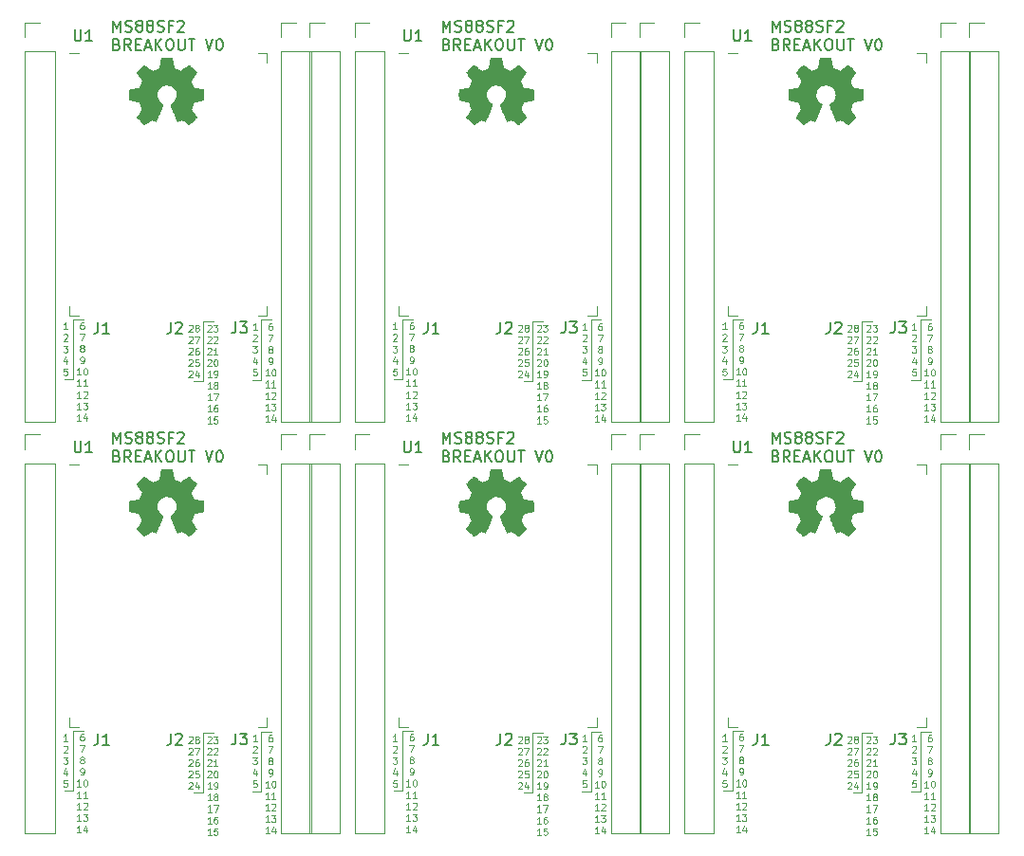
<source format=gbr>
G04 #@! TF.GenerationSoftware,KiCad,Pcbnew,5.1.5+dfsg1-2build2*
G04 #@! TF.CreationDate,2022-08-21T19:05:58-05:00*
G04 #@! TF.ProjectId,,58585858-5858-4585-9858-585858585858,rev?*
G04 #@! TF.SameCoordinates,Original*
G04 #@! TF.FileFunction,Legend,Top*
G04 #@! TF.FilePolarity,Positive*
%FSLAX46Y46*%
G04 Gerber Fmt 4.6, Leading zero omitted, Abs format (unit mm)*
G04 Created by KiCad (PCBNEW 5.1.5+dfsg1-2build2) date 2022-08-21 19:05:58*
%MOMM*%
%LPD*%
G04 APERTURE LIST*
%ADD10C,0.125000*%
%ADD11C,0.120000*%
%ADD12C,0.150000*%
%ADD13C,0.010000*%
G04 APERTURE END LIST*
D10*
X172050965Y-110400868D02*
X171936680Y-110400868D01*
X171879537Y-110429440D01*
X171850965Y-110458011D01*
X171793822Y-110543725D01*
X171765251Y-110658011D01*
X171765251Y-110886582D01*
X171793822Y-110943725D01*
X171822394Y-110972297D01*
X171879537Y-111000868D01*
X171993822Y-111000868D01*
X172050965Y-110972297D01*
X172079537Y-110943725D01*
X172108108Y-110886582D01*
X172108108Y-110743725D01*
X172079537Y-110686582D01*
X172050965Y-110658011D01*
X171993822Y-110629440D01*
X171879537Y-110629440D01*
X171822394Y-110658011D01*
X171793822Y-110686582D01*
X171765251Y-110743725D01*
X171736680Y-111425868D02*
X172136680Y-111425868D01*
X171879537Y-112025868D01*
X171879537Y-112708011D02*
X171822394Y-112679440D01*
X171793822Y-112650868D01*
X171765251Y-112593725D01*
X171765251Y-112565154D01*
X171793822Y-112508011D01*
X171822394Y-112479440D01*
X171879537Y-112450868D01*
X171993822Y-112450868D01*
X172050965Y-112479440D01*
X172079537Y-112508011D01*
X172108108Y-112565154D01*
X172108108Y-112593725D01*
X172079537Y-112650868D01*
X172050965Y-112679440D01*
X171993822Y-112708011D01*
X171879537Y-112708011D01*
X171822394Y-112736582D01*
X171793822Y-112765154D01*
X171765251Y-112822297D01*
X171765251Y-112936582D01*
X171793822Y-112993725D01*
X171822394Y-113022297D01*
X171879537Y-113050868D01*
X171993822Y-113050868D01*
X172050965Y-113022297D01*
X172079537Y-112993725D01*
X172108108Y-112936582D01*
X172108108Y-112822297D01*
X172079537Y-112765154D01*
X172050965Y-112736582D01*
X171993822Y-112708011D01*
X171822394Y-114075868D02*
X171936680Y-114075868D01*
X171993822Y-114047297D01*
X172022394Y-114018725D01*
X172079537Y-113933011D01*
X172108108Y-113818725D01*
X172108108Y-113590154D01*
X172079537Y-113533011D01*
X172050965Y-113504440D01*
X171993822Y-113475868D01*
X171879537Y-113475868D01*
X171822394Y-113504440D01*
X171793822Y-113533011D01*
X171765251Y-113590154D01*
X171765251Y-113733011D01*
X171793822Y-113790154D01*
X171822394Y-113818725D01*
X171879537Y-113847297D01*
X171993822Y-113847297D01*
X172050965Y-113818725D01*
X172079537Y-113790154D01*
X172108108Y-113733011D01*
X171822394Y-115100868D02*
X171479537Y-115100868D01*
X171650965Y-115100868D02*
X171650965Y-114500868D01*
X171593822Y-114586582D01*
X171536680Y-114643725D01*
X171479537Y-114672297D01*
X172193822Y-114500868D02*
X172250965Y-114500868D01*
X172308108Y-114529440D01*
X172336680Y-114558011D01*
X172365251Y-114615154D01*
X172393822Y-114729440D01*
X172393822Y-114872297D01*
X172365251Y-114986582D01*
X172336680Y-115043725D01*
X172308108Y-115072297D01*
X172250965Y-115100868D01*
X172193822Y-115100868D01*
X172136680Y-115072297D01*
X172108108Y-115043725D01*
X172079537Y-114986582D01*
X172050965Y-114872297D01*
X172050965Y-114729440D01*
X172079537Y-114615154D01*
X172108108Y-114558011D01*
X172136680Y-114529440D01*
X172193822Y-114500868D01*
X171822394Y-116125868D02*
X171479537Y-116125868D01*
X171650965Y-116125868D02*
X171650965Y-115525868D01*
X171593822Y-115611582D01*
X171536680Y-115668725D01*
X171479537Y-115697297D01*
X172393822Y-116125868D02*
X172050965Y-116125868D01*
X172222394Y-116125868D02*
X172222394Y-115525868D01*
X172165251Y-115611582D01*
X172108108Y-115668725D01*
X172050965Y-115697297D01*
X171822394Y-117150868D02*
X171479537Y-117150868D01*
X171650965Y-117150868D02*
X171650965Y-116550868D01*
X171593822Y-116636582D01*
X171536680Y-116693725D01*
X171479537Y-116722297D01*
X172050965Y-116608011D02*
X172079537Y-116579440D01*
X172136680Y-116550868D01*
X172279537Y-116550868D01*
X172336680Y-116579440D01*
X172365251Y-116608011D01*
X172393822Y-116665154D01*
X172393822Y-116722297D01*
X172365251Y-116808011D01*
X172022394Y-117150868D01*
X172393822Y-117150868D01*
X171822394Y-118175868D02*
X171479537Y-118175868D01*
X171650965Y-118175868D02*
X171650965Y-117575868D01*
X171593822Y-117661582D01*
X171536680Y-117718725D01*
X171479537Y-117747297D01*
X172022394Y-117575868D02*
X172393822Y-117575868D01*
X172193822Y-117804440D01*
X172279537Y-117804440D01*
X172336680Y-117833011D01*
X172365251Y-117861582D01*
X172393822Y-117918725D01*
X172393822Y-118061582D01*
X172365251Y-118118725D01*
X172336680Y-118147297D01*
X172279537Y-118175868D01*
X172108108Y-118175868D01*
X172050965Y-118147297D01*
X172022394Y-118118725D01*
X171822394Y-119200868D02*
X171479537Y-119200868D01*
X171650965Y-119200868D02*
X171650965Y-118600868D01*
X171593822Y-118686582D01*
X171536680Y-118743725D01*
X171479537Y-118772297D01*
X172336680Y-118800868D02*
X172336680Y-119200868D01*
X172193822Y-118572297D02*
X172050965Y-119000868D01*
X172422394Y-119000868D01*
X142650965Y-110400868D02*
X142536680Y-110400868D01*
X142479537Y-110429440D01*
X142450965Y-110458011D01*
X142393822Y-110543725D01*
X142365251Y-110658011D01*
X142365251Y-110886582D01*
X142393822Y-110943725D01*
X142422394Y-110972297D01*
X142479537Y-111000868D01*
X142593822Y-111000868D01*
X142650965Y-110972297D01*
X142679537Y-110943725D01*
X142708108Y-110886582D01*
X142708108Y-110743725D01*
X142679537Y-110686582D01*
X142650965Y-110658011D01*
X142593822Y-110629440D01*
X142479537Y-110629440D01*
X142422394Y-110658011D01*
X142393822Y-110686582D01*
X142365251Y-110743725D01*
X142336680Y-111425868D02*
X142736680Y-111425868D01*
X142479537Y-112025868D01*
X142479537Y-112708011D02*
X142422394Y-112679440D01*
X142393822Y-112650868D01*
X142365251Y-112593725D01*
X142365251Y-112565154D01*
X142393822Y-112508011D01*
X142422394Y-112479440D01*
X142479537Y-112450868D01*
X142593822Y-112450868D01*
X142650965Y-112479440D01*
X142679537Y-112508011D01*
X142708108Y-112565154D01*
X142708108Y-112593725D01*
X142679537Y-112650868D01*
X142650965Y-112679440D01*
X142593822Y-112708011D01*
X142479537Y-112708011D01*
X142422394Y-112736582D01*
X142393822Y-112765154D01*
X142365251Y-112822297D01*
X142365251Y-112936582D01*
X142393822Y-112993725D01*
X142422394Y-113022297D01*
X142479537Y-113050868D01*
X142593822Y-113050868D01*
X142650965Y-113022297D01*
X142679537Y-112993725D01*
X142708108Y-112936582D01*
X142708108Y-112822297D01*
X142679537Y-112765154D01*
X142650965Y-112736582D01*
X142593822Y-112708011D01*
X142422394Y-114075868D02*
X142536680Y-114075868D01*
X142593822Y-114047297D01*
X142622394Y-114018725D01*
X142679537Y-113933011D01*
X142708108Y-113818725D01*
X142708108Y-113590154D01*
X142679537Y-113533011D01*
X142650965Y-113504440D01*
X142593822Y-113475868D01*
X142479537Y-113475868D01*
X142422394Y-113504440D01*
X142393822Y-113533011D01*
X142365251Y-113590154D01*
X142365251Y-113733011D01*
X142393822Y-113790154D01*
X142422394Y-113818725D01*
X142479537Y-113847297D01*
X142593822Y-113847297D01*
X142650965Y-113818725D01*
X142679537Y-113790154D01*
X142708108Y-113733011D01*
X142422394Y-115100868D02*
X142079537Y-115100868D01*
X142250965Y-115100868D02*
X142250965Y-114500868D01*
X142193822Y-114586582D01*
X142136680Y-114643725D01*
X142079537Y-114672297D01*
X142793822Y-114500868D02*
X142850965Y-114500868D01*
X142908108Y-114529440D01*
X142936680Y-114558011D01*
X142965251Y-114615154D01*
X142993822Y-114729440D01*
X142993822Y-114872297D01*
X142965251Y-114986582D01*
X142936680Y-115043725D01*
X142908108Y-115072297D01*
X142850965Y-115100868D01*
X142793822Y-115100868D01*
X142736680Y-115072297D01*
X142708108Y-115043725D01*
X142679537Y-114986582D01*
X142650965Y-114872297D01*
X142650965Y-114729440D01*
X142679537Y-114615154D01*
X142708108Y-114558011D01*
X142736680Y-114529440D01*
X142793822Y-114500868D01*
X142422394Y-116125868D02*
X142079537Y-116125868D01*
X142250965Y-116125868D02*
X142250965Y-115525868D01*
X142193822Y-115611582D01*
X142136680Y-115668725D01*
X142079537Y-115697297D01*
X142993822Y-116125868D02*
X142650965Y-116125868D01*
X142822394Y-116125868D02*
X142822394Y-115525868D01*
X142765251Y-115611582D01*
X142708108Y-115668725D01*
X142650965Y-115697297D01*
X142422394Y-117150868D02*
X142079537Y-117150868D01*
X142250965Y-117150868D02*
X142250965Y-116550868D01*
X142193822Y-116636582D01*
X142136680Y-116693725D01*
X142079537Y-116722297D01*
X142650965Y-116608011D02*
X142679537Y-116579440D01*
X142736680Y-116550868D01*
X142879537Y-116550868D01*
X142936680Y-116579440D01*
X142965251Y-116608011D01*
X142993822Y-116665154D01*
X142993822Y-116722297D01*
X142965251Y-116808011D01*
X142622394Y-117150868D01*
X142993822Y-117150868D01*
X142422394Y-118175868D02*
X142079537Y-118175868D01*
X142250965Y-118175868D02*
X142250965Y-117575868D01*
X142193822Y-117661582D01*
X142136680Y-117718725D01*
X142079537Y-117747297D01*
X142622394Y-117575868D02*
X142993822Y-117575868D01*
X142793822Y-117804440D01*
X142879537Y-117804440D01*
X142936680Y-117833011D01*
X142965251Y-117861582D01*
X142993822Y-117918725D01*
X142993822Y-118061582D01*
X142965251Y-118118725D01*
X142936680Y-118147297D01*
X142879537Y-118175868D01*
X142708108Y-118175868D01*
X142650965Y-118147297D01*
X142622394Y-118118725D01*
X142422394Y-119200868D02*
X142079537Y-119200868D01*
X142250965Y-119200868D02*
X142250965Y-118600868D01*
X142193822Y-118686582D01*
X142136680Y-118743725D01*
X142079537Y-118772297D01*
X142936680Y-118800868D02*
X142936680Y-119200868D01*
X142793822Y-118572297D02*
X142650965Y-119000868D01*
X143022394Y-119000868D01*
X113250965Y-110400868D02*
X113136680Y-110400868D01*
X113079537Y-110429440D01*
X113050965Y-110458011D01*
X112993822Y-110543725D01*
X112965251Y-110658011D01*
X112965251Y-110886582D01*
X112993822Y-110943725D01*
X113022394Y-110972297D01*
X113079537Y-111000868D01*
X113193822Y-111000868D01*
X113250965Y-110972297D01*
X113279537Y-110943725D01*
X113308108Y-110886582D01*
X113308108Y-110743725D01*
X113279537Y-110686582D01*
X113250965Y-110658011D01*
X113193822Y-110629440D01*
X113079537Y-110629440D01*
X113022394Y-110658011D01*
X112993822Y-110686582D01*
X112965251Y-110743725D01*
X112936680Y-111425868D02*
X113336680Y-111425868D01*
X113079537Y-112025868D01*
X113079537Y-112708011D02*
X113022394Y-112679440D01*
X112993822Y-112650868D01*
X112965251Y-112593725D01*
X112965251Y-112565154D01*
X112993822Y-112508011D01*
X113022394Y-112479440D01*
X113079537Y-112450868D01*
X113193822Y-112450868D01*
X113250965Y-112479440D01*
X113279537Y-112508011D01*
X113308108Y-112565154D01*
X113308108Y-112593725D01*
X113279537Y-112650868D01*
X113250965Y-112679440D01*
X113193822Y-112708011D01*
X113079537Y-112708011D01*
X113022394Y-112736582D01*
X112993822Y-112765154D01*
X112965251Y-112822297D01*
X112965251Y-112936582D01*
X112993822Y-112993725D01*
X113022394Y-113022297D01*
X113079537Y-113050868D01*
X113193822Y-113050868D01*
X113250965Y-113022297D01*
X113279537Y-112993725D01*
X113308108Y-112936582D01*
X113308108Y-112822297D01*
X113279537Y-112765154D01*
X113250965Y-112736582D01*
X113193822Y-112708011D01*
X113022394Y-114075868D02*
X113136680Y-114075868D01*
X113193822Y-114047297D01*
X113222394Y-114018725D01*
X113279537Y-113933011D01*
X113308108Y-113818725D01*
X113308108Y-113590154D01*
X113279537Y-113533011D01*
X113250965Y-113504440D01*
X113193822Y-113475868D01*
X113079537Y-113475868D01*
X113022394Y-113504440D01*
X112993822Y-113533011D01*
X112965251Y-113590154D01*
X112965251Y-113733011D01*
X112993822Y-113790154D01*
X113022394Y-113818725D01*
X113079537Y-113847297D01*
X113193822Y-113847297D01*
X113250965Y-113818725D01*
X113279537Y-113790154D01*
X113308108Y-113733011D01*
X113022394Y-115100868D02*
X112679537Y-115100868D01*
X112850965Y-115100868D02*
X112850965Y-114500868D01*
X112793822Y-114586582D01*
X112736680Y-114643725D01*
X112679537Y-114672297D01*
X113393822Y-114500868D02*
X113450965Y-114500868D01*
X113508108Y-114529440D01*
X113536680Y-114558011D01*
X113565251Y-114615154D01*
X113593822Y-114729440D01*
X113593822Y-114872297D01*
X113565251Y-114986582D01*
X113536680Y-115043725D01*
X113508108Y-115072297D01*
X113450965Y-115100868D01*
X113393822Y-115100868D01*
X113336680Y-115072297D01*
X113308108Y-115043725D01*
X113279537Y-114986582D01*
X113250965Y-114872297D01*
X113250965Y-114729440D01*
X113279537Y-114615154D01*
X113308108Y-114558011D01*
X113336680Y-114529440D01*
X113393822Y-114500868D01*
X113022394Y-116125868D02*
X112679537Y-116125868D01*
X112850965Y-116125868D02*
X112850965Y-115525868D01*
X112793822Y-115611582D01*
X112736680Y-115668725D01*
X112679537Y-115697297D01*
X113593822Y-116125868D02*
X113250965Y-116125868D01*
X113422394Y-116125868D02*
X113422394Y-115525868D01*
X113365251Y-115611582D01*
X113308108Y-115668725D01*
X113250965Y-115697297D01*
X113022394Y-117150868D02*
X112679537Y-117150868D01*
X112850965Y-117150868D02*
X112850965Y-116550868D01*
X112793822Y-116636582D01*
X112736680Y-116693725D01*
X112679537Y-116722297D01*
X113250965Y-116608011D02*
X113279537Y-116579440D01*
X113336680Y-116550868D01*
X113479537Y-116550868D01*
X113536680Y-116579440D01*
X113565251Y-116608011D01*
X113593822Y-116665154D01*
X113593822Y-116722297D01*
X113565251Y-116808011D01*
X113222394Y-117150868D01*
X113593822Y-117150868D01*
X113022394Y-118175868D02*
X112679537Y-118175868D01*
X112850965Y-118175868D02*
X112850965Y-117575868D01*
X112793822Y-117661582D01*
X112736680Y-117718725D01*
X112679537Y-117747297D01*
X113222394Y-117575868D02*
X113593822Y-117575868D01*
X113393822Y-117804440D01*
X113479537Y-117804440D01*
X113536680Y-117833011D01*
X113565251Y-117861582D01*
X113593822Y-117918725D01*
X113593822Y-118061582D01*
X113565251Y-118118725D01*
X113536680Y-118147297D01*
X113479537Y-118175868D01*
X113308108Y-118175868D01*
X113250965Y-118147297D01*
X113222394Y-118118725D01*
X113022394Y-119200868D02*
X112679537Y-119200868D01*
X112850965Y-119200868D02*
X112850965Y-118600868D01*
X112793822Y-118686582D01*
X112736680Y-118743725D01*
X112679537Y-118772297D01*
X113536680Y-118800868D02*
X113536680Y-119200868D01*
X113393822Y-118572297D02*
X113250965Y-119000868D01*
X113622394Y-119000868D01*
X172050965Y-73640868D02*
X171936680Y-73640868D01*
X171879537Y-73669440D01*
X171850965Y-73698011D01*
X171793822Y-73783725D01*
X171765251Y-73898011D01*
X171765251Y-74126582D01*
X171793822Y-74183725D01*
X171822394Y-74212297D01*
X171879537Y-74240868D01*
X171993822Y-74240868D01*
X172050965Y-74212297D01*
X172079537Y-74183725D01*
X172108108Y-74126582D01*
X172108108Y-73983725D01*
X172079537Y-73926582D01*
X172050965Y-73898011D01*
X171993822Y-73869440D01*
X171879537Y-73869440D01*
X171822394Y-73898011D01*
X171793822Y-73926582D01*
X171765251Y-73983725D01*
X171736680Y-74665868D02*
X172136680Y-74665868D01*
X171879537Y-75265868D01*
X171879537Y-75948011D02*
X171822394Y-75919440D01*
X171793822Y-75890868D01*
X171765251Y-75833725D01*
X171765251Y-75805154D01*
X171793822Y-75748011D01*
X171822394Y-75719440D01*
X171879537Y-75690868D01*
X171993822Y-75690868D01*
X172050965Y-75719440D01*
X172079537Y-75748011D01*
X172108108Y-75805154D01*
X172108108Y-75833725D01*
X172079537Y-75890868D01*
X172050965Y-75919440D01*
X171993822Y-75948011D01*
X171879537Y-75948011D01*
X171822394Y-75976582D01*
X171793822Y-76005154D01*
X171765251Y-76062297D01*
X171765251Y-76176582D01*
X171793822Y-76233725D01*
X171822394Y-76262297D01*
X171879537Y-76290868D01*
X171993822Y-76290868D01*
X172050965Y-76262297D01*
X172079537Y-76233725D01*
X172108108Y-76176582D01*
X172108108Y-76062297D01*
X172079537Y-76005154D01*
X172050965Y-75976582D01*
X171993822Y-75948011D01*
X171822394Y-77315868D02*
X171936680Y-77315868D01*
X171993822Y-77287297D01*
X172022394Y-77258725D01*
X172079537Y-77173011D01*
X172108108Y-77058725D01*
X172108108Y-76830154D01*
X172079537Y-76773011D01*
X172050965Y-76744440D01*
X171993822Y-76715868D01*
X171879537Y-76715868D01*
X171822394Y-76744440D01*
X171793822Y-76773011D01*
X171765251Y-76830154D01*
X171765251Y-76973011D01*
X171793822Y-77030154D01*
X171822394Y-77058725D01*
X171879537Y-77087297D01*
X171993822Y-77087297D01*
X172050965Y-77058725D01*
X172079537Y-77030154D01*
X172108108Y-76973011D01*
X171822394Y-78340868D02*
X171479537Y-78340868D01*
X171650965Y-78340868D02*
X171650965Y-77740868D01*
X171593822Y-77826582D01*
X171536680Y-77883725D01*
X171479537Y-77912297D01*
X172193822Y-77740868D02*
X172250965Y-77740868D01*
X172308108Y-77769440D01*
X172336680Y-77798011D01*
X172365251Y-77855154D01*
X172393822Y-77969440D01*
X172393822Y-78112297D01*
X172365251Y-78226582D01*
X172336680Y-78283725D01*
X172308108Y-78312297D01*
X172250965Y-78340868D01*
X172193822Y-78340868D01*
X172136680Y-78312297D01*
X172108108Y-78283725D01*
X172079537Y-78226582D01*
X172050965Y-78112297D01*
X172050965Y-77969440D01*
X172079537Y-77855154D01*
X172108108Y-77798011D01*
X172136680Y-77769440D01*
X172193822Y-77740868D01*
X171822394Y-79365868D02*
X171479537Y-79365868D01*
X171650965Y-79365868D02*
X171650965Y-78765868D01*
X171593822Y-78851582D01*
X171536680Y-78908725D01*
X171479537Y-78937297D01*
X172393822Y-79365868D02*
X172050965Y-79365868D01*
X172222394Y-79365868D02*
X172222394Y-78765868D01*
X172165251Y-78851582D01*
X172108108Y-78908725D01*
X172050965Y-78937297D01*
X171822394Y-80390868D02*
X171479537Y-80390868D01*
X171650965Y-80390868D02*
X171650965Y-79790868D01*
X171593822Y-79876582D01*
X171536680Y-79933725D01*
X171479537Y-79962297D01*
X172050965Y-79848011D02*
X172079537Y-79819440D01*
X172136680Y-79790868D01*
X172279537Y-79790868D01*
X172336680Y-79819440D01*
X172365251Y-79848011D01*
X172393822Y-79905154D01*
X172393822Y-79962297D01*
X172365251Y-80048011D01*
X172022394Y-80390868D01*
X172393822Y-80390868D01*
X171822394Y-81415868D02*
X171479537Y-81415868D01*
X171650965Y-81415868D02*
X171650965Y-80815868D01*
X171593822Y-80901582D01*
X171536680Y-80958725D01*
X171479537Y-80987297D01*
X172022394Y-80815868D02*
X172393822Y-80815868D01*
X172193822Y-81044440D01*
X172279537Y-81044440D01*
X172336680Y-81073011D01*
X172365251Y-81101582D01*
X172393822Y-81158725D01*
X172393822Y-81301582D01*
X172365251Y-81358725D01*
X172336680Y-81387297D01*
X172279537Y-81415868D01*
X172108108Y-81415868D01*
X172050965Y-81387297D01*
X172022394Y-81358725D01*
X171822394Y-82440868D02*
X171479537Y-82440868D01*
X171650965Y-82440868D02*
X171650965Y-81840868D01*
X171593822Y-81926582D01*
X171536680Y-81983725D01*
X171479537Y-82012297D01*
X172336680Y-82040868D02*
X172336680Y-82440868D01*
X172193822Y-81812297D02*
X172050965Y-82240868D01*
X172422394Y-82240868D01*
X142650965Y-73640868D02*
X142536680Y-73640868D01*
X142479537Y-73669440D01*
X142450965Y-73698011D01*
X142393822Y-73783725D01*
X142365251Y-73898011D01*
X142365251Y-74126582D01*
X142393822Y-74183725D01*
X142422394Y-74212297D01*
X142479537Y-74240868D01*
X142593822Y-74240868D01*
X142650965Y-74212297D01*
X142679537Y-74183725D01*
X142708108Y-74126582D01*
X142708108Y-73983725D01*
X142679537Y-73926582D01*
X142650965Y-73898011D01*
X142593822Y-73869440D01*
X142479537Y-73869440D01*
X142422394Y-73898011D01*
X142393822Y-73926582D01*
X142365251Y-73983725D01*
X142336680Y-74665868D02*
X142736680Y-74665868D01*
X142479537Y-75265868D01*
X142479537Y-75948011D02*
X142422394Y-75919440D01*
X142393822Y-75890868D01*
X142365251Y-75833725D01*
X142365251Y-75805154D01*
X142393822Y-75748011D01*
X142422394Y-75719440D01*
X142479537Y-75690868D01*
X142593822Y-75690868D01*
X142650965Y-75719440D01*
X142679537Y-75748011D01*
X142708108Y-75805154D01*
X142708108Y-75833725D01*
X142679537Y-75890868D01*
X142650965Y-75919440D01*
X142593822Y-75948011D01*
X142479537Y-75948011D01*
X142422394Y-75976582D01*
X142393822Y-76005154D01*
X142365251Y-76062297D01*
X142365251Y-76176582D01*
X142393822Y-76233725D01*
X142422394Y-76262297D01*
X142479537Y-76290868D01*
X142593822Y-76290868D01*
X142650965Y-76262297D01*
X142679537Y-76233725D01*
X142708108Y-76176582D01*
X142708108Y-76062297D01*
X142679537Y-76005154D01*
X142650965Y-75976582D01*
X142593822Y-75948011D01*
X142422394Y-77315868D02*
X142536680Y-77315868D01*
X142593822Y-77287297D01*
X142622394Y-77258725D01*
X142679537Y-77173011D01*
X142708108Y-77058725D01*
X142708108Y-76830154D01*
X142679537Y-76773011D01*
X142650965Y-76744440D01*
X142593822Y-76715868D01*
X142479537Y-76715868D01*
X142422394Y-76744440D01*
X142393822Y-76773011D01*
X142365251Y-76830154D01*
X142365251Y-76973011D01*
X142393822Y-77030154D01*
X142422394Y-77058725D01*
X142479537Y-77087297D01*
X142593822Y-77087297D01*
X142650965Y-77058725D01*
X142679537Y-77030154D01*
X142708108Y-76973011D01*
X142422394Y-78340868D02*
X142079537Y-78340868D01*
X142250965Y-78340868D02*
X142250965Y-77740868D01*
X142193822Y-77826582D01*
X142136680Y-77883725D01*
X142079537Y-77912297D01*
X142793822Y-77740868D02*
X142850965Y-77740868D01*
X142908108Y-77769440D01*
X142936680Y-77798011D01*
X142965251Y-77855154D01*
X142993822Y-77969440D01*
X142993822Y-78112297D01*
X142965251Y-78226582D01*
X142936680Y-78283725D01*
X142908108Y-78312297D01*
X142850965Y-78340868D01*
X142793822Y-78340868D01*
X142736680Y-78312297D01*
X142708108Y-78283725D01*
X142679537Y-78226582D01*
X142650965Y-78112297D01*
X142650965Y-77969440D01*
X142679537Y-77855154D01*
X142708108Y-77798011D01*
X142736680Y-77769440D01*
X142793822Y-77740868D01*
X142422394Y-79365868D02*
X142079537Y-79365868D01*
X142250965Y-79365868D02*
X142250965Y-78765868D01*
X142193822Y-78851582D01*
X142136680Y-78908725D01*
X142079537Y-78937297D01*
X142993822Y-79365868D02*
X142650965Y-79365868D01*
X142822394Y-79365868D02*
X142822394Y-78765868D01*
X142765251Y-78851582D01*
X142708108Y-78908725D01*
X142650965Y-78937297D01*
X142422394Y-80390868D02*
X142079537Y-80390868D01*
X142250965Y-80390868D02*
X142250965Y-79790868D01*
X142193822Y-79876582D01*
X142136680Y-79933725D01*
X142079537Y-79962297D01*
X142650965Y-79848011D02*
X142679537Y-79819440D01*
X142736680Y-79790868D01*
X142879537Y-79790868D01*
X142936680Y-79819440D01*
X142965251Y-79848011D01*
X142993822Y-79905154D01*
X142993822Y-79962297D01*
X142965251Y-80048011D01*
X142622394Y-80390868D01*
X142993822Y-80390868D01*
X142422394Y-81415868D02*
X142079537Y-81415868D01*
X142250965Y-81415868D02*
X142250965Y-80815868D01*
X142193822Y-80901582D01*
X142136680Y-80958725D01*
X142079537Y-80987297D01*
X142622394Y-80815868D02*
X142993822Y-80815868D01*
X142793822Y-81044440D01*
X142879537Y-81044440D01*
X142936680Y-81073011D01*
X142965251Y-81101582D01*
X142993822Y-81158725D01*
X142993822Y-81301582D01*
X142965251Y-81358725D01*
X142936680Y-81387297D01*
X142879537Y-81415868D01*
X142708108Y-81415868D01*
X142650965Y-81387297D01*
X142622394Y-81358725D01*
X142422394Y-82440868D02*
X142079537Y-82440868D01*
X142250965Y-82440868D02*
X142250965Y-81840868D01*
X142193822Y-81926582D01*
X142136680Y-81983725D01*
X142079537Y-82012297D01*
X142936680Y-82040868D02*
X142936680Y-82440868D01*
X142793822Y-81812297D02*
X142650965Y-82240868D01*
X143022394Y-82240868D01*
D11*
X165916880Y-110216800D02*
X166836360Y-110216800D01*
X136516880Y-110216800D02*
X137436360Y-110216800D01*
X107116880Y-110216800D02*
X108036360Y-110216800D01*
X165916880Y-73456800D02*
X166836360Y-73456800D01*
X136516880Y-73456800D02*
X137436360Y-73456800D01*
X165916880Y-115591440D02*
X165916880Y-110216800D01*
X136516880Y-115591440D02*
X136516880Y-110216800D01*
X107116880Y-115591440D02*
X107116880Y-110216800D01*
X165916880Y-78831440D02*
X165916880Y-73456800D01*
X136516880Y-78831440D02*
X136516880Y-73456800D01*
D10*
X166313177Y-110600251D02*
X166341748Y-110571680D01*
X166398891Y-110543108D01*
X166541748Y-110543108D01*
X166598891Y-110571680D01*
X166627462Y-110600251D01*
X166656034Y-110657394D01*
X166656034Y-110714537D01*
X166627462Y-110800251D01*
X166284605Y-111143108D01*
X166656034Y-111143108D01*
X166856034Y-110543108D02*
X167227462Y-110543108D01*
X167027462Y-110771680D01*
X167113177Y-110771680D01*
X167170320Y-110800251D01*
X167198891Y-110828822D01*
X167227462Y-110885965D01*
X167227462Y-111028822D01*
X167198891Y-111085965D01*
X167170320Y-111114537D01*
X167113177Y-111143108D01*
X166941748Y-111143108D01*
X166884605Y-111114537D01*
X166856034Y-111085965D01*
X166313177Y-111625251D02*
X166341748Y-111596680D01*
X166398891Y-111568108D01*
X166541748Y-111568108D01*
X166598891Y-111596680D01*
X166627462Y-111625251D01*
X166656034Y-111682394D01*
X166656034Y-111739537D01*
X166627462Y-111825251D01*
X166284605Y-112168108D01*
X166656034Y-112168108D01*
X166884605Y-111625251D02*
X166913177Y-111596680D01*
X166970320Y-111568108D01*
X167113177Y-111568108D01*
X167170320Y-111596680D01*
X167198891Y-111625251D01*
X167227462Y-111682394D01*
X167227462Y-111739537D01*
X167198891Y-111825251D01*
X166856034Y-112168108D01*
X167227462Y-112168108D01*
X166313177Y-112650251D02*
X166341748Y-112621680D01*
X166398891Y-112593108D01*
X166541748Y-112593108D01*
X166598891Y-112621680D01*
X166627462Y-112650251D01*
X166656034Y-112707394D01*
X166656034Y-112764537D01*
X166627462Y-112850251D01*
X166284605Y-113193108D01*
X166656034Y-113193108D01*
X167227462Y-113193108D02*
X166884605Y-113193108D01*
X167056034Y-113193108D02*
X167056034Y-112593108D01*
X166998891Y-112678822D01*
X166941748Y-112735965D01*
X166884605Y-112764537D01*
X166313177Y-113675251D02*
X166341748Y-113646680D01*
X166398891Y-113618108D01*
X166541748Y-113618108D01*
X166598891Y-113646680D01*
X166627462Y-113675251D01*
X166656034Y-113732394D01*
X166656034Y-113789537D01*
X166627462Y-113875251D01*
X166284605Y-114218108D01*
X166656034Y-114218108D01*
X167027462Y-113618108D02*
X167084605Y-113618108D01*
X167141748Y-113646680D01*
X167170320Y-113675251D01*
X167198891Y-113732394D01*
X167227462Y-113846680D01*
X167227462Y-113989537D01*
X167198891Y-114103822D01*
X167170320Y-114160965D01*
X167141748Y-114189537D01*
X167084605Y-114218108D01*
X167027462Y-114218108D01*
X166970320Y-114189537D01*
X166941748Y-114160965D01*
X166913177Y-114103822D01*
X166884605Y-113989537D01*
X166884605Y-113846680D01*
X166913177Y-113732394D01*
X166941748Y-113675251D01*
X166970320Y-113646680D01*
X167027462Y-113618108D01*
X166656034Y-115243108D02*
X166313177Y-115243108D01*
X166484605Y-115243108D02*
X166484605Y-114643108D01*
X166427462Y-114728822D01*
X166370320Y-114785965D01*
X166313177Y-114814537D01*
X166941748Y-115243108D02*
X167056034Y-115243108D01*
X167113177Y-115214537D01*
X167141748Y-115185965D01*
X167198891Y-115100251D01*
X167227462Y-114985965D01*
X167227462Y-114757394D01*
X167198891Y-114700251D01*
X167170320Y-114671680D01*
X167113177Y-114643108D01*
X166998891Y-114643108D01*
X166941748Y-114671680D01*
X166913177Y-114700251D01*
X166884605Y-114757394D01*
X166884605Y-114900251D01*
X166913177Y-114957394D01*
X166941748Y-114985965D01*
X166998891Y-115014537D01*
X167113177Y-115014537D01*
X167170320Y-114985965D01*
X167198891Y-114957394D01*
X167227462Y-114900251D01*
X166656034Y-116268108D02*
X166313177Y-116268108D01*
X166484605Y-116268108D02*
X166484605Y-115668108D01*
X166427462Y-115753822D01*
X166370320Y-115810965D01*
X166313177Y-115839537D01*
X166998891Y-115925251D02*
X166941748Y-115896680D01*
X166913177Y-115868108D01*
X166884605Y-115810965D01*
X166884605Y-115782394D01*
X166913177Y-115725251D01*
X166941748Y-115696680D01*
X166998891Y-115668108D01*
X167113177Y-115668108D01*
X167170320Y-115696680D01*
X167198891Y-115725251D01*
X167227462Y-115782394D01*
X167227462Y-115810965D01*
X167198891Y-115868108D01*
X167170320Y-115896680D01*
X167113177Y-115925251D01*
X166998891Y-115925251D01*
X166941748Y-115953822D01*
X166913177Y-115982394D01*
X166884605Y-116039537D01*
X166884605Y-116153822D01*
X166913177Y-116210965D01*
X166941748Y-116239537D01*
X166998891Y-116268108D01*
X167113177Y-116268108D01*
X167170320Y-116239537D01*
X167198891Y-116210965D01*
X167227462Y-116153822D01*
X167227462Y-116039537D01*
X167198891Y-115982394D01*
X167170320Y-115953822D01*
X167113177Y-115925251D01*
X166656034Y-117293108D02*
X166313177Y-117293108D01*
X166484605Y-117293108D02*
X166484605Y-116693108D01*
X166427462Y-116778822D01*
X166370320Y-116835965D01*
X166313177Y-116864537D01*
X166856034Y-116693108D02*
X167256034Y-116693108D01*
X166998891Y-117293108D01*
X166656034Y-118318108D02*
X166313177Y-118318108D01*
X166484605Y-118318108D02*
X166484605Y-117718108D01*
X166427462Y-117803822D01*
X166370320Y-117860965D01*
X166313177Y-117889537D01*
X167170320Y-117718108D02*
X167056034Y-117718108D01*
X166998891Y-117746680D01*
X166970320Y-117775251D01*
X166913177Y-117860965D01*
X166884605Y-117975251D01*
X166884605Y-118203822D01*
X166913177Y-118260965D01*
X166941748Y-118289537D01*
X166998891Y-118318108D01*
X167113177Y-118318108D01*
X167170320Y-118289537D01*
X167198891Y-118260965D01*
X167227462Y-118203822D01*
X167227462Y-118060965D01*
X167198891Y-118003822D01*
X167170320Y-117975251D01*
X167113177Y-117946680D01*
X166998891Y-117946680D01*
X166941748Y-117975251D01*
X166913177Y-118003822D01*
X166884605Y-118060965D01*
X166656034Y-119343108D02*
X166313177Y-119343108D01*
X166484605Y-119343108D02*
X166484605Y-118743108D01*
X166427462Y-118828822D01*
X166370320Y-118885965D01*
X166313177Y-118914537D01*
X167198891Y-118743108D02*
X166913177Y-118743108D01*
X166884605Y-119028822D01*
X166913177Y-119000251D01*
X166970320Y-118971680D01*
X167113177Y-118971680D01*
X167170320Y-119000251D01*
X167198891Y-119028822D01*
X167227462Y-119085965D01*
X167227462Y-119228822D01*
X167198891Y-119285965D01*
X167170320Y-119314537D01*
X167113177Y-119343108D01*
X166970320Y-119343108D01*
X166913177Y-119314537D01*
X166884605Y-119285965D01*
X136913177Y-110600251D02*
X136941748Y-110571680D01*
X136998891Y-110543108D01*
X137141748Y-110543108D01*
X137198891Y-110571680D01*
X137227462Y-110600251D01*
X137256034Y-110657394D01*
X137256034Y-110714537D01*
X137227462Y-110800251D01*
X136884605Y-111143108D01*
X137256034Y-111143108D01*
X137456034Y-110543108D02*
X137827462Y-110543108D01*
X137627462Y-110771680D01*
X137713177Y-110771680D01*
X137770320Y-110800251D01*
X137798891Y-110828822D01*
X137827462Y-110885965D01*
X137827462Y-111028822D01*
X137798891Y-111085965D01*
X137770320Y-111114537D01*
X137713177Y-111143108D01*
X137541748Y-111143108D01*
X137484605Y-111114537D01*
X137456034Y-111085965D01*
X136913177Y-111625251D02*
X136941748Y-111596680D01*
X136998891Y-111568108D01*
X137141748Y-111568108D01*
X137198891Y-111596680D01*
X137227462Y-111625251D01*
X137256034Y-111682394D01*
X137256034Y-111739537D01*
X137227462Y-111825251D01*
X136884605Y-112168108D01*
X137256034Y-112168108D01*
X137484605Y-111625251D02*
X137513177Y-111596680D01*
X137570320Y-111568108D01*
X137713177Y-111568108D01*
X137770320Y-111596680D01*
X137798891Y-111625251D01*
X137827462Y-111682394D01*
X137827462Y-111739537D01*
X137798891Y-111825251D01*
X137456034Y-112168108D01*
X137827462Y-112168108D01*
X136913177Y-112650251D02*
X136941748Y-112621680D01*
X136998891Y-112593108D01*
X137141748Y-112593108D01*
X137198891Y-112621680D01*
X137227462Y-112650251D01*
X137256034Y-112707394D01*
X137256034Y-112764537D01*
X137227462Y-112850251D01*
X136884605Y-113193108D01*
X137256034Y-113193108D01*
X137827462Y-113193108D02*
X137484605Y-113193108D01*
X137656034Y-113193108D02*
X137656034Y-112593108D01*
X137598891Y-112678822D01*
X137541748Y-112735965D01*
X137484605Y-112764537D01*
X136913177Y-113675251D02*
X136941748Y-113646680D01*
X136998891Y-113618108D01*
X137141748Y-113618108D01*
X137198891Y-113646680D01*
X137227462Y-113675251D01*
X137256034Y-113732394D01*
X137256034Y-113789537D01*
X137227462Y-113875251D01*
X136884605Y-114218108D01*
X137256034Y-114218108D01*
X137627462Y-113618108D02*
X137684605Y-113618108D01*
X137741748Y-113646680D01*
X137770320Y-113675251D01*
X137798891Y-113732394D01*
X137827462Y-113846680D01*
X137827462Y-113989537D01*
X137798891Y-114103822D01*
X137770320Y-114160965D01*
X137741748Y-114189537D01*
X137684605Y-114218108D01*
X137627462Y-114218108D01*
X137570320Y-114189537D01*
X137541748Y-114160965D01*
X137513177Y-114103822D01*
X137484605Y-113989537D01*
X137484605Y-113846680D01*
X137513177Y-113732394D01*
X137541748Y-113675251D01*
X137570320Y-113646680D01*
X137627462Y-113618108D01*
X137256034Y-115243108D02*
X136913177Y-115243108D01*
X137084605Y-115243108D02*
X137084605Y-114643108D01*
X137027462Y-114728822D01*
X136970320Y-114785965D01*
X136913177Y-114814537D01*
X137541748Y-115243108D02*
X137656034Y-115243108D01*
X137713177Y-115214537D01*
X137741748Y-115185965D01*
X137798891Y-115100251D01*
X137827462Y-114985965D01*
X137827462Y-114757394D01*
X137798891Y-114700251D01*
X137770320Y-114671680D01*
X137713177Y-114643108D01*
X137598891Y-114643108D01*
X137541748Y-114671680D01*
X137513177Y-114700251D01*
X137484605Y-114757394D01*
X137484605Y-114900251D01*
X137513177Y-114957394D01*
X137541748Y-114985965D01*
X137598891Y-115014537D01*
X137713177Y-115014537D01*
X137770320Y-114985965D01*
X137798891Y-114957394D01*
X137827462Y-114900251D01*
X137256034Y-116268108D02*
X136913177Y-116268108D01*
X137084605Y-116268108D02*
X137084605Y-115668108D01*
X137027462Y-115753822D01*
X136970320Y-115810965D01*
X136913177Y-115839537D01*
X137598891Y-115925251D02*
X137541748Y-115896680D01*
X137513177Y-115868108D01*
X137484605Y-115810965D01*
X137484605Y-115782394D01*
X137513177Y-115725251D01*
X137541748Y-115696680D01*
X137598891Y-115668108D01*
X137713177Y-115668108D01*
X137770320Y-115696680D01*
X137798891Y-115725251D01*
X137827462Y-115782394D01*
X137827462Y-115810965D01*
X137798891Y-115868108D01*
X137770320Y-115896680D01*
X137713177Y-115925251D01*
X137598891Y-115925251D01*
X137541748Y-115953822D01*
X137513177Y-115982394D01*
X137484605Y-116039537D01*
X137484605Y-116153822D01*
X137513177Y-116210965D01*
X137541748Y-116239537D01*
X137598891Y-116268108D01*
X137713177Y-116268108D01*
X137770320Y-116239537D01*
X137798891Y-116210965D01*
X137827462Y-116153822D01*
X137827462Y-116039537D01*
X137798891Y-115982394D01*
X137770320Y-115953822D01*
X137713177Y-115925251D01*
X137256034Y-117293108D02*
X136913177Y-117293108D01*
X137084605Y-117293108D02*
X137084605Y-116693108D01*
X137027462Y-116778822D01*
X136970320Y-116835965D01*
X136913177Y-116864537D01*
X137456034Y-116693108D02*
X137856034Y-116693108D01*
X137598891Y-117293108D01*
X137256034Y-118318108D02*
X136913177Y-118318108D01*
X137084605Y-118318108D02*
X137084605Y-117718108D01*
X137027462Y-117803822D01*
X136970320Y-117860965D01*
X136913177Y-117889537D01*
X137770320Y-117718108D02*
X137656034Y-117718108D01*
X137598891Y-117746680D01*
X137570320Y-117775251D01*
X137513177Y-117860965D01*
X137484605Y-117975251D01*
X137484605Y-118203822D01*
X137513177Y-118260965D01*
X137541748Y-118289537D01*
X137598891Y-118318108D01*
X137713177Y-118318108D01*
X137770320Y-118289537D01*
X137798891Y-118260965D01*
X137827462Y-118203822D01*
X137827462Y-118060965D01*
X137798891Y-118003822D01*
X137770320Y-117975251D01*
X137713177Y-117946680D01*
X137598891Y-117946680D01*
X137541748Y-117975251D01*
X137513177Y-118003822D01*
X137484605Y-118060965D01*
X137256034Y-119343108D02*
X136913177Y-119343108D01*
X137084605Y-119343108D02*
X137084605Y-118743108D01*
X137027462Y-118828822D01*
X136970320Y-118885965D01*
X136913177Y-118914537D01*
X137798891Y-118743108D02*
X137513177Y-118743108D01*
X137484605Y-119028822D01*
X137513177Y-119000251D01*
X137570320Y-118971680D01*
X137713177Y-118971680D01*
X137770320Y-119000251D01*
X137798891Y-119028822D01*
X137827462Y-119085965D01*
X137827462Y-119228822D01*
X137798891Y-119285965D01*
X137770320Y-119314537D01*
X137713177Y-119343108D01*
X137570320Y-119343108D01*
X137513177Y-119314537D01*
X137484605Y-119285965D01*
X107513177Y-110600251D02*
X107541748Y-110571680D01*
X107598891Y-110543108D01*
X107741748Y-110543108D01*
X107798891Y-110571680D01*
X107827462Y-110600251D01*
X107856034Y-110657394D01*
X107856034Y-110714537D01*
X107827462Y-110800251D01*
X107484605Y-111143108D01*
X107856034Y-111143108D01*
X108056034Y-110543108D02*
X108427462Y-110543108D01*
X108227462Y-110771680D01*
X108313177Y-110771680D01*
X108370320Y-110800251D01*
X108398891Y-110828822D01*
X108427462Y-110885965D01*
X108427462Y-111028822D01*
X108398891Y-111085965D01*
X108370320Y-111114537D01*
X108313177Y-111143108D01*
X108141748Y-111143108D01*
X108084605Y-111114537D01*
X108056034Y-111085965D01*
X107513177Y-111625251D02*
X107541748Y-111596680D01*
X107598891Y-111568108D01*
X107741748Y-111568108D01*
X107798891Y-111596680D01*
X107827462Y-111625251D01*
X107856034Y-111682394D01*
X107856034Y-111739537D01*
X107827462Y-111825251D01*
X107484605Y-112168108D01*
X107856034Y-112168108D01*
X108084605Y-111625251D02*
X108113177Y-111596680D01*
X108170320Y-111568108D01*
X108313177Y-111568108D01*
X108370320Y-111596680D01*
X108398891Y-111625251D01*
X108427462Y-111682394D01*
X108427462Y-111739537D01*
X108398891Y-111825251D01*
X108056034Y-112168108D01*
X108427462Y-112168108D01*
X107513177Y-112650251D02*
X107541748Y-112621680D01*
X107598891Y-112593108D01*
X107741748Y-112593108D01*
X107798891Y-112621680D01*
X107827462Y-112650251D01*
X107856034Y-112707394D01*
X107856034Y-112764537D01*
X107827462Y-112850251D01*
X107484605Y-113193108D01*
X107856034Y-113193108D01*
X108427462Y-113193108D02*
X108084605Y-113193108D01*
X108256034Y-113193108D02*
X108256034Y-112593108D01*
X108198891Y-112678822D01*
X108141748Y-112735965D01*
X108084605Y-112764537D01*
X107513177Y-113675251D02*
X107541748Y-113646680D01*
X107598891Y-113618108D01*
X107741748Y-113618108D01*
X107798891Y-113646680D01*
X107827462Y-113675251D01*
X107856034Y-113732394D01*
X107856034Y-113789537D01*
X107827462Y-113875251D01*
X107484605Y-114218108D01*
X107856034Y-114218108D01*
X108227462Y-113618108D02*
X108284605Y-113618108D01*
X108341748Y-113646680D01*
X108370320Y-113675251D01*
X108398891Y-113732394D01*
X108427462Y-113846680D01*
X108427462Y-113989537D01*
X108398891Y-114103822D01*
X108370320Y-114160965D01*
X108341748Y-114189537D01*
X108284605Y-114218108D01*
X108227462Y-114218108D01*
X108170320Y-114189537D01*
X108141748Y-114160965D01*
X108113177Y-114103822D01*
X108084605Y-113989537D01*
X108084605Y-113846680D01*
X108113177Y-113732394D01*
X108141748Y-113675251D01*
X108170320Y-113646680D01*
X108227462Y-113618108D01*
X107856034Y-115243108D02*
X107513177Y-115243108D01*
X107684605Y-115243108D02*
X107684605Y-114643108D01*
X107627462Y-114728822D01*
X107570320Y-114785965D01*
X107513177Y-114814537D01*
X108141748Y-115243108D02*
X108256034Y-115243108D01*
X108313177Y-115214537D01*
X108341748Y-115185965D01*
X108398891Y-115100251D01*
X108427462Y-114985965D01*
X108427462Y-114757394D01*
X108398891Y-114700251D01*
X108370320Y-114671680D01*
X108313177Y-114643108D01*
X108198891Y-114643108D01*
X108141748Y-114671680D01*
X108113177Y-114700251D01*
X108084605Y-114757394D01*
X108084605Y-114900251D01*
X108113177Y-114957394D01*
X108141748Y-114985965D01*
X108198891Y-115014537D01*
X108313177Y-115014537D01*
X108370320Y-114985965D01*
X108398891Y-114957394D01*
X108427462Y-114900251D01*
X107856034Y-116268108D02*
X107513177Y-116268108D01*
X107684605Y-116268108D02*
X107684605Y-115668108D01*
X107627462Y-115753822D01*
X107570320Y-115810965D01*
X107513177Y-115839537D01*
X108198891Y-115925251D02*
X108141748Y-115896680D01*
X108113177Y-115868108D01*
X108084605Y-115810965D01*
X108084605Y-115782394D01*
X108113177Y-115725251D01*
X108141748Y-115696680D01*
X108198891Y-115668108D01*
X108313177Y-115668108D01*
X108370320Y-115696680D01*
X108398891Y-115725251D01*
X108427462Y-115782394D01*
X108427462Y-115810965D01*
X108398891Y-115868108D01*
X108370320Y-115896680D01*
X108313177Y-115925251D01*
X108198891Y-115925251D01*
X108141748Y-115953822D01*
X108113177Y-115982394D01*
X108084605Y-116039537D01*
X108084605Y-116153822D01*
X108113177Y-116210965D01*
X108141748Y-116239537D01*
X108198891Y-116268108D01*
X108313177Y-116268108D01*
X108370320Y-116239537D01*
X108398891Y-116210965D01*
X108427462Y-116153822D01*
X108427462Y-116039537D01*
X108398891Y-115982394D01*
X108370320Y-115953822D01*
X108313177Y-115925251D01*
X107856034Y-117293108D02*
X107513177Y-117293108D01*
X107684605Y-117293108D02*
X107684605Y-116693108D01*
X107627462Y-116778822D01*
X107570320Y-116835965D01*
X107513177Y-116864537D01*
X108056034Y-116693108D02*
X108456034Y-116693108D01*
X108198891Y-117293108D01*
X107856034Y-118318108D02*
X107513177Y-118318108D01*
X107684605Y-118318108D02*
X107684605Y-117718108D01*
X107627462Y-117803822D01*
X107570320Y-117860965D01*
X107513177Y-117889537D01*
X108370320Y-117718108D02*
X108256034Y-117718108D01*
X108198891Y-117746680D01*
X108170320Y-117775251D01*
X108113177Y-117860965D01*
X108084605Y-117975251D01*
X108084605Y-118203822D01*
X108113177Y-118260965D01*
X108141748Y-118289537D01*
X108198891Y-118318108D01*
X108313177Y-118318108D01*
X108370320Y-118289537D01*
X108398891Y-118260965D01*
X108427462Y-118203822D01*
X108427462Y-118060965D01*
X108398891Y-118003822D01*
X108370320Y-117975251D01*
X108313177Y-117946680D01*
X108198891Y-117946680D01*
X108141748Y-117975251D01*
X108113177Y-118003822D01*
X108084605Y-118060965D01*
X107856034Y-119343108D02*
X107513177Y-119343108D01*
X107684605Y-119343108D02*
X107684605Y-118743108D01*
X107627462Y-118828822D01*
X107570320Y-118885965D01*
X107513177Y-118914537D01*
X108398891Y-118743108D02*
X108113177Y-118743108D01*
X108084605Y-119028822D01*
X108113177Y-119000251D01*
X108170320Y-118971680D01*
X108313177Y-118971680D01*
X108370320Y-119000251D01*
X108398891Y-119028822D01*
X108427462Y-119085965D01*
X108427462Y-119228822D01*
X108398891Y-119285965D01*
X108370320Y-119314537D01*
X108313177Y-119343108D01*
X108170320Y-119343108D01*
X108113177Y-119314537D01*
X108084605Y-119285965D01*
X166313177Y-73840251D02*
X166341748Y-73811680D01*
X166398891Y-73783108D01*
X166541748Y-73783108D01*
X166598891Y-73811680D01*
X166627462Y-73840251D01*
X166656034Y-73897394D01*
X166656034Y-73954537D01*
X166627462Y-74040251D01*
X166284605Y-74383108D01*
X166656034Y-74383108D01*
X166856034Y-73783108D02*
X167227462Y-73783108D01*
X167027462Y-74011680D01*
X167113177Y-74011680D01*
X167170320Y-74040251D01*
X167198891Y-74068822D01*
X167227462Y-74125965D01*
X167227462Y-74268822D01*
X167198891Y-74325965D01*
X167170320Y-74354537D01*
X167113177Y-74383108D01*
X166941748Y-74383108D01*
X166884605Y-74354537D01*
X166856034Y-74325965D01*
X166313177Y-74865251D02*
X166341748Y-74836680D01*
X166398891Y-74808108D01*
X166541748Y-74808108D01*
X166598891Y-74836680D01*
X166627462Y-74865251D01*
X166656034Y-74922394D01*
X166656034Y-74979537D01*
X166627462Y-75065251D01*
X166284605Y-75408108D01*
X166656034Y-75408108D01*
X166884605Y-74865251D02*
X166913177Y-74836680D01*
X166970320Y-74808108D01*
X167113177Y-74808108D01*
X167170320Y-74836680D01*
X167198891Y-74865251D01*
X167227462Y-74922394D01*
X167227462Y-74979537D01*
X167198891Y-75065251D01*
X166856034Y-75408108D01*
X167227462Y-75408108D01*
X166313177Y-75890251D02*
X166341748Y-75861680D01*
X166398891Y-75833108D01*
X166541748Y-75833108D01*
X166598891Y-75861680D01*
X166627462Y-75890251D01*
X166656034Y-75947394D01*
X166656034Y-76004537D01*
X166627462Y-76090251D01*
X166284605Y-76433108D01*
X166656034Y-76433108D01*
X167227462Y-76433108D02*
X166884605Y-76433108D01*
X167056034Y-76433108D02*
X167056034Y-75833108D01*
X166998891Y-75918822D01*
X166941748Y-75975965D01*
X166884605Y-76004537D01*
X166313177Y-76915251D02*
X166341748Y-76886680D01*
X166398891Y-76858108D01*
X166541748Y-76858108D01*
X166598891Y-76886680D01*
X166627462Y-76915251D01*
X166656034Y-76972394D01*
X166656034Y-77029537D01*
X166627462Y-77115251D01*
X166284605Y-77458108D01*
X166656034Y-77458108D01*
X167027462Y-76858108D02*
X167084605Y-76858108D01*
X167141748Y-76886680D01*
X167170320Y-76915251D01*
X167198891Y-76972394D01*
X167227462Y-77086680D01*
X167227462Y-77229537D01*
X167198891Y-77343822D01*
X167170320Y-77400965D01*
X167141748Y-77429537D01*
X167084605Y-77458108D01*
X167027462Y-77458108D01*
X166970320Y-77429537D01*
X166941748Y-77400965D01*
X166913177Y-77343822D01*
X166884605Y-77229537D01*
X166884605Y-77086680D01*
X166913177Y-76972394D01*
X166941748Y-76915251D01*
X166970320Y-76886680D01*
X167027462Y-76858108D01*
X166656034Y-78483108D02*
X166313177Y-78483108D01*
X166484605Y-78483108D02*
X166484605Y-77883108D01*
X166427462Y-77968822D01*
X166370320Y-78025965D01*
X166313177Y-78054537D01*
X166941748Y-78483108D02*
X167056034Y-78483108D01*
X167113177Y-78454537D01*
X167141748Y-78425965D01*
X167198891Y-78340251D01*
X167227462Y-78225965D01*
X167227462Y-77997394D01*
X167198891Y-77940251D01*
X167170320Y-77911680D01*
X167113177Y-77883108D01*
X166998891Y-77883108D01*
X166941748Y-77911680D01*
X166913177Y-77940251D01*
X166884605Y-77997394D01*
X166884605Y-78140251D01*
X166913177Y-78197394D01*
X166941748Y-78225965D01*
X166998891Y-78254537D01*
X167113177Y-78254537D01*
X167170320Y-78225965D01*
X167198891Y-78197394D01*
X167227462Y-78140251D01*
X166656034Y-79508108D02*
X166313177Y-79508108D01*
X166484605Y-79508108D02*
X166484605Y-78908108D01*
X166427462Y-78993822D01*
X166370320Y-79050965D01*
X166313177Y-79079537D01*
X166998891Y-79165251D02*
X166941748Y-79136680D01*
X166913177Y-79108108D01*
X166884605Y-79050965D01*
X166884605Y-79022394D01*
X166913177Y-78965251D01*
X166941748Y-78936680D01*
X166998891Y-78908108D01*
X167113177Y-78908108D01*
X167170320Y-78936680D01*
X167198891Y-78965251D01*
X167227462Y-79022394D01*
X167227462Y-79050965D01*
X167198891Y-79108108D01*
X167170320Y-79136680D01*
X167113177Y-79165251D01*
X166998891Y-79165251D01*
X166941748Y-79193822D01*
X166913177Y-79222394D01*
X166884605Y-79279537D01*
X166884605Y-79393822D01*
X166913177Y-79450965D01*
X166941748Y-79479537D01*
X166998891Y-79508108D01*
X167113177Y-79508108D01*
X167170320Y-79479537D01*
X167198891Y-79450965D01*
X167227462Y-79393822D01*
X167227462Y-79279537D01*
X167198891Y-79222394D01*
X167170320Y-79193822D01*
X167113177Y-79165251D01*
X166656034Y-80533108D02*
X166313177Y-80533108D01*
X166484605Y-80533108D02*
X166484605Y-79933108D01*
X166427462Y-80018822D01*
X166370320Y-80075965D01*
X166313177Y-80104537D01*
X166856034Y-79933108D02*
X167256034Y-79933108D01*
X166998891Y-80533108D01*
X166656034Y-81558108D02*
X166313177Y-81558108D01*
X166484605Y-81558108D02*
X166484605Y-80958108D01*
X166427462Y-81043822D01*
X166370320Y-81100965D01*
X166313177Y-81129537D01*
X167170320Y-80958108D02*
X167056034Y-80958108D01*
X166998891Y-80986680D01*
X166970320Y-81015251D01*
X166913177Y-81100965D01*
X166884605Y-81215251D01*
X166884605Y-81443822D01*
X166913177Y-81500965D01*
X166941748Y-81529537D01*
X166998891Y-81558108D01*
X167113177Y-81558108D01*
X167170320Y-81529537D01*
X167198891Y-81500965D01*
X167227462Y-81443822D01*
X167227462Y-81300965D01*
X167198891Y-81243822D01*
X167170320Y-81215251D01*
X167113177Y-81186680D01*
X166998891Y-81186680D01*
X166941748Y-81215251D01*
X166913177Y-81243822D01*
X166884605Y-81300965D01*
X166656034Y-82583108D02*
X166313177Y-82583108D01*
X166484605Y-82583108D02*
X166484605Y-81983108D01*
X166427462Y-82068822D01*
X166370320Y-82125965D01*
X166313177Y-82154537D01*
X167198891Y-81983108D02*
X166913177Y-81983108D01*
X166884605Y-82268822D01*
X166913177Y-82240251D01*
X166970320Y-82211680D01*
X167113177Y-82211680D01*
X167170320Y-82240251D01*
X167198891Y-82268822D01*
X167227462Y-82325965D01*
X167227462Y-82468822D01*
X167198891Y-82525965D01*
X167170320Y-82554537D01*
X167113177Y-82583108D01*
X166970320Y-82583108D01*
X166913177Y-82554537D01*
X166884605Y-82525965D01*
X136913177Y-73840251D02*
X136941748Y-73811680D01*
X136998891Y-73783108D01*
X137141748Y-73783108D01*
X137198891Y-73811680D01*
X137227462Y-73840251D01*
X137256034Y-73897394D01*
X137256034Y-73954537D01*
X137227462Y-74040251D01*
X136884605Y-74383108D01*
X137256034Y-74383108D01*
X137456034Y-73783108D02*
X137827462Y-73783108D01*
X137627462Y-74011680D01*
X137713177Y-74011680D01*
X137770320Y-74040251D01*
X137798891Y-74068822D01*
X137827462Y-74125965D01*
X137827462Y-74268822D01*
X137798891Y-74325965D01*
X137770320Y-74354537D01*
X137713177Y-74383108D01*
X137541748Y-74383108D01*
X137484605Y-74354537D01*
X137456034Y-74325965D01*
X136913177Y-74865251D02*
X136941748Y-74836680D01*
X136998891Y-74808108D01*
X137141748Y-74808108D01*
X137198891Y-74836680D01*
X137227462Y-74865251D01*
X137256034Y-74922394D01*
X137256034Y-74979537D01*
X137227462Y-75065251D01*
X136884605Y-75408108D01*
X137256034Y-75408108D01*
X137484605Y-74865251D02*
X137513177Y-74836680D01*
X137570320Y-74808108D01*
X137713177Y-74808108D01*
X137770320Y-74836680D01*
X137798891Y-74865251D01*
X137827462Y-74922394D01*
X137827462Y-74979537D01*
X137798891Y-75065251D01*
X137456034Y-75408108D01*
X137827462Y-75408108D01*
X136913177Y-75890251D02*
X136941748Y-75861680D01*
X136998891Y-75833108D01*
X137141748Y-75833108D01*
X137198891Y-75861680D01*
X137227462Y-75890251D01*
X137256034Y-75947394D01*
X137256034Y-76004537D01*
X137227462Y-76090251D01*
X136884605Y-76433108D01*
X137256034Y-76433108D01*
X137827462Y-76433108D02*
X137484605Y-76433108D01*
X137656034Y-76433108D02*
X137656034Y-75833108D01*
X137598891Y-75918822D01*
X137541748Y-75975965D01*
X137484605Y-76004537D01*
X136913177Y-76915251D02*
X136941748Y-76886680D01*
X136998891Y-76858108D01*
X137141748Y-76858108D01*
X137198891Y-76886680D01*
X137227462Y-76915251D01*
X137256034Y-76972394D01*
X137256034Y-77029537D01*
X137227462Y-77115251D01*
X136884605Y-77458108D01*
X137256034Y-77458108D01*
X137627462Y-76858108D02*
X137684605Y-76858108D01*
X137741748Y-76886680D01*
X137770320Y-76915251D01*
X137798891Y-76972394D01*
X137827462Y-77086680D01*
X137827462Y-77229537D01*
X137798891Y-77343822D01*
X137770320Y-77400965D01*
X137741748Y-77429537D01*
X137684605Y-77458108D01*
X137627462Y-77458108D01*
X137570320Y-77429537D01*
X137541748Y-77400965D01*
X137513177Y-77343822D01*
X137484605Y-77229537D01*
X137484605Y-77086680D01*
X137513177Y-76972394D01*
X137541748Y-76915251D01*
X137570320Y-76886680D01*
X137627462Y-76858108D01*
X137256034Y-78483108D02*
X136913177Y-78483108D01*
X137084605Y-78483108D02*
X137084605Y-77883108D01*
X137027462Y-77968822D01*
X136970320Y-78025965D01*
X136913177Y-78054537D01*
X137541748Y-78483108D02*
X137656034Y-78483108D01*
X137713177Y-78454537D01*
X137741748Y-78425965D01*
X137798891Y-78340251D01*
X137827462Y-78225965D01*
X137827462Y-77997394D01*
X137798891Y-77940251D01*
X137770320Y-77911680D01*
X137713177Y-77883108D01*
X137598891Y-77883108D01*
X137541748Y-77911680D01*
X137513177Y-77940251D01*
X137484605Y-77997394D01*
X137484605Y-78140251D01*
X137513177Y-78197394D01*
X137541748Y-78225965D01*
X137598891Y-78254537D01*
X137713177Y-78254537D01*
X137770320Y-78225965D01*
X137798891Y-78197394D01*
X137827462Y-78140251D01*
X137256034Y-79508108D02*
X136913177Y-79508108D01*
X137084605Y-79508108D02*
X137084605Y-78908108D01*
X137027462Y-78993822D01*
X136970320Y-79050965D01*
X136913177Y-79079537D01*
X137598891Y-79165251D02*
X137541748Y-79136680D01*
X137513177Y-79108108D01*
X137484605Y-79050965D01*
X137484605Y-79022394D01*
X137513177Y-78965251D01*
X137541748Y-78936680D01*
X137598891Y-78908108D01*
X137713177Y-78908108D01*
X137770320Y-78936680D01*
X137798891Y-78965251D01*
X137827462Y-79022394D01*
X137827462Y-79050965D01*
X137798891Y-79108108D01*
X137770320Y-79136680D01*
X137713177Y-79165251D01*
X137598891Y-79165251D01*
X137541748Y-79193822D01*
X137513177Y-79222394D01*
X137484605Y-79279537D01*
X137484605Y-79393822D01*
X137513177Y-79450965D01*
X137541748Y-79479537D01*
X137598891Y-79508108D01*
X137713177Y-79508108D01*
X137770320Y-79479537D01*
X137798891Y-79450965D01*
X137827462Y-79393822D01*
X137827462Y-79279537D01*
X137798891Y-79222394D01*
X137770320Y-79193822D01*
X137713177Y-79165251D01*
X137256034Y-80533108D02*
X136913177Y-80533108D01*
X137084605Y-80533108D02*
X137084605Y-79933108D01*
X137027462Y-80018822D01*
X136970320Y-80075965D01*
X136913177Y-80104537D01*
X137456034Y-79933108D02*
X137856034Y-79933108D01*
X137598891Y-80533108D01*
X137256034Y-81558108D02*
X136913177Y-81558108D01*
X137084605Y-81558108D02*
X137084605Y-80958108D01*
X137027462Y-81043822D01*
X136970320Y-81100965D01*
X136913177Y-81129537D01*
X137770320Y-80958108D02*
X137656034Y-80958108D01*
X137598891Y-80986680D01*
X137570320Y-81015251D01*
X137513177Y-81100965D01*
X137484605Y-81215251D01*
X137484605Y-81443822D01*
X137513177Y-81500965D01*
X137541748Y-81529537D01*
X137598891Y-81558108D01*
X137713177Y-81558108D01*
X137770320Y-81529537D01*
X137798891Y-81500965D01*
X137827462Y-81443822D01*
X137827462Y-81300965D01*
X137798891Y-81243822D01*
X137770320Y-81215251D01*
X137713177Y-81186680D01*
X137598891Y-81186680D01*
X137541748Y-81215251D01*
X137513177Y-81243822D01*
X137484605Y-81300965D01*
X137256034Y-82583108D02*
X136913177Y-82583108D01*
X137084605Y-82583108D02*
X137084605Y-81983108D01*
X137027462Y-82068822D01*
X136970320Y-82125965D01*
X136913177Y-82154537D01*
X137798891Y-81983108D02*
X137513177Y-81983108D01*
X137484605Y-82268822D01*
X137513177Y-82240251D01*
X137570320Y-82211680D01*
X137713177Y-82211680D01*
X137770320Y-82240251D01*
X137798891Y-82268822D01*
X137827462Y-82325965D01*
X137827462Y-82468822D01*
X137798891Y-82525965D01*
X137770320Y-82554537D01*
X137713177Y-82583108D01*
X137570320Y-82583108D01*
X137513177Y-82554537D01*
X137484605Y-82525965D01*
D11*
X153516600Y-115423800D02*
X154329400Y-115423800D01*
X124116600Y-115423800D02*
X124929400Y-115423800D01*
X94716600Y-115423800D02*
X95529400Y-115423800D01*
X153516600Y-78663800D02*
X154329400Y-78663800D01*
X124116600Y-78663800D02*
X124929400Y-78663800D01*
D10*
X153815028Y-110947748D02*
X153472171Y-110947748D01*
X153643600Y-110947748D02*
X153643600Y-110347748D01*
X153586457Y-110433462D01*
X153529314Y-110490605D01*
X153472171Y-110519177D01*
X153472171Y-111429891D02*
X153500742Y-111401320D01*
X153557885Y-111372748D01*
X153700742Y-111372748D01*
X153757885Y-111401320D01*
X153786457Y-111429891D01*
X153815028Y-111487034D01*
X153815028Y-111544177D01*
X153786457Y-111629891D01*
X153443600Y-111972748D01*
X153815028Y-111972748D01*
X153443600Y-112397748D02*
X153815028Y-112397748D01*
X153615028Y-112626320D01*
X153700742Y-112626320D01*
X153757885Y-112654891D01*
X153786457Y-112683462D01*
X153815028Y-112740605D01*
X153815028Y-112883462D01*
X153786457Y-112940605D01*
X153757885Y-112969177D01*
X153700742Y-112997748D01*
X153529314Y-112997748D01*
X153472171Y-112969177D01*
X153443600Y-112940605D01*
X153757885Y-113622748D02*
X153757885Y-114022748D01*
X153615028Y-113394177D02*
X153472171Y-113822748D01*
X153843600Y-113822748D01*
X153786457Y-114447748D02*
X153500742Y-114447748D01*
X153472171Y-114733462D01*
X153500742Y-114704891D01*
X153557885Y-114676320D01*
X153700742Y-114676320D01*
X153757885Y-114704891D01*
X153786457Y-114733462D01*
X153815028Y-114790605D01*
X153815028Y-114933462D01*
X153786457Y-114990605D01*
X153757885Y-115019177D01*
X153700742Y-115047748D01*
X153557885Y-115047748D01*
X153500742Y-115019177D01*
X153472171Y-114990605D01*
X124415028Y-110947748D02*
X124072171Y-110947748D01*
X124243600Y-110947748D02*
X124243600Y-110347748D01*
X124186457Y-110433462D01*
X124129314Y-110490605D01*
X124072171Y-110519177D01*
X124072171Y-111429891D02*
X124100742Y-111401320D01*
X124157885Y-111372748D01*
X124300742Y-111372748D01*
X124357885Y-111401320D01*
X124386457Y-111429891D01*
X124415028Y-111487034D01*
X124415028Y-111544177D01*
X124386457Y-111629891D01*
X124043600Y-111972748D01*
X124415028Y-111972748D01*
X124043600Y-112397748D02*
X124415028Y-112397748D01*
X124215028Y-112626320D01*
X124300742Y-112626320D01*
X124357885Y-112654891D01*
X124386457Y-112683462D01*
X124415028Y-112740605D01*
X124415028Y-112883462D01*
X124386457Y-112940605D01*
X124357885Y-112969177D01*
X124300742Y-112997748D01*
X124129314Y-112997748D01*
X124072171Y-112969177D01*
X124043600Y-112940605D01*
X124357885Y-113622748D02*
X124357885Y-114022748D01*
X124215028Y-113394177D02*
X124072171Y-113822748D01*
X124443600Y-113822748D01*
X124386457Y-114447748D02*
X124100742Y-114447748D01*
X124072171Y-114733462D01*
X124100742Y-114704891D01*
X124157885Y-114676320D01*
X124300742Y-114676320D01*
X124357885Y-114704891D01*
X124386457Y-114733462D01*
X124415028Y-114790605D01*
X124415028Y-114933462D01*
X124386457Y-114990605D01*
X124357885Y-115019177D01*
X124300742Y-115047748D01*
X124157885Y-115047748D01*
X124100742Y-115019177D01*
X124072171Y-114990605D01*
X95015028Y-110947748D02*
X94672171Y-110947748D01*
X94843600Y-110947748D02*
X94843600Y-110347748D01*
X94786457Y-110433462D01*
X94729314Y-110490605D01*
X94672171Y-110519177D01*
X94672171Y-111429891D02*
X94700742Y-111401320D01*
X94757885Y-111372748D01*
X94900742Y-111372748D01*
X94957885Y-111401320D01*
X94986457Y-111429891D01*
X95015028Y-111487034D01*
X95015028Y-111544177D01*
X94986457Y-111629891D01*
X94643600Y-111972748D01*
X95015028Y-111972748D01*
X94643600Y-112397748D02*
X95015028Y-112397748D01*
X94815028Y-112626320D01*
X94900742Y-112626320D01*
X94957885Y-112654891D01*
X94986457Y-112683462D01*
X95015028Y-112740605D01*
X95015028Y-112883462D01*
X94986457Y-112940605D01*
X94957885Y-112969177D01*
X94900742Y-112997748D01*
X94729314Y-112997748D01*
X94672171Y-112969177D01*
X94643600Y-112940605D01*
X94957885Y-113622748D02*
X94957885Y-114022748D01*
X94815028Y-113394177D02*
X94672171Y-113822748D01*
X95043600Y-113822748D01*
X94986457Y-114447748D02*
X94700742Y-114447748D01*
X94672171Y-114733462D01*
X94700742Y-114704891D01*
X94757885Y-114676320D01*
X94900742Y-114676320D01*
X94957885Y-114704891D01*
X94986457Y-114733462D01*
X95015028Y-114790605D01*
X95015028Y-114933462D01*
X94986457Y-114990605D01*
X94957885Y-115019177D01*
X94900742Y-115047748D01*
X94757885Y-115047748D01*
X94700742Y-115019177D01*
X94672171Y-114990605D01*
X153815028Y-74187748D02*
X153472171Y-74187748D01*
X153643600Y-74187748D02*
X153643600Y-73587748D01*
X153586457Y-73673462D01*
X153529314Y-73730605D01*
X153472171Y-73759177D01*
X153472171Y-74669891D02*
X153500742Y-74641320D01*
X153557885Y-74612748D01*
X153700742Y-74612748D01*
X153757885Y-74641320D01*
X153786457Y-74669891D01*
X153815028Y-74727034D01*
X153815028Y-74784177D01*
X153786457Y-74869891D01*
X153443600Y-75212748D01*
X153815028Y-75212748D01*
X153443600Y-75637748D02*
X153815028Y-75637748D01*
X153615028Y-75866320D01*
X153700742Y-75866320D01*
X153757885Y-75894891D01*
X153786457Y-75923462D01*
X153815028Y-75980605D01*
X153815028Y-76123462D01*
X153786457Y-76180605D01*
X153757885Y-76209177D01*
X153700742Y-76237748D01*
X153529314Y-76237748D01*
X153472171Y-76209177D01*
X153443600Y-76180605D01*
X153757885Y-76862748D02*
X153757885Y-77262748D01*
X153615028Y-76634177D02*
X153472171Y-77062748D01*
X153843600Y-77062748D01*
X153786457Y-77687748D02*
X153500742Y-77687748D01*
X153472171Y-77973462D01*
X153500742Y-77944891D01*
X153557885Y-77916320D01*
X153700742Y-77916320D01*
X153757885Y-77944891D01*
X153786457Y-77973462D01*
X153815028Y-78030605D01*
X153815028Y-78173462D01*
X153786457Y-78230605D01*
X153757885Y-78259177D01*
X153700742Y-78287748D01*
X153557885Y-78287748D01*
X153500742Y-78259177D01*
X153472171Y-78230605D01*
X124415028Y-74187748D02*
X124072171Y-74187748D01*
X124243600Y-74187748D02*
X124243600Y-73587748D01*
X124186457Y-73673462D01*
X124129314Y-73730605D01*
X124072171Y-73759177D01*
X124072171Y-74669891D02*
X124100742Y-74641320D01*
X124157885Y-74612748D01*
X124300742Y-74612748D01*
X124357885Y-74641320D01*
X124386457Y-74669891D01*
X124415028Y-74727034D01*
X124415028Y-74784177D01*
X124386457Y-74869891D01*
X124043600Y-75212748D01*
X124415028Y-75212748D01*
X124043600Y-75637748D02*
X124415028Y-75637748D01*
X124215028Y-75866320D01*
X124300742Y-75866320D01*
X124357885Y-75894891D01*
X124386457Y-75923462D01*
X124415028Y-75980605D01*
X124415028Y-76123462D01*
X124386457Y-76180605D01*
X124357885Y-76209177D01*
X124300742Y-76237748D01*
X124129314Y-76237748D01*
X124072171Y-76209177D01*
X124043600Y-76180605D01*
X124357885Y-76862748D02*
X124357885Y-77262748D01*
X124215028Y-76634177D02*
X124072171Y-77062748D01*
X124443600Y-77062748D01*
X124386457Y-77687748D02*
X124100742Y-77687748D01*
X124072171Y-77973462D01*
X124100742Y-77944891D01*
X124157885Y-77916320D01*
X124300742Y-77916320D01*
X124357885Y-77944891D01*
X124386457Y-77973462D01*
X124415028Y-78030605D01*
X124415028Y-78173462D01*
X124386457Y-78230605D01*
X124357885Y-78259177D01*
X124300742Y-78287748D01*
X124157885Y-78287748D01*
X124100742Y-78259177D01*
X124072171Y-78230605D01*
D11*
X154334480Y-115423800D02*
X154334480Y-110049160D01*
X124934480Y-115423800D02*
X124934480Y-110049160D01*
X95534480Y-115423800D02*
X95534480Y-110049160D01*
X154334480Y-78663800D02*
X154334480Y-73289160D01*
X124934480Y-78663800D02*
X124934480Y-73289160D01*
D12*
X157895875Y-84373060D02*
X157895875Y-83373060D01*
X158229208Y-84087346D01*
X158562541Y-83373060D01*
X158562541Y-84373060D01*
X158991113Y-84325441D02*
X159133970Y-84373060D01*
X159372065Y-84373060D01*
X159467303Y-84325441D01*
X159514922Y-84277822D01*
X159562541Y-84182584D01*
X159562541Y-84087346D01*
X159514922Y-83992108D01*
X159467303Y-83944489D01*
X159372065Y-83896870D01*
X159181589Y-83849251D01*
X159086351Y-83801632D01*
X159038732Y-83754013D01*
X158991113Y-83658775D01*
X158991113Y-83563537D01*
X159038732Y-83468299D01*
X159086351Y-83420680D01*
X159181589Y-83373060D01*
X159419684Y-83373060D01*
X159562541Y-83420680D01*
X160133970Y-83801632D02*
X160038732Y-83754013D01*
X159991113Y-83706394D01*
X159943494Y-83611156D01*
X159943494Y-83563537D01*
X159991113Y-83468299D01*
X160038732Y-83420680D01*
X160133970Y-83373060D01*
X160324446Y-83373060D01*
X160419684Y-83420680D01*
X160467303Y-83468299D01*
X160514922Y-83563537D01*
X160514922Y-83611156D01*
X160467303Y-83706394D01*
X160419684Y-83754013D01*
X160324446Y-83801632D01*
X160133970Y-83801632D01*
X160038732Y-83849251D01*
X159991113Y-83896870D01*
X159943494Y-83992108D01*
X159943494Y-84182584D01*
X159991113Y-84277822D01*
X160038732Y-84325441D01*
X160133970Y-84373060D01*
X160324446Y-84373060D01*
X160419684Y-84325441D01*
X160467303Y-84277822D01*
X160514922Y-84182584D01*
X160514922Y-83992108D01*
X160467303Y-83896870D01*
X160419684Y-83849251D01*
X160324446Y-83801632D01*
X161086351Y-83801632D02*
X160991113Y-83754013D01*
X160943494Y-83706394D01*
X160895875Y-83611156D01*
X160895875Y-83563537D01*
X160943494Y-83468299D01*
X160991113Y-83420680D01*
X161086351Y-83373060D01*
X161276827Y-83373060D01*
X161372065Y-83420680D01*
X161419684Y-83468299D01*
X161467303Y-83563537D01*
X161467303Y-83611156D01*
X161419684Y-83706394D01*
X161372065Y-83754013D01*
X161276827Y-83801632D01*
X161086351Y-83801632D01*
X160991113Y-83849251D01*
X160943494Y-83896870D01*
X160895875Y-83992108D01*
X160895875Y-84182584D01*
X160943494Y-84277822D01*
X160991113Y-84325441D01*
X161086351Y-84373060D01*
X161276827Y-84373060D01*
X161372065Y-84325441D01*
X161419684Y-84277822D01*
X161467303Y-84182584D01*
X161467303Y-83992108D01*
X161419684Y-83896870D01*
X161372065Y-83849251D01*
X161276827Y-83801632D01*
X161848256Y-84325441D02*
X161991113Y-84373060D01*
X162229208Y-84373060D01*
X162324446Y-84325441D01*
X162372065Y-84277822D01*
X162419684Y-84182584D01*
X162419684Y-84087346D01*
X162372065Y-83992108D01*
X162324446Y-83944489D01*
X162229208Y-83896870D01*
X162038732Y-83849251D01*
X161943494Y-83801632D01*
X161895875Y-83754013D01*
X161848256Y-83658775D01*
X161848256Y-83563537D01*
X161895875Y-83468299D01*
X161943494Y-83420680D01*
X162038732Y-83373060D01*
X162276827Y-83373060D01*
X162419684Y-83420680D01*
X163181589Y-83849251D02*
X162848256Y-83849251D01*
X162848256Y-84373060D02*
X162848256Y-83373060D01*
X163324446Y-83373060D01*
X163657780Y-83468299D02*
X163705399Y-83420680D01*
X163800637Y-83373060D01*
X164038732Y-83373060D01*
X164133970Y-83420680D01*
X164181589Y-83468299D01*
X164229208Y-83563537D01*
X164229208Y-83658775D01*
X164181589Y-83801632D01*
X163610160Y-84373060D01*
X164229208Y-84373060D01*
X158229208Y-85499251D02*
X158372065Y-85546870D01*
X158419684Y-85594489D01*
X158467303Y-85689727D01*
X158467303Y-85832584D01*
X158419684Y-85927822D01*
X158372065Y-85975441D01*
X158276827Y-86023060D01*
X157895875Y-86023060D01*
X157895875Y-85023060D01*
X158229208Y-85023060D01*
X158324446Y-85070680D01*
X158372065Y-85118299D01*
X158419684Y-85213537D01*
X158419684Y-85308775D01*
X158372065Y-85404013D01*
X158324446Y-85451632D01*
X158229208Y-85499251D01*
X157895875Y-85499251D01*
X159467303Y-86023060D02*
X159133970Y-85546870D01*
X158895875Y-86023060D02*
X158895875Y-85023060D01*
X159276827Y-85023060D01*
X159372065Y-85070680D01*
X159419684Y-85118299D01*
X159467303Y-85213537D01*
X159467303Y-85356394D01*
X159419684Y-85451632D01*
X159372065Y-85499251D01*
X159276827Y-85546870D01*
X158895875Y-85546870D01*
X159895875Y-85499251D02*
X160229208Y-85499251D01*
X160372065Y-86023060D02*
X159895875Y-86023060D01*
X159895875Y-85023060D01*
X160372065Y-85023060D01*
X160753018Y-85737346D02*
X161229208Y-85737346D01*
X160657780Y-86023060D02*
X160991113Y-85023060D01*
X161324446Y-86023060D01*
X161657780Y-86023060D02*
X161657780Y-85023060D01*
X162229208Y-86023060D02*
X161800637Y-85451632D01*
X162229208Y-85023060D02*
X161657780Y-85594489D01*
X162848256Y-85023060D02*
X163038732Y-85023060D01*
X163133970Y-85070680D01*
X163229208Y-85165918D01*
X163276827Y-85356394D01*
X163276827Y-85689727D01*
X163229208Y-85880203D01*
X163133970Y-85975441D01*
X163038732Y-86023060D01*
X162848256Y-86023060D01*
X162753018Y-85975441D01*
X162657780Y-85880203D01*
X162610160Y-85689727D01*
X162610160Y-85356394D01*
X162657780Y-85165918D01*
X162753018Y-85070680D01*
X162848256Y-85023060D01*
X163705399Y-85023060D02*
X163705399Y-85832584D01*
X163753018Y-85927822D01*
X163800637Y-85975441D01*
X163895875Y-86023060D01*
X164086351Y-86023060D01*
X164181589Y-85975441D01*
X164229208Y-85927822D01*
X164276827Y-85832584D01*
X164276827Y-85023060D01*
X164610160Y-85023060D02*
X165181589Y-85023060D01*
X164895875Y-86023060D02*
X164895875Y-85023060D01*
X166133970Y-85023060D02*
X166467303Y-86023060D01*
X166800637Y-85023060D01*
X167324446Y-85023060D02*
X167419684Y-85023060D01*
X167514922Y-85070680D01*
X167562541Y-85118299D01*
X167610160Y-85213537D01*
X167657780Y-85404013D01*
X167657780Y-85642108D01*
X167610160Y-85832584D01*
X167562541Y-85927822D01*
X167514922Y-85975441D01*
X167419684Y-86023060D01*
X167324446Y-86023060D01*
X167229208Y-85975441D01*
X167181589Y-85927822D01*
X167133970Y-85832584D01*
X167086351Y-85642108D01*
X167086351Y-85404013D01*
X167133970Y-85213537D01*
X167181589Y-85118299D01*
X167229208Y-85070680D01*
X167324446Y-85023060D01*
X128495875Y-84373060D02*
X128495875Y-83373060D01*
X128829208Y-84087346D01*
X129162541Y-83373060D01*
X129162541Y-84373060D01*
X129591113Y-84325441D02*
X129733970Y-84373060D01*
X129972065Y-84373060D01*
X130067303Y-84325441D01*
X130114922Y-84277822D01*
X130162541Y-84182584D01*
X130162541Y-84087346D01*
X130114922Y-83992108D01*
X130067303Y-83944489D01*
X129972065Y-83896870D01*
X129781589Y-83849251D01*
X129686351Y-83801632D01*
X129638732Y-83754013D01*
X129591113Y-83658775D01*
X129591113Y-83563537D01*
X129638732Y-83468299D01*
X129686351Y-83420680D01*
X129781589Y-83373060D01*
X130019684Y-83373060D01*
X130162541Y-83420680D01*
X130733970Y-83801632D02*
X130638732Y-83754013D01*
X130591113Y-83706394D01*
X130543494Y-83611156D01*
X130543494Y-83563537D01*
X130591113Y-83468299D01*
X130638732Y-83420680D01*
X130733970Y-83373060D01*
X130924446Y-83373060D01*
X131019684Y-83420680D01*
X131067303Y-83468299D01*
X131114922Y-83563537D01*
X131114922Y-83611156D01*
X131067303Y-83706394D01*
X131019684Y-83754013D01*
X130924446Y-83801632D01*
X130733970Y-83801632D01*
X130638732Y-83849251D01*
X130591113Y-83896870D01*
X130543494Y-83992108D01*
X130543494Y-84182584D01*
X130591113Y-84277822D01*
X130638732Y-84325441D01*
X130733970Y-84373060D01*
X130924446Y-84373060D01*
X131019684Y-84325441D01*
X131067303Y-84277822D01*
X131114922Y-84182584D01*
X131114922Y-83992108D01*
X131067303Y-83896870D01*
X131019684Y-83849251D01*
X130924446Y-83801632D01*
X131686351Y-83801632D02*
X131591113Y-83754013D01*
X131543494Y-83706394D01*
X131495875Y-83611156D01*
X131495875Y-83563537D01*
X131543494Y-83468299D01*
X131591113Y-83420680D01*
X131686351Y-83373060D01*
X131876827Y-83373060D01*
X131972065Y-83420680D01*
X132019684Y-83468299D01*
X132067303Y-83563537D01*
X132067303Y-83611156D01*
X132019684Y-83706394D01*
X131972065Y-83754013D01*
X131876827Y-83801632D01*
X131686351Y-83801632D01*
X131591113Y-83849251D01*
X131543494Y-83896870D01*
X131495875Y-83992108D01*
X131495875Y-84182584D01*
X131543494Y-84277822D01*
X131591113Y-84325441D01*
X131686351Y-84373060D01*
X131876827Y-84373060D01*
X131972065Y-84325441D01*
X132019684Y-84277822D01*
X132067303Y-84182584D01*
X132067303Y-83992108D01*
X132019684Y-83896870D01*
X131972065Y-83849251D01*
X131876827Y-83801632D01*
X132448256Y-84325441D02*
X132591113Y-84373060D01*
X132829208Y-84373060D01*
X132924446Y-84325441D01*
X132972065Y-84277822D01*
X133019684Y-84182584D01*
X133019684Y-84087346D01*
X132972065Y-83992108D01*
X132924446Y-83944489D01*
X132829208Y-83896870D01*
X132638732Y-83849251D01*
X132543494Y-83801632D01*
X132495875Y-83754013D01*
X132448256Y-83658775D01*
X132448256Y-83563537D01*
X132495875Y-83468299D01*
X132543494Y-83420680D01*
X132638732Y-83373060D01*
X132876827Y-83373060D01*
X133019684Y-83420680D01*
X133781589Y-83849251D02*
X133448256Y-83849251D01*
X133448256Y-84373060D02*
X133448256Y-83373060D01*
X133924446Y-83373060D01*
X134257780Y-83468299D02*
X134305399Y-83420680D01*
X134400637Y-83373060D01*
X134638732Y-83373060D01*
X134733970Y-83420680D01*
X134781589Y-83468299D01*
X134829208Y-83563537D01*
X134829208Y-83658775D01*
X134781589Y-83801632D01*
X134210160Y-84373060D01*
X134829208Y-84373060D01*
X128829208Y-85499251D02*
X128972065Y-85546870D01*
X129019684Y-85594489D01*
X129067303Y-85689727D01*
X129067303Y-85832584D01*
X129019684Y-85927822D01*
X128972065Y-85975441D01*
X128876827Y-86023060D01*
X128495875Y-86023060D01*
X128495875Y-85023060D01*
X128829208Y-85023060D01*
X128924446Y-85070680D01*
X128972065Y-85118299D01*
X129019684Y-85213537D01*
X129019684Y-85308775D01*
X128972065Y-85404013D01*
X128924446Y-85451632D01*
X128829208Y-85499251D01*
X128495875Y-85499251D01*
X130067303Y-86023060D02*
X129733970Y-85546870D01*
X129495875Y-86023060D02*
X129495875Y-85023060D01*
X129876827Y-85023060D01*
X129972065Y-85070680D01*
X130019684Y-85118299D01*
X130067303Y-85213537D01*
X130067303Y-85356394D01*
X130019684Y-85451632D01*
X129972065Y-85499251D01*
X129876827Y-85546870D01*
X129495875Y-85546870D01*
X130495875Y-85499251D02*
X130829208Y-85499251D01*
X130972065Y-86023060D02*
X130495875Y-86023060D01*
X130495875Y-85023060D01*
X130972065Y-85023060D01*
X131353018Y-85737346D02*
X131829208Y-85737346D01*
X131257780Y-86023060D02*
X131591113Y-85023060D01*
X131924446Y-86023060D01*
X132257780Y-86023060D02*
X132257780Y-85023060D01*
X132829208Y-86023060D02*
X132400637Y-85451632D01*
X132829208Y-85023060D02*
X132257780Y-85594489D01*
X133448256Y-85023060D02*
X133638732Y-85023060D01*
X133733970Y-85070680D01*
X133829208Y-85165918D01*
X133876827Y-85356394D01*
X133876827Y-85689727D01*
X133829208Y-85880203D01*
X133733970Y-85975441D01*
X133638732Y-86023060D01*
X133448256Y-86023060D01*
X133353018Y-85975441D01*
X133257780Y-85880203D01*
X133210160Y-85689727D01*
X133210160Y-85356394D01*
X133257780Y-85165918D01*
X133353018Y-85070680D01*
X133448256Y-85023060D01*
X134305399Y-85023060D02*
X134305399Y-85832584D01*
X134353018Y-85927822D01*
X134400637Y-85975441D01*
X134495875Y-86023060D01*
X134686351Y-86023060D01*
X134781589Y-85975441D01*
X134829208Y-85927822D01*
X134876827Y-85832584D01*
X134876827Y-85023060D01*
X135210160Y-85023060D02*
X135781589Y-85023060D01*
X135495875Y-86023060D02*
X135495875Y-85023060D01*
X136733970Y-85023060D02*
X137067303Y-86023060D01*
X137400637Y-85023060D01*
X137924446Y-85023060D02*
X138019684Y-85023060D01*
X138114922Y-85070680D01*
X138162541Y-85118299D01*
X138210160Y-85213537D01*
X138257780Y-85404013D01*
X138257780Y-85642108D01*
X138210160Y-85832584D01*
X138162541Y-85927822D01*
X138114922Y-85975441D01*
X138019684Y-86023060D01*
X137924446Y-86023060D01*
X137829208Y-85975441D01*
X137781589Y-85927822D01*
X137733970Y-85832584D01*
X137686351Y-85642108D01*
X137686351Y-85404013D01*
X137733970Y-85213537D01*
X137781589Y-85118299D01*
X137829208Y-85070680D01*
X137924446Y-85023060D01*
X99095875Y-84373060D02*
X99095875Y-83373060D01*
X99429208Y-84087346D01*
X99762541Y-83373060D01*
X99762541Y-84373060D01*
X100191113Y-84325441D02*
X100333970Y-84373060D01*
X100572065Y-84373060D01*
X100667303Y-84325441D01*
X100714922Y-84277822D01*
X100762541Y-84182584D01*
X100762541Y-84087346D01*
X100714922Y-83992108D01*
X100667303Y-83944489D01*
X100572065Y-83896870D01*
X100381589Y-83849251D01*
X100286351Y-83801632D01*
X100238732Y-83754013D01*
X100191113Y-83658775D01*
X100191113Y-83563537D01*
X100238732Y-83468299D01*
X100286351Y-83420680D01*
X100381589Y-83373060D01*
X100619684Y-83373060D01*
X100762541Y-83420680D01*
X101333970Y-83801632D02*
X101238732Y-83754013D01*
X101191113Y-83706394D01*
X101143494Y-83611156D01*
X101143494Y-83563537D01*
X101191113Y-83468299D01*
X101238732Y-83420680D01*
X101333970Y-83373060D01*
X101524446Y-83373060D01*
X101619684Y-83420680D01*
X101667303Y-83468299D01*
X101714922Y-83563537D01*
X101714922Y-83611156D01*
X101667303Y-83706394D01*
X101619684Y-83754013D01*
X101524446Y-83801632D01*
X101333970Y-83801632D01*
X101238732Y-83849251D01*
X101191113Y-83896870D01*
X101143494Y-83992108D01*
X101143494Y-84182584D01*
X101191113Y-84277822D01*
X101238732Y-84325441D01*
X101333970Y-84373060D01*
X101524446Y-84373060D01*
X101619684Y-84325441D01*
X101667303Y-84277822D01*
X101714922Y-84182584D01*
X101714922Y-83992108D01*
X101667303Y-83896870D01*
X101619684Y-83849251D01*
X101524446Y-83801632D01*
X102286351Y-83801632D02*
X102191113Y-83754013D01*
X102143494Y-83706394D01*
X102095875Y-83611156D01*
X102095875Y-83563537D01*
X102143494Y-83468299D01*
X102191113Y-83420680D01*
X102286351Y-83373060D01*
X102476827Y-83373060D01*
X102572065Y-83420680D01*
X102619684Y-83468299D01*
X102667303Y-83563537D01*
X102667303Y-83611156D01*
X102619684Y-83706394D01*
X102572065Y-83754013D01*
X102476827Y-83801632D01*
X102286351Y-83801632D01*
X102191113Y-83849251D01*
X102143494Y-83896870D01*
X102095875Y-83992108D01*
X102095875Y-84182584D01*
X102143494Y-84277822D01*
X102191113Y-84325441D01*
X102286351Y-84373060D01*
X102476827Y-84373060D01*
X102572065Y-84325441D01*
X102619684Y-84277822D01*
X102667303Y-84182584D01*
X102667303Y-83992108D01*
X102619684Y-83896870D01*
X102572065Y-83849251D01*
X102476827Y-83801632D01*
X103048256Y-84325441D02*
X103191113Y-84373060D01*
X103429208Y-84373060D01*
X103524446Y-84325441D01*
X103572065Y-84277822D01*
X103619684Y-84182584D01*
X103619684Y-84087346D01*
X103572065Y-83992108D01*
X103524446Y-83944489D01*
X103429208Y-83896870D01*
X103238732Y-83849251D01*
X103143494Y-83801632D01*
X103095875Y-83754013D01*
X103048256Y-83658775D01*
X103048256Y-83563537D01*
X103095875Y-83468299D01*
X103143494Y-83420680D01*
X103238732Y-83373060D01*
X103476827Y-83373060D01*
X103619684Y-83420680D01*
X104381589Y-83849251D02*
X104048256Y-83849251D01*
X104048256Y-84373060D02*
X104048256Y-83373060D01*
X104524446Y-83373060D01*
X104857780Y-83468299D02*
X104905399Y-83420680D01*
X105000637Y-83373060D01*
X105238732Y-83373060D01*
X105333970Y-83420680D01*
X105381589Y-83468299D01*
X105429208Y-83563537D01*
X105429208Y-83658775D01*
X105381589Y-83801632D01*
X104810160Y-84373060D01*
X105429208Y-84373060D01*
X99429208Y-85499251D02*
X99572065Y-85546870D01*
X99619684Y-85594489D01*
X99667303Y-85689727D01*
X99667303Y-85832584D01*
X99619684Y-85927822D01*
X99572065Y-85975441D01*
X99476827Y-86023060D01*
X99095875Y-86023060D01*
X99095875Y-85023060D01*
X99429208Y-85023060D01*
X99524446Y-85070680D01*
X99572065Y-85118299D01*
X99619684Y-85213537D01*
X99619684Y-85308775D01*
X99572065Y-85404013D01*
X99524446Y-85451632D01*
X99429208Y-85499251D01*
X99095875Y-85499251D01*
X100667303Y-86023060D02*
X100333970Y-85546870D01*
X100095875Y-86023060D02*
X100095875Y-85023060D01*
X100476827Y-85023060D01*
X100572065Y-85070680D01*
X100619684Y-85118299D01*
X100667303Y-85213537D01*
X100667303Y-85356394D01*
X100619684Y-85451632D01*
X100572065Y-85499251D01*
X100476827Y-85546870D01*
X100095875Y-85546870D01*
X101095875Y-85499251D02*
X101429208Y-85499251D01*
X101572065Y-86023060D02*
X101095875Y-86023060D01*
X101095875Y-85023060D01*
X101572065Y-85023060D01*
X101953018Y-85737346D02*
X102429208Y-85737346D01*
X101857780Y-86023060D02*
X102191113Y-85023060D01*
X102524446Y-86023060D01*
X102857780Y-86023060D02*
X102857780Y-85023060D01*
X103429208Y-86023060D02*
X103000637Y-85451632D01*
X103429208Y-85023060D02*
X102857780Y-85594489D01*
X104048256Y-85023060D02*
X104238732Y-85023060D01*
X104333970Y-85070680D01*
X104429208Y-85165918D01*
X104476827Y-85356394D01*
X104476827Y-85689727D01*
X104429208Y-85880203D01*
X104333970Y-85975441D01*
X104238732Y-86023060D01*
X104048256Y-86023060D01*
X103953018Y-85975441D01*
X103857780Y-85880203D01*
X103810160Y-85689727D01*
X103810160Y-85356394D01*
X103857780Y-85165918D01*
X103953018Y-85070680D01*
X104048256Y-85023060D01*
X104905399Y-85023060D02*
X104905399Y-85832584D01*
X104953018Y-85927822D01*
X105000637Y-85975441D01*
X105095875Y-86023060D01*
X105286351Y-86023060D01*
X105381589Y-85975441D01*
X105429208Y-85927822D01*
X105476827Y-85832584D01*
X105476827Y-85023060D01*
X105810160Y-85023060D02*
X106381589Y-85023060D01*
X106095875Y-86023060D02*
X106095875Y-85023060D01*
X107333970Y-85023060D02*
X107667303Y-86023060D01*
X108000637Y-85023060D01*
X108524446Y-85023060D02*
X108619684Y-85023060D01*
X108714922Y-85070680D01*
X108762541Y-85118299D01*
X108810160Y-85213537D01*
X108857780Y-85404013D01*
X108857780Y-85642108D01*
X108810160Y-85832584D01*
X108762541Y-85927822D01*
X108714922Y-85975441D01*
X108619684Y-86023060D01*
X108524446Y-86023060D01*
X108429208Y-85975441D01*
X108381589Y-85927822D01*
X108333970Y-85832584D01*
X108286351Y-85642108D01*
X108286351Y-85404013D01*
X108333970Y-85213537D01*
X108381589Y-85118299D01*
X108429208Y-85070680D01*
X108524446Y-85023060D01*
X157895875Y-47613060D02*
X157895875Y-46613060D01*
X158229208Y-47327346D01*
X158562541Y-46613060D01*
X158562541Y-47613060D01*
X158991113Y-47565441D02*
X159133970Y-47613060D01*
X159372065Y-47613060D01*
X159467303Y-47565441D01*
X159514922Y-47517822D01*
X159562541Y-47422584D01*
X159562541Y-47327346D01*
X159514922Y-47232108D01*
X159467303Y-47184489D01*
X159372065Y-47136870D01*
X159181589Y-47089251D01*
X159086351Y-47041632D01*
X159038732Y-46994013D01*
X158991113Y-46898775D01*
X158991113Y-46803537D01*
X159038732Y-46708299D01*
X159086351Y-46660680D01*
X159181589Y-46613060D01*
X159419684Y-46613060D01*
X159562541Y-46660680D01*
X160133970Y-47041632D02*
X160038732Y-46994013D01*
X159991113Y-46946394D01*
X159943494Y-46851156D01*
X159943494Y-46803537D01*
X159991113Y-46708299D01*
X160038732Y-46660680D01*
X160133970Y-46613060D01*
X160324446Y-46613060D01*
X160419684Y-46660680D01*
X160467303Y-46708299D01*
X160514922Y-46803537D01*
X160514922Y-46851156D01*
X160467303Y-46946394D01*
X160419684Y-46994013D01*
X160324446Y-47041632D01*
X160133970Y-47041632D01*
X160038732Y-47089251D01*
X159991113Y-47136870D01*
X159943494Y-47232108D01*
X159943494Y-47422584D01*
X159991113Y-47517822D01*
X160038732Y-47565441D01*
X160133970Y-47613060D01*
X160324446Y-47613060D01*
X160419684Y-47565441D01*
X160467303Y-47517822D01*
X160514922Y-47422584D01*
X160514922Y-47232108D01*
X160467303Y-47136870D01*
X160419684Y-47089251D01*
X160324446Y-47041632D01*
X161086351Y-47041632D02*
X160991113Y-46994013D01*
X160943494Y-46946394D01*
X160895875Y-46851156D01*
X160895875Y-46803537D01*
X160943494Y-46708299D01*
X160991113Y-46660680D01*
X161086351Y-46613060D01*
X161276827Y-46613060D01*
X161372065Y-46660680D01*
X161419684Y-46708299D01*
X161467303Y-46803537D01*
X161467303Y-46851156D01*
X161419684Y-46946394D01*
X161372065Y-46994013D01*
X161276827Y-47041632D01*
X161086351Y-47041632D01*
X160991113Y-47089251D01*
X160943494Y-47136870D01*
X160895875Y-47232108D01*
X160895875Y-47422584D01*
X160943494Y-47517822D01*
X160991113Y-47565441D01*
X161086351Y-47613060D01*
X161276827Y-47613060D01*
X161372065Y-47565441D01*
X161419684Y-47517822D01*
X161467303Y-47422584D01*
X161467303Y-47232108D01*
X161419684Y-47136870D01*
X161372065Y-47089251D01*
X161276827Y-47041632D01*
X161848256Y-47565441D02*
X161991113Y-47613060D01*
X162229208Y-47613060D01*
X162324446Y-47565441D01*
X162372065Y-47517822D01*
X162419684Y-47422584D01*
X162419684Y-47327346D01*
X162372065Y-47232108D01*
X162324446Y-47184489D01*
X162229208Y-47136870D01*
X162038732Y-47089251D01*
X161943494Y-47041632D01*
X161895875Y-46994013D01*
X161848256Y-46898775D01*
X161848256Y-46803537D01*
X161895875Y-46708299D01*
X161943494Y-46660680D01*
X162038732Y-46613060D01*
X162276827Y-46613060D01*
X162419684Y-46660680D01*
X163181589Y-47089251D02*
X162848256Y-47089251D01*
X162848256Y-47613060D02*
X162848256Y-46613060D01*
X163324446Y-46613060D01*
X163657780Y-46708299D02*
X163705399Y-46660680D01*
X163800637Y-46613060D01*
X164038732Y-46613060D01*
X164133970Y-46660680D01*
X164181589Y-46708299D01*
X164229208Y-46803537D01*
X164229208Y-46898775D01*
X164181589Y-47041632D01*
X163610160Y-47613060D01*
X164229208Y-47613060D01*
X158229208Y-48739251D02*
X158372065Y-48786870D01*
X158419684Y-48834489D01*
X158467303Y-48929727D01*
X158467303Y-49072584D01*
X158419684Y-49167822D01*
X158372065Y-49215441D01*
X158276827Y-49263060D01*
X157895875Y-49263060D01*
X157895875Y-48263060D01*
X158229208Y-48263060D01*
X158324446Y-48310680D01*
X158372065Y-48358299D01*
X158419684Y-48453537D01*
X158419684Y-48548775D01*
X158372065Y-48644013D01*
X158324446Y-48691632D01*
X158229208Y-48739251D01*
X157895875Y-48739251D01*
X159467303Y-49263060D02*
X159133970Y-48786870D01*
X158895875Y-49263060D02*
X158895875Y-48263060D01*
X159276827Y-48263060D01*
X159372065Y-48310680D01*
X159419684Y-48358299D01*
X159467303Y-48453537D01*
X159467303Y-48596394D01*
X159419684Y-48691632D01*
X159372065Y-48739251D01*
X159276827Y-48786870D01*
X158895875Y-48786870D01*
X159895875Y-48739251D02*
X160229208Y-48739251D01*
X160372065Y-49263060D02*
X159895875Y-49263060D01*
X159895875Y-48263060D01*
X160372065Y-48263060D01*
X160753018Y-48977346D02*
X161229208Y-48977346D01*
X160657780Y-49263060D02*
X160991113Y-48263060D01*
X161324446Y-49263060D01*
X161657780Y-49263060D02*
X161657780Y-48263060D01*
X162229208Y-49263060D02*
X161800637Y-48691632D01*
X162229208Y-48263060D02*
X161657780Y-48834489D01*
X162848256Y-48263060D02*
X163038732Y-48263060D01*
X163133970Y-48310680D01*
X163229208Y-48405918D01*
X163276827Y-48596394D01*
X163276827Y-48929727D01*
X163229208Y-49120203D01*
X163133970Y-49215441D01*
X163038732Y-49263060D01*
X162848256Y-49263060D01*
X162753018Y-49215441D01*
X162657780Y-49120203D01*
X162610160Y-48929727D01*
X162610160Y-48596394D01*
X162657780Y-48405918D01*
X162753018Y-48310680D01*
X162848256Y-48263060D01*
X163705399Y-48263060D02*
X163705399Y-49072584D01*
X163753018Y-49167822D01*
X163800637Y-49215441D01*
X163895875Y-49263060D01*
X164086351Y-49263060D01*
X164181589Y-49215441D01*
X164229208Y-49167822D01*
X164276827Y-49072584D01*
X164276827Y-48263060D01*
X164610160Y-48263060D02*
X165181589Y-48263060D01*
X164895875Y-49263060D02*
X164895875Y-48263060D01*
X166133970Y-48263060D02*
X166467303Y-49263060D01*
X166800637Y-48263060D01*
X167324446Y-48263060D02*
X167419684Y-48263060D01*
X167514922Y-48310680D01*
X167562541Y-48358299D01*
X167610160Y-48453537D01*
X167657780Y-48644013D01*
X167657780Y-48882108D01*
X167610160Y-49072584D01*
X167562541Y-49167822D01*
X167514922Y-49215441D01*
X167419684Y-49263060D01*
X167324446Y-49263060D01*
X167229208Y-49215441D01*
X167181589Y-49167822D01*
X167133970Y-49072584D01*
X167086351Y-48882108D01*
X167086351Y-48644013D01*
X167133970Y-48453537D01*
X167181589Y-48358299D01*
X167229208Y-48310680D01*
X167324446Y-48263060D01*
X128495875Y-47613060D02*
X128495875Y-46613060D01*
X128829208Y-47327346D01*
X129162541Y-46613060D01*
X129162541Y-47613060D01*
X129591113Y-47565441D02*
X129733970Y-47613060D01*
X129972065Y-47613060D01*
X130067303Y-47565441D01*
X130114922Y-47517822D01*
X130162541Y-47422584D01*
X130162541Y-47327346D01*
X130114922Y-47232108D01*
X130067303Y-47184489D01*
X129972065Y-47136870D01*
X129781589Y-47089251D01*
X129686351Y-47041632D01*
X129638732Y-46994013D01*
X129591113Y-46898775D01*
X129591113Y-46803537D01*
X129638732Y-46708299D01*
X129686351Y-46660680D01*
X129781589Y-46613060D01*
X130019684Y-46613060D01*
X130162541Y-46660680D01*
X130733970Y-47041632D02*
X130638732Y-46994013D01*
X130591113Y-46946394D01*
X130543494Y-46851156D01*
X130543494Y-46803537D01*
X130591113Y-46708299D01*
X130638732Y-46660680D01*
X130733970Y-46613060D01*
X130924446Y-46613060D01*
X131019684Y-46660680D01*
X131067303Y-46708299D01*
X131114922Y-46803537D01*
X131114922Y-46851156D01*
X131067303Y-46946394D01*
X131019684Y-46994013D01*
X130924446Y-47041632D01*
X130733970Y-47041632D01*
X130638732Y-47089251D01*
X130591113Y-47136870D01*
X130543494Y-47232108D01*
X130543494Y-47422584D01*
X130591113Y-47517822D01*
X130638732Y-47565441D01*
X130733970Y-47613060D01*
X130924446Y-47613060D01*
X131019684Y-47565441D01*
X131067303Y-47517822D01*
X131114922Y-47422584D01*
X131114922Y-47232108D01*
X131067303Y-47136870D01*
X131019684Y-47089251D01*
X130924446Y-47041632D01*
X131686351Y-47041632D02*
X131591113Y-46994013D01*
X131543494Y-46946394D01*
X131495875Y-46851156D01*
X131495875Y-46803537D01*
X131543494Y-46708299D01*
X131591113Y-46660680D01*
X131686351Y-46613060D01*
X131876827Y-46613060D01*
X131972065Y-46660680D01*
X132019684Y-46708299D01*
X132067303Y-46803537D01*
X132067303Y-46851156D01*
X132019684Y-46946394D01*
X131972065Y-46994013D01*
X131876827Y-47041632D01*
X131686351Y-47041632D01*
X131591113Y-47089251D01*
X131543494Y-47136870D01*
X131495875Y-47232108D01*
X131495875Y-47422584D01*
X131543494Y-47517822D01*
X131591113Y-47565441D01*
X131686351Y-47613060D01*
X131876827Y-47613060D01*
X131972065Y-47565441D01*
X132019684Y-47517822D01*
X132067303Y-47422584D01*
X132067303Y-47232108D01*
X132019684Y-47136870D01*
X131972065Y-47089251D01*
X131876827Y-47041632D01*
X132448256Y-47565441D02*
X132591113Y-47613060D01*
X132829208Y-47613060D01*
X132924446Y-47565441D01*
X132972065Y-47517822D01*
X133019684Y-47422584D01*
X133019684Y-47327346D01*
X132972065Y-47232108D01*
X132924446Y-47184489D01*
X132829208Y-47136870D01*
X132638732Y-47089251D01*
X132543494Y-47041632D01*
X132495875Y-46994013D01*
X132448256Y-46898775D01*
X132448256Y-46803537D01*
X132495875Y-46708299D01*
X132543494Y-46660680D01*
X132638732Y-46613060D01*
X132876827Y-46613060D01*
X133019684Y-46660680D01*
X133781589Y-47089251D02*
X133448256Y-47089251D01*
X133448256Y-47613060D02*
X133448256Y-46613060D01*
X133924446Y-46613060D01*
X134257780Y-46708299D02*
X134305399Y-46660680D01*
X134400637Y-46613060D01*
X134638732Y-46613060D01*
X134733970Y-46660680D01*
X134781589Y-46708299D01*
X134829208Y-46803537D01*
X134829208Y-46898775D01*
X134781589Y-47041632D01*
X134210160Y-47613060D01*
X134829208Y-47613060D01*
X128829208Y-48739251D02*
X128972065Y-48786870D01*
X129019684Y-48834489D01*
X129067303Y-48929727D01*
X129067303Y-49072584D01*
X129019684Y-49167822D01*
X128972065Y-49215441D01*
X128876827Y-49263060D01*
X128495875Y-49263060D01*
X128495875Y-48263060D01*
X128829208Y-48263060D01*
X128924446Y-48310680D01*
X128972065Y-48358299D01*
X129019684Y-48453537D01*
X129019684Y-48548775D01*
X128972065Y-48644013D01*
X128924446Y-48691632D01*
X128829208Y-48739251D01*
X128495875Y-48739251D01*
X130067303Y-49263060D02*
X129733970Y-48786870D01*
X129495875Y-49263060D02*
X129495875Y-48263060D01*
X129876827Y-48263060D01*
X129972065Y-48310680D01*
X130019684Y-48358299D01*
X130067303Y-48453537D01*
X130067303Y-48596394D01*
X130019684Y-48691632D01*
X129972065Y-48739251D01*
X129876827Y-48786870D01*
X129495875Y-48786870D01*
X130495875Y-48739251D02*
X130829208Y-48739251D01*
X130972065Y-49263060D02*
X130495875Y-49263060D01*
X130495875Y-48263060D01*
X130972065Y-48263060D01*
X131353018Y-48977346D02*
X131829208Y-48977346D01*
X131257780Y-49263060D02*
X131591113Y-48263060D01*
X131924446Y-49263060D01*
X132257780Y-49263060D02*
X132257780Y-48263060D01*
X132829208Y-49263060D02*
X132400637Y-48691632D01*
X132829208Y-48263060D02*
X132257780Y-48834489D01*
X133448256Y-48263060D02*
X133638732Y-48263060D01*
X133733970Y-48310680D01*
X133829208Y-48405918D01*
X133876827Y-48596394D01*
X133876827Y-48929727D01*
X133829208Y-49120203D01*
X133733970Y-49215441D01*
X133638732Y-49263060D01*
X133448256Y-49263060D01*
X133353018Y-49215441D01*
X133257780Y-49120203D01*
X133210160Y-48929727D01*
X133210160Y-48596394D01*
X133257780Y-48405918D01*
X133353018Y-48310680D01*
X133448256Y-48263060D01*
X134305399Y-48263060D02*
X134305399Y-49072584D01*
X134353018Y-49167822D01*
X134400637Y-49215441D01*
X134495875Y-49263060D01*
X134686351Y-49263060D01*
X134781589Y-49215441D01*
X134829208Y-49167822D01*
X134876827Y-49072584D01*
X134876827Y-48263060D01*
X135210160Y-48263060D02*
X135781589Y-48263060D01*
X135495875Y-49263060D02*
X135495875Y-48263060D01*
X136733970Y-48263060D02*
X137067303Y-49263060D01*
X137400637Y-48263060D01*
X137924446Y-48263060D02*
X138019684Y-48263060D01*
X138114922Y-48310680D01*
X138162541Y-48358299D01*
X138210160Y-48453537D01*
X138257780Y-48644013D01*
X138257780Y-48882108D01*
X138210160Y-49072584D01*
X138162541Y-49167822D01*
X138114922Y-49215441D01*
X138019684Y-49263060D01*
X137924446Y-49263060D01*
X137829208Y-49215441D01*
X137781589Y-49167822D01*
X137733970Y-49072584D01*
X137686351Y-48882108D01*
X137686351Y-48644013D01*
X137733970Y-48453537D01*
X137781589Y-48358299D01*
X137829208Y-48310680D01*
X137924446Y-48263060D01*
D10*
X155236165Y-110309428D02*
X155121880Y-110309428D01*
X155064737Y-110338000D01*
X155036165Y-110366571D01*
X154979022Y-110452285D01*
X154950451Y-110566571D01*
X154950451Y-110795142D01*
X154979022Y-110852285D01*
X155007594Y-110880857D01*
X155064737Y-110909428D01*
X155179022Y-110909428D01*
X155236165Y-110880857D01*
X155264737Y-110852285D01*
X155293308Y-110795142D01*
X155293308Y-110652285D01*
X155264737Y-110595142D01*
X155236165Y-110566571D01*
X155179022Y-110538000D01*
X155064737Y-110538000D01*
X155007594Y-110566571D01*
X154979022Y-110595142D01*
X154950451Y-110652285D01*
X154921880Y-111334428D02*
X155321880Y-111334428D01*
X155064737Y-111934428D01*
X155064737Y-112616571D02*
X155007594Y-112588000D01*
X154979022Y-112559428D01*
X154950451Y-112502285D01*
X154950451Y-112473714D01*
X154979022Y-112416571D01*
X155007594Y-112388000D01*
X155064737Y-112359428D01*
X155179022Y-112359428D01*
X155236165Y-112388000D01*
X155264737Y-112416571D01*
X155293308Y-112473714D01*
X155293308Y-112502285D01*
X155264737Y-112559428D01*
X155236165Y-112588000D01*
X155179022Y-112616571D01*
X155064737Y-112616571D01*
X155007594Y-112645142D01*
X154979022Y-112673714D01*
X154950451Y-112730857D01*
X154950451Y-112845142D01*
X154979022Y-112902285D01*
X155007594Y-112930857D01*
X155064737Y-112959428D01*
X155179022Y-112959428D01*
X155236165Y-112930857D01*
X155264737Y-112902285D01*
X155293308Y-112845142D01*
X155293308Y-112730857D01*
X155264737Y-112673714D01*
X155236165Y-112645142D01*
X155179022Y-112616571D01*
X155007594Y-113984428D02*
X155121880Y-113984428D01*
X155179022Y-113955857D01*
X155207594Y-113927285D01*
X155264737Y-113841571D01*
X155293308Y-113727285D01*
X155293308Y-113498714D01*
X155264737Y-113441571D01*
X155236165Y-113413000D01*
X155179022Y-113384428D01*
X155064737Y-113384428D01*
X155007594Y-113413000D01*
X154979022Y-113441571D01*
X154950451Y-113498714D01*
X154950451Y-113641571D01*
X154979022Y-113698714D01*
X155007594Y-113727285D01*
X155064737Y-113755857D01*
X155179022Y-113755857D01*
X155236165Y-113727285D01*
X155264737Y-113698714D01*
X155293308Y-113641571D01*
X155007594Y-115009428D02*
X154664737Y-115009428D01*
X154836165Y-115009428D02*
X154836165Y-114409428D01*
X154779022Y-114495142D01*
X154721880Y-114552285D01*
X154664737Y-114580857D01*
X155379022Y-114409428D02*
X155436165Y-114409428D01*
X155493308Y-114438000D01*
X155521880Y-114466571D01*
X155550451Y-114523714D01*
X155579022Y-114638000D01*
X155579022Y-114780857D01*
X155550451Y-114895142D01*
X155521880Y-114952285D01*
X155493308Y-114980857D01*
X155436165Y-115009428D01*
X155379022Y-115009428D01*
X155321880Y-114980857D01*
X155293308Y-114952285D01*
X155264737Y-114895142D01*
X155236165Y-114780857D01*
X155236165Y-114638000D01*
X155264737Y-114523714D01*
X155293308Y-114466571D01*
X155321880Y-114438000D01*
X155379022Y-114409428D01*
X155007594Y-116034428D02*
X154664737Y-116034428D01*
X154836165Y-116034428D02*
X154836165Y-115434428D01*
X154779022Y-115520142D01*
X154721880Y-115577285D01*
X154664737Y-115605857D01*
X155579022Y-116034428D02*
X155236165Y-116034428D01*
X155407594Y-116034428D02*
X155407594Y-115434428D01*
X155350451Y-115520142D01*
X155293308Y-115577285D01*
X155236165Y-115605857D01*
X155007594Y-117059428D02*
X154664737Y-117059428D01*
X154836165Y-117059428D02*
X154836165Y-116459428D01*
X154779022Y-116545142D01*
X154721880Y-116602285D01*
X154664737Y-116630857D01*
X155236165Y-116516571D02*
X155264737Y-116488000D01*
X155321880Y-116459428D01*
X155464737Y-116459428D01*
X155521880Y-116488000D01*
X155550451Y-116516571D01*
X155579022Y-116573714D01*
X155579022Y-116630857D01*
X155550451Y-116716571D01*
X155207594Y-117059428D01*
X155579022Y-117059428D01*
X155007594Y-118084428D02*
X154664737Y-118084428D01*
X154836165Y-118084428D02*
X154836165Y-117484428D01*
X154779022Y-117570142D01*
X154721880Y-117627285D01*
X154664737Y-117655857D01*
X155207594Y-117484428D02*
X155579022Y-117484428D01*
X155379022Y-117713000D01*
X155464737Y-117713000D01*
X155521880Y-117741571D01*
X155550451Y-117770142D01*
X155579022Y-117827285D01*
X155579022Y-117970142D01*
X155550451Y-118027285D01*
X155521880Y-118055857D01*
X155464737Y-118084428D01*
X155293308Y-118084428D01*
X155236165Y-118055857D01*
X155207594Y-118027285D01*
X155007594Y-119109428D02*
X154664737Y-119109428D01*
X154836165Y-119109428D02*
X154836165Y-118509428D01*
X154779022Y-118595142D01*
X154721880Y-118652285D01*
X154664737Y-118680857D01*
X155521880Y-118709428D02*
X155521880Y-119109428D01*
X155379022Y-118480857D02*
X155236165Y-118909428D01*
X155607594Y-118909428D01*
X125836165Y-110309428D02*
X125721880Y-110309428D01*
X125664737Y-110338000D01*
X125636165Y-110366571D01*
X125579022Y-110452285D01*
X125550451Y-110566571D01*
X125550451Y-110795142D01*
X125579022Y-110852285D01*
X125607594Y-110880857D01*
X125664737Y-110909428D01*
X125779022Y-110909428D01*
X125836165Y-110880857D01*
X125864737Y-110852285D01*
X125893308Y-110795142D01*
X125893308Y-110652285D01*
X125864737Y-110595142D01*
X125836165Y-110566571D01*
X125779022Y-110538000D01*
X125664737Y-110538000D01*
X125607594Y-110566571D01*
X125579022Y-110595142D01*
X125550451Y-110652285D01*
X125521880Y-111334428D02*
X125921880Y-111334428D01*
X125664737Y-111934428D01*
X125664737Y-112616571D02*
X125607594Y-112588000D01*
X125579022Y-112559428D01*
X125550451Y-112502285D01*
X125550451Y-112473714D01*
X125579022Y-112416571D01*
X125607594Y-112388000D01*
X125664737Y-112359428D01*
X125779022Y-112359428D01*
X125836165Y-112388000D01*
X125864737Y-112416571D01*
X125893308Y-112473714D01*
X125893308Y-112502285D01*
X125864737Y-112559428D01*
X125836165Y-112588000D01*
X125779022Y-112616571D01*
X125664737Y-112616571D01*
X125607594Y-112645142D01*
X125579022Y-112673714D01*
X125550451Y-112730857D01*
X125550451Y-112845142D01*
X125579022Y-112902285D01*
X125607594Y-112930857D01*
X125664737Y-112959428D01*
X125779022Y-112959428D01*
X125836165Y-112930857D01*
X125864737Y-112902285D01*
X125893308Y-112845142D01*
X125893308Y-112730857D01*
X125864737Y-112673714D01*
X125836165Y-112645142D01*
X125779022Y-112616571D01*
X125607594Y-113984428D02*
X125721880Y-113984428D01*
X125779022Y-113955857D01*
X125807594Y-113927285D01*
X125864737Y-113841571D01*
X125893308Y-113727285D01*
X125893308Y-113498714D01*
X125864737Y-113441571D01*
X125836165Y-113413000D01*
X125779022Y-113384428D01*
X125664737Y-113384428D01*
X125607594Y-113413000D01*
X125579022Y-113441571D01*
X125550451Y-113498714D01*
X125550451Y-113641571D01*
X125579022Y-113698714D01*
X125607594Y-113727285D01*
X125664737Y-113755857D01*
X125779022Y-113755857D01*
X125836165Y-113727285D01*
X125864737Y-113698714D01*
X125893308Y-113641571D01*
X125607594Y-115009428D02*
X125264737Y-115009428D01*
X125436165Y-115009428D02*
X125436165Y-114409428D01*
X125379022Y-114495142D01*
X125321880Y-114552285D01*
X125264737Y-114580857D01*
X125979022Y-114409428D02*
X126036165Y-114409428D01*
X126093308Y-114438000D01*
X126121880Y-114466571D01*
X126150451Y-114523714D01*
X126179022Y-114638000D01*
X126179022Y-114780857D01*
X126150451Y-114895142D01*
X126121880Y-114952285D01*
X126093308Y-114980857D01*
X126036165Y-115009428D01*
X125979022Y-115009428D01*
X125921880Y-114980857D01*
X125893308Y-114952285D01*
X125864737Y-114895142D01*
X125836165Y-114780857D01*
X125836165Y-114638000D01*
X125864737Y-114523714D01*
X125893308Y-114466571D01*
X125921880Y-114438000D01*
X125979022Y-114409428D01*
X125607594Y-116034428D02*
X125264737Y-116034428D01*
X125436165Y-116034428D02*
X125436165Y-115434428D01*
X125379022Y-115520142D01*
X125321880Y-115577285D01*
X125264737Y-115605857D01*
X126179022Y-116034428D02*
X125836165Y-116034428D01*
X126007594Y-116034428D02*
X126007594Y-115434428D01*
X125950451Y-115520142D01*
X125893308Y-115577285D01*
X125836165Y-115605857D01*
X125607594Y-117059428D02*
X125264737Y-117059428D01*
X125436165Y-117059428D02*
X125436165Y-116459428D01*
X125379022Y-116545142D01*
X125321880Y-116602285D01*
X125264737Y-116630857D01*
X125836165Y-116516571D02*
X125864737Y-116488000D01*
X125921880Y-116459428D01*
X126064737Y-116459428D01*
X126121880Y-116488000D01*
X126150451Y-116516571D01*
X126179022Y-116573714D01*
X126179022Y-116630857D01*
X126150451Y-116716571D01*
X125807594Y-117059428D01*
X126179022Y-117059428D01*
X125607594Y-118084428D02*
X125264737Y-118084428D01*
X125436165Y-118084428D02*
X125436165Y-117484428D01*
X125379022Y-117570142D01*
X125321880Y-117627285D01*
X125264737Y-117655857D01*
X125807594Y-117484428D02*
X126179022Y-117484428D01*
X125979022Y-117713000D01*
X126064737Y-117713000D01*
X126121880Y-117741571D01*
X126150451Y-117770142D01*
X126179022Y-117827285D01*
X126179022Y-117970142D01*
X126150451Y-118027285D01*
X126121880Y-118055857D01*
X126064737Y-118084428D01*
X125893308Y-118084428D01*
X125836165Y-118055857D01*
X125807594Y-118027285D01*
X125607594Y-119109428D02*
X125264737Y-119109428D01*
X125436165Y-119109428D02*
X125436165Y-118509428D01*
X125379022Y-118595142D01*
X125321880Y-118652285D01*
X125264737Y-118680857D01*
X126121880Y-118709428D02*
X126121880Y-119109428D01*
X125979022Y-118480857D02*
X125836165Y-118909428D01*
X126207594Y-118909428D01*
X96436165Y-110309428D02*
X96321880Y-110309428D01*
X96264737Y-110338000D01*
X96236165Y-110366571D01*
X96179022Y-110452285D01*
X96150451Y-110566571D01*
X96150451Y-110795142D01*
X96179022Y-110852285D01*
X96207594Y-110880857D01*
X96264737Y-110909428D01*
X96379022Y-110909428D01*
X96436165Y-110880857D01*
X96464737Y-110852285D01*
X96493308Y-110795142D01*
X96493308Y-110652285D01*
X96464737Y-110595142D01*
X96436165Y-110566571D01*
X96379022Y-110538000D01*
X96264737Y-110538000D01*
X96207594Y-110566571D01*
X96179022Y-110595142D01*
X96150451Y-110652285D01*
X96121880Y-111334428D02*
X96521880Y-111334428D01*
X96264737Y-111934428D01*
X96264737Y-112616571D02*
X96207594Y-112588000D01*
X96179022Y-112559428D01*
X96150451Y-112502285D01*
X96150451Y-112473714D01*
X96179022Y-112416571D01*
X96207594Y-112388000D01*
X96264737Y-112359428D01*
X96379022Y-112359428D01*
X96436165Y-112388000D01*
X96464737Y-112416571D01*
X96493308Y-112473714D01*
X96493308Y-112502285D01*
X96464737Y-112559428D01*
X96436165Y-112588000D01*
X96379022Y-112616571D01*
X96264737Y-112616571D01*
X96207594Y-112645142D01*
X96179022Y-112673714D01*
X96150451Y-112730857D01*
X96150451Y-112845142D01*
X96179022Y-112902285D01*
X96207594Y-112930857D01*
X96264737Y-112959428D01*
X96379022Y-112959428D01*
X96436165Y-112930857D01*
X96464737Y-112902285D01*
X96493308Y-112845142D01*
X96493308Y-112730857D01*
X96464737Y-112673714D01*
X96436165Y-112645142D01*
X96379022Y-112616571D01*
X96207594Y-113984428D02*
X96321880Y-113984428D01*
X96379022Y-113955857D01*
X96407594Y-113927285D01*
X96464737Y-113841571D01*
X96493308Y-113727285D01*
X96493308Y-113498714D01*
X96464737Y-113441571D01*
X96436165Y-113413000D01*
X96379022Y-113384428D01*
X96264737Y-113384428D01*
X96207594Y-113413000D01*
X96179022Y-113441571D01*
X96150451Y-113498714D01*
X96150451Y-113641571D01*
X96179022Y-113698714D01*
X96207594Y-113727285D01*
X96264737Y-113755857D01*
X96379022Y-113755857D01*
X96436165Y-113727285D01*
X96464737Y-113698714D01*
X96493308Y-113641571D01*
X96207594Y-115009428D02*
X95864737Y-115009428D01*
X96036165Y-115009428D02*
X96036165Y-114409428D01*
X95979022Y-114495142D01*
X95921880Y-114552285D01*
X95864737Y-114580857D01*
X96579022Y-114409428D02*
X96636165Y-114409428D01*
X96693308Y-114438000D01*
X96721880Y-114466571D01*
X96750451Y-114523714D01*
X96779022Y-114638000D01*
X96779022Y-114780857D01*
X96750451Y-114895142D01*
X96721880Y-114952285D01*
X96693308Y-114980857D01*
X96636165Y-115009428D01*
X96579022Y-115009428D01*
X96521880Y-114980857D01*
X96493308Y-114952285D01*
X96464737Y-114895142D01*
X96436165Y-114780857D01*
X96436165Y-114638000D01*
X96464737Y-114523714D01*
X96493308Y-114466571D01*
X96521880Y-114438000D01*
X96579022Y-114409428D01*
X96207594Y-116034428D02*
X95864737Y-116034428D01*
X96036165Y-116034428D02*
X96036165Y-115434428D01*
X95979022Y-115520142D01*
X95921880Y-115577285D01*
X95864737Y-115605857D01*
X96779022Y-116034428D02*
X96436165Y-116034428D01*
X96607594Y-116034428D02*
X96607594Y-115434428D01*
X96550451Y-115520142D01*
X96493308Y-115577285D01*
X96436165Y-115605857D01*
X96207594Y-117059428D02*
X95864737Y-117059428D01*
X96036165Y-117059428D02*
X96036165Y-116459428D01*
X95979022Y-116545142D01*
X95921880Y-116602285D01*
X95864737Y-116630857D01*
X96436165Y-116516571D02*
X96464737Y-116488000D01*
X96521880Y-116459428D01*
X96664737Y-116459428D01*
X96721880Y-116488000D01*
X96750451Y-116516571D01*
X96779022Y-116573714D01*
X96779022Y-116630857D01*
X96750451Y-116716571D01*
X96407594Y-117059428D01*
X96779022Y-117059428D01*
X96207594Y-118084428D02*
X95864737Y-118084428D01*
X96036165Y-118084428D02*
X96036165Y-117484428D01*
X95979022Y-117570142D01*
X95921880Y-117627285D01*
X95864737Y-117655857D01*
X96407594Y-117484428D02*
X96779022Y-117484428D01*
X96579022Y-117713000D01*
X96664737Y-117713000D01*
X96721880Y-117741571D01*
X96750451Y-117770142D01*
X96779022Y-117827285D01*
X96779022Y-117970142D01*
X96750451Y-118027285D01*
X96721880Y-118055857D01*
X96664737Y-118084428D01*
X96493308Y-118084428D01*
X96436165Y-118055857D01*
X96407594Y-118027285D01*
X96207594Y-119109428D02*
X95864737Y-119109428D01*
X96036165Y-119109428D02*
X96036165Y-118509428D01*
X95979022Y-118595142D01*
X95921880Y-118652285D01*
X95864737Y-118680857D01*
X96721880Y-118709428D02*
X96721880Y-119109428D01*
X96579022Y-118480857D02*
X96436165Y-118909428D01*
X96807594Y-118909428D01*
X155236165Y-73549428D02*
X155121880Y-73549428D01*
X155064737Y-73578000D01*
X155036165Y-73606571D01*
X154979022Y-73692285D01*
X154950451Y-73806571D01*
X154950451Y-74035142D01*
X154979022Y-74092285D01*
X155007594Y-74120857D01*
X155064737Y-74149428D01*
X155179022Y-74149428D01*
X155236165Y-74120857D01*
X155264737Y-74092285D01*
X155293308Y-74035142D01*
X155293308Y-73892285D01*
X155264737Y-73835142D01*
X155236165Y-73806571D01*
X155179022Y-73778000D01*
X155064737Y-73778000D01*
X155007594Y-73806571D01*
X154979022Y-73835142D01*
X154950451Y-73892285D01*
X154921880Y-74574428D02*
X155321880Y-74574428D01*
X155064737Y-75174428D01*
X155064737Y-75856571D02*
X155007594Y-75828000D01*
X154979022Y-75799428D01*
X154950451Y-75742285D01*
X154950451Y-75713714D01*
X154979022Y-75656571D01*
X155007594Y-75628000D01*
X155064737Y-75599428D01*
X155179022Y-75599428D01*
X155236165Y-75628000D01*
X155264737Y-75656571D01*
X155293308Y-75713714D01*
X155293308Y-75742285D01*
X155264737Y-75799428D01*
X155236165Y-75828000D01*
X155179022Y-75856571D01*
X155064737Y-75856571D01*
X155007594Y-75885142D01*
X154979022Y-75913714D01*
X154950451Y-75970857D01*
X154950451Y-76085142D01*
X154979022Y-76142285D01*
X155007594Y-76170857D01*
X155064737Y-76199428D01*
X155179022Y-76199428D01*
X155236165Y-76170857D01*
X155264737Y-76142285D01*
X155293308Y-76085142D01*
X155293308Y-75970857D01*
X155264737Y-75913714D01*
X155236165Y-75885142D01*
X155179022Y-75856571D01*
X155007594Y-77224428D02*
X155121880Y-77224428D01*
X155179022Y-77195857D01*
X155207594Y-77167285D01*
X155264737Y-77081571D01*
X155293308Y-76967285D01*
X155293308Y-76738714D01*
X155264737Y-76681571D01*
X155236165Y-76653000D01*
X155179022Y-76624428D01*
X155064737Y-76624428D01*
X155007594Y-76653000D01*
X154979022Y-76681571D01*
X154950451Y-76738714D01*
X154950451Y-76881571D01*
X154979022Y-76938714D01*
X155007594Y-76967285D01*
X155064737Y-76995857D01*
X155179022Y-76995857D01*
X155236165Y-76967285D01*
X155264737Y-76938714D01*
X155293308Y-76881571D01*
X155007594Y-78249428D02*
X154664737Y-78249428D01*
X154836165Y-78249428D02*
X154836165Y-77649428D01*
X154779022Y-77735142D01*
X154721880Y-77792285D01*
X154664737Y-77820857D01*
X155379022Y-77649428D02*
X155436165Y-77649428D01*
X155493308Y-77678000D01*
X155521880Y-77706571D01*
X155550451Y-77763714D01*
X155579022Y-77878000D01*
X155579022Y-78020857D01*
X155550451Y-78135142D01*
X155521880Y-78192285D01*
X155493308Y-78220857D01*
X155436165Y-78249428D01*
X155379022Y-78249428D01*
X155321880Y-78220857D01*
X155293308Y-78192285D01*
X155264737Y-78135142D01*
X155236165Y-78020857D01*
X155236165Y-77878000D01*
X155264737Y-77763714D01*
X155293308Y-77706571D01*
X155321880Y-77678000D01*
X155379022Y-77649428D01*
X155007594Y-79274428D02*
X154664737Y-79274428D01*
X154836165Y-79274428D02*
X154836165Y-78674428D01*
X154779022Y-78760142D01*
X154721880Y-78817285D01*
X154664737Y-78845857D01*
X155579022Y-79274428D02*
X155236165Y-79274428D01*
X155407594Y-79274428D02*
X155407594Y-78674428D01*
X155350451Y-78760142D01*
X155293308Y-78817285D01*
X155236165Y-78845857D01*
X155007594Y-80299428D02*
X154664737Y-80299428D01*
X154836165Y-80299428D02*
X154836165Y-79699428D01*
X154779022Y-79785142D01*
X154721880Y-79842285D01*
X154664737Y-79870857D01*
X155236165Y-79756571D02*
X155264737Y-79728000D01*
X155321880Y-79699428D01*
X155464737Y-79699428D01*
X155521880Y-79728000D01*
X155550451Y-79756571D01*
X155579022Y-79813714D01*
X155579022Y-79870857D01*
X155550451Y-79956571D01*
X155207594Y-80299428D01*
X155579022Y-80299428D01*
X155007594Y-81324428D02*
X154664737Y-81324428D01*
X154836165Y-81324428D02*
X154836165Y-80724428D01*
X154779022Y-80810142D01*
X154721880Y-80867285D01*
X154664737Y-80895857D01*
X155207594Y-80724428D02*
X155579022Y-80724428D01*
X155379022Y-80953000D01*
X155464737Y-80953000D01*
X155521880Y-80981571D01*
X155550451Y-81010142D01*
X155579022Y-81067285D01*
X155579022Y-81210142D01*
X155550451Y-81267285D01*
X155521880Y-81295857D01*
X155464737Y-81324428D01*
X155293308Y-81324428D01*
X155236165Y-81295857D01*
X155207594Y-81267285D01*
X155007594Y-82349428D02*
X154664737Y-82349428D01*
X154836165Y-82349428D02*
X154836165Y-81749428D01*
X154779022Y-81835142D01*
X154721880Y-81892285D01*
X154664737Y-81920857D01*
X155521880Y-81949428D02*
X155521880Y-82349428D01*
X155379022Y-81720857D02*
X155236165Y-82149428D01*
X155607594Y-82149428D01*
X125836165Y-73549428D02*
X125721880Y-73549428D01*
X125664737Y-73578000D01*
X125636165Y-73606571D01*
X125579022Y-73692285D01*
X125550451Y-73806571D01*
X125550451Y-74035142D01*
X125579022Y-74092285D01*
X125607594Y-74120857D01*
X125664737Y-74149428D01*
X125779022Y-74149428D01*
X125836165Y-74120857D01*
X125864737Y-74092285D01*
X125893308Y-74035142D01*
X125893308Y-73892285D01*
X125864737Y-73835142D01*
X125836165Y-73806571D01*
X125779022Y-73778000D01*
X125664737Y-73778000D01*
X125607594Y-73806571D01*
X125579022Y-73835142D01*
X125550451Y-73892285D01*
X125521880Y-74574428D02*
X125921880Y-74574428D01*
X125664737Y-75174428D01*
X125664737Y-75856571D02*
X125607594Y-75828000D01*
X125579022Y-75799428D01*
X125550451Y-75742285D01*
X125550451Y-75713714D01*
X125579022Y-75656571D01*
X125607594Y-75628000D01*
X125664737Y-75599428D01*
X125779022Y-75599428D01*
X125836165Y-75628000D01*
X125864737Y-75656571D01*
X125893308Y-75713714D01*
X125893308Y-75742285D01*
X125864737Y-75799428D01*
X125836165Y-75828000D01*
X125779022Y-75856571D01*
X125664737Y-75856571D01*
X125607594Y-75885142D01*
X125579022Y-75913714D01*
X125550451Y-75970857D01*
X125550451Y-76085142D01*
X125579022Y-76142285D01*
X125607594Y-76170857D01*
X125664737Y-76199428D01*
X125779022Y-76199428D01*
X125836165Y-76170857D01*
X125864737Y-76142285D01*
X125893308Y-76085142D01*
X125893308Y-75970857D01*
X125864737Y-75913714D01*
X125836165Y-75885142D01*
X125779022Y-75856571D01*
X125607594Y-77224428D02*
X125721880Y-77224428D01*
X125779022Y-77195857D01*
X125807594Y-77167285D01*
X125864737Y-77081571D01*
X125893308Y-76967285D01*
X125893308Y-76738714D01*
X125864737Y-76681571D01*
X125836165Y-76653000D01*
X125779022Y-76624428D01*
X125664737Y-76624428D01*
X125607594Y-76653000D01*
X125579022Y-76681571D01*
X125550451Y-76738714D01*
X125550451Y-76881571D01*
X125579022Y-76938714D01*
X125607594Y-76967285D01*
X125664737Y-76995857D01*
X125779022Y-76995857D01*
X125836165Y-76967285D01*
X125864737Y-76938714D01*
X125893308Y-76881571D01*
X125607594Y-78249428D02*
X125264737Y-78249428D01*
X125436165Y-78249428D02*
X125436165Y-77649428D01*
X125379022Y-77735142D01*
X125321880Y-77792285D01*
X125264737Y-77820857D01*
X125979022Y-77649428D02*
X126036165Y-77649428D01*
X126093308Y-77678000D01*
X126121880Y-77706571D01*
X126150451Y-77763714D01*
X126179022Y-77878000D01*
X126179022Y-78020857D01*
X126150451Y-78135142D01*
X126121880Y-78192285D01*
X126093308Y-78220857D01*
X126036165Y-78249428D01*
X125979022Y-78249428D01*
X125921880Y-78220857D01*
X125893308Y-78192285D01*
X125864737Y-78135142D01*
X125836165Y-78020857D01*
X125836165Y-77878000D01*
X125864737Y-77763714D01*
X125893308Y-77706571D01*
X125921880Y-77678000D01*
X125979022Y-77649428D01*
X125607594Y-79274428D02*
X125264737Y-79274428D01*
X125436165Y-79274428D02*
X125436165Y-78674428D01*
X125379022Y-78760142D01*
X125321880Y-78817285D01*
X125264737Y-78845857D01*
X126179022Y-79274428D02*
X125836165Y-79274428D01*
X126007594Y-79274428D02*
X126007594Y-78674428D01*
X125950451Y-78760142D01*
X125893308Y-78817285D01*
X125836165Y-78845857D01*
X125607594Y-80299428D02*
X125264737Y-80299428D01*
X125436165Y-80299428D02*
X125436165Y-79699428D01*
X125379022Y-79785142D01*
X125321880Y-79842285D01*
X125264737Y-79870857D01*
X125836165Y-79756571D02*
X125864737Y-79728000D01*
X125921880Y-79699428D01*
X126064737Y-79699428D01*
X126121880Y-79728000D01*
X126150451Y-79756571D01*
X126179022Y-79813714D01*
X126179022Y-79870857D01*
X126150451Y-79956571D01*
X125807594Y-80299428D01*
X126179022Y-80299428D01*
X125607594Y-81324428D02*
X125264737Y-81324428D01*
X125436165Y-81324428D02*
X125436165Y-80724428D01*
X125379022Y-80810142D01*
X125321880Y-80867285D01*
X125264737Y-80895857D01*
X125807594Y-80724428D02*
X126179022Y-80724428D01*
X125979022Y-80953000D01*
X126064737Y-80953000D01*
X126121880Y-80981571D01*
X126150451Y-81010142D01*
X126179022Y-81067285D01*
X126179022Y-81210142D01*
X126150451Y-81267285D01*
X126121880Y-81295857D01*
X126064737Y-81324428D01*
X125893308Y-81324428D01*
X125836165Y-81295857D01*
X125807594Y-81267285D01*
X125607594Y-82349428D02*
X125264737Y-82349428D01*
X125436165Y-82349428D02*
X125436165Y-81749428D01*
X125379022Y-81835142D01*
X125321880Y-81892285D01*
X125264737Y-81920857D01*
X126121880Y-81949428D02*
X126121880Y-82349428D01*
X125979022Y-81720857D02*
X125836165Y-82149428D01*
X126207594Y-82149428D01*
X170721268Y-110968068D02*
X170378411Y-110968068D01*
X170549840Y-110968068D02*
X170549840Y-110368068D01*
X170492697Y-110453782D01*
X170435554Y-110510925D01*
X170378411Y-110539497D01*
X170378411Y-111450211D02*
X170406982Y-111421640D01*
X170464125Y-111393068D01*
X170606982Y-111393068D01*
X170664125Y-111421640D01*
X170692697Y-111450211D01*
X170721268Y-111507354D01*
X170721268Y-111564497D01*
X170692697Y-111650211D01*
X170349840Y-111993068D01*
X170721268Y-111993068D01*
X170349840Y-112418068D02*
X170721268Y-112418068D01*
X170521268Y-112646640D01*
X170606982Y-112646640D01*
X170664125Y-112675211D01*
X170692697Y-112703782D01*
X170721268Y-112760925D01*
X170721268Y-112903782D01*
X170692697Y-112960925D01*
X170664125Y-112989497D01*
X170606982Y-113018068D01*
X170435554Y-113018068D01*
X170378411Y-112989497D01*
X170349840Y-112960925D01*
X170664125Y-113643068D02*
X170664125Y-114043068D01*
X170521268Y-113414497D02*
X170378411Y-113843068D01*
X170749840Y-113843068D01*
X170692697Y-114468068D02*
X170406982Y-114468068D01*
X170378411Y-114753782D01*
X170406982Y-114725211D01*
X170464125Y-114696640D01*
X170606982Y-114696640D01*
X170664125Y-114725211D01*
X170692697Y-114753782D01*
X170721268Y-114810925D01*
X170721268Y-114953782D01*
X170692697Y-115010925D01*
X170664125Y-115039497D01*
X170606982Y-115068068D01*
X170464125Y-115068068D01*
X170406982Y-115039497D01*
X170378411Y-115010925D01*
X141321268Y-110968068D02*
X140978411Y-110968068D01*
X141149840Y-110968068D02*
X141149840Y-110368068D01*
X141092697Y-110453782D01*
X141035554Y-110510925D01*
X140978411Y-110539497D01*
X140978411Y-111450211D02*
X141006982Y-111421640D01*
X141064125Y-111393068D01*
X141206982Y-111393068D01*
X141264125Y-111421640D01*
X141292697Y-111450211D01*
X141321268Y-111507354D01*
X141321268Y-111564497D01*
X141292697Y-111650211D01*
X140949840Y-111993068D01*
X141321268Y-111993068D01*
X140949840Y-112418068D02*
X141321268Y-112418068D01*
X141121268Y-112646640D01*
X141206982Y-112646640D01*
X141264125Y-112675211D01*
X141292697Y-112703782D01*
X141321268Y-112760925D01*
X141321268Y-112903782D01*
X141292697Y-112960925D01*
X141264125Y-112989497D01*
X141206982Y-113018068D01*
X141035554Y-113018068D01*
X140978411Y-112989497D01*
X140949840Y-112960925D01*
X141264125Y-113643068D02*
X141264125Y-114043068D01*
X141121268Y-113414497D02*
X140978411Y-113843068D01*
X141349840Y-113843068D01*
X141292697Y-114468068D02*
X141006982Y-114468068D01*
X140978411Y-114753782D01*
X141006982Y-114725211D01*
X141064125Y-114696640D01*
X141206982Y-114696640D01*
X141264125Y-114725211D01*
X141292697Y-114753782D01*
X141321268Y-114810925D01*
X141321268Y-114953782D01*
X141292697Y-115010925D01*
X141264125Y-115039497D01*
X141206982Y-115068068D01*
X141064125Y-115068068D01*
X141006982Y-115039497D01*
X140978411Y-115010925D01*
X111921268Y-110968068D02*
X111578411Y-110968068D01*
X111749840Y-110968068D02*
X111749840Y-110368068D01*
X111692697Y-110453782D01*
X111635554Y-110510925D01*
X111578411Y-110539497D01*
X111578411Y-111450211D02*
X111606982Y-111421640D01*
X111664125Y-111393068D01*
X111806982Y-111393068D01*
X111864125Y-111421640D01*
X111892697Y-111450211D01*
X111921268Y-111507354D01*
X111921268Y-111564497D01*
X111892697Y-111650211D01*
X111549840Y-111993068D01*
X111921268Y-111993068D01*
X111549840Y-112418068D02*
X111921268Y-112418068D01*
X111721268Y-112646640D01*
X111806982Y-112646640D01*
X111864125Y-112675211D01*
X111892697Y-112703782D01*
X111921268Y-112760925D01*
X111921268Y-112903782D01*
X111892697Y-112960925D01*
X111864125Y-112989497D01*
X111806982Y-113018068D01*
X111635554Y-113018068D01*
X111578411Y-112989497D01*
X111549840Y-112960925D01*
X111864125Y-113643068D02*
X111864125Y-114043068D01*
X111721268Y-113414497D02*
X111578411Y-113843068D01*
X111949840Y-113843068D01*
X111892697Y-114468068D02*
X111606982Y-114468068D01*
X111578411Y-114753782D01*
X111606982Y-114725211D01*
X111664125Y-114696640D01*
X111806982Y-114696640D01*
X111864125Y-114725211D01*
X111892697Y-114753782D01*
X111921268Y-114810925D01*
X111921268Y-114953782D01*
X111892697Y-115010925D01*
X111864125Y-115039497D01*
X111806982Y-115068068D01*
X111664125Y-115068068D01*
X111606982Y-115039497D01*
X111578411Y-115010925D01*
X170721268Y-74208068D02*
X170378411Y-74208068D01*
X170549840Y-74208068D02*
X170549840Y-73608068D01*
X170492697Y-73693782D01*
X170435554Y-73750925D01*
X170378411Y-73779497D01*
X170378411Y-74690211D02*
X170406982Y-74661640D01*
X170464125Y-74633068D01*
X170606982Y-74633068D01*
X170664125Y-74661640D01*
X170692697Y-74690211D01*
X170721268Y-74747354D01*
X170721268Y-74804497D01*
X170692697Y-74890211D01*
X170349840Y-75233068D01*
X170721268Y-75233068D01*
X170349840Y-75658068D02*
X170721268Y-75658068D01*
X170521268Y-75886640D01*
X170606982Y-75886640D01*
X170664125Y-75915211D01*
X170692697Y-75943782D01*
X170721268Y-76000925D01*
X170721268Y-76143782D01*
X170692697Y-76200925D01*
X170664125Y-76229497D01*
X170606982Y-76258068D01*
X170435554Y-76258068D01*
X170378411Y-76229497D01*
X170349840Y-76200925D01*
X170664125Y-76883068D02*
X170664125Y-77283068D01*
X170521268Y-76654497D02*
X170378411Y-77083068D01*
X170749840Y-77083068D01*
X170692697Y-77708068D02*
X170406982Y-77708068D01*
X170378411Y-77993782D01*
X170406982Y-77965211D01*
X170464125Y-77936640D01*
X170606982Y-77936640D01*
X170664125Y-77965211D01*
X170692697Y-77993782D01*
X170721268Y-78050925D01*
X170721268Y-78193782D01*
X170692697Y-78250925D01*
X170664125Y-78279497D01*
X170606982Y-78308068D01*
X170464125Y-78308068D01*
X170406982Y-78279497D01*
X170378411Y-78250925D01*
X141321268Y-74208068D02*
X140978411Y-74208068D01*
X141149840Y-74208068D02*
X141149840Y-73608068D01*
X141092697Y-73693782D01*
X141035554Y-73750925D01*
X140978411Y-73779497D01*
X140978411Y-74690211D02*
X141006982Y-74661640D01*
X141064125Y-74633068D01*
X141206982Y-74633068D01*
X141264125Y-74661640D01*
X141292697Y-74690211D01*
X141321268Y-74747354D01*
X141321268Y-74804497D01*
X141292697Y-74890211D01*
X140949840Y-75233068D01*
X141321268Y-75233068D01*
X140949840Y-75658068D02*
X141321268Y-75658068D01*
X141121268Y-75886640D01*
X141206982Y-75886640D01*
X141264125Y-75915211D01*
X141292697Y-75943782D01*
X141321268Y-76000925D01*
X141321268Y-76143782D01*
X141292697Y-76200925D01*
X141264125Y-76229497D01*
X141206982Y-76258068D01*
X141035554Y-76258068D01*
X140978411Y-76229497D01*
X140949840Y-76200925D01*
X141264125Y-76883068D02*
X141264125Y-77283068D01*
X141121268Y-76654497D02*
X140978411Y-77083068D01*
X141349840Y-77083068D01*
X141292697Y-77708068D02*
X141006982Y-77708068D01*
X140978411Y-77993782D01*
X141006982Y-77965211D01*
X141064125Y-77936640D01*
X141206982Y-77936640D01*
X141264125Y-77965211D01*
X141292697Y-77993782D01*
X141321268Y-78050925D01*
X141321268Y-78193782D01*
X141292697Y-78250925D01*
X141264125Y-78279497D01*
X141206982Y-78308068D01*
X141064125Y-78308068D01*
X141006982Y-78279497D01*
X140978411Y-78250925D01*
D11*
X165099000Y-115591440D02*
X165911800Y-115591440D01*
X135699000Y-115591440D02*
X136511800Y-115591440D01*
X106299000Y-115591440D02*
X107111800Y-115591440D01*
X165099000Y-78831440D02*
X165911800Y-78831440D01*
X135699000Y-78831440D02*
X136511800Y-78831440D01*
D10*
X164631697Y-110597931D02*
X164660268Y-110569360D01*
X164717411Y-110540788D01*
X164860268Y-110540788D01*
X164917411Y-110569360D01*
X164945982Y-110597931D01*
X164974554Y-110655074D01*
X164974554Y-110712217D01*
X164945982Y-110797931D01*
X164603125Y-111140788D01*
X164974554Y-111140788D01*
X165317411Y-110797931D02*
X165260268Y-110769360D01*
X165231697Y-110740788D01*
X165203125Y-110683645D01*
X165203125Y-110655074D01*
X165231697Y-110597931D01*
X165260268Y-110569360D01*
X165317411Y-110540788D01*
X165431697Y-110540788D01*
X165488840Y-110569360D01*
X165517411Y-110597931D01*
X165545982Y-110655074D01*
X165545982Y-110683645D01*
X165517411Y-110740788D01*
X165488840Y-110769360D01*
X165431697Y-110797931D01*
X165317411Y-110797931D01*
X165260268Y-110826502D01*
X165231697Y-110855074D01*
X165203125Y-110912217D01*
X165203125Y-111026502D01*
X165231697Y-111083645D01*
X165260268Y-111112217D01*
X165317411Y-111140788D01*
X165431697Y-111140788D01*
X165488840Y-111112217D01*
X165517411Y-111083645D01*
X165545982Y-111026502D01*
X165545982Y-110912217D01*
X165517411Y-110855074D01*
X165488840Y-110826502D01*
X165431697Y-110797931D01*
X164631697Y-111622931D02*
X164660268Y-111594360D01*
X164717411Y-111565788D01*
X164860268Y-111565788D01*
X164917411Y-111594360D01*
X164945982Y-111622931D01*
X164974554Y-111680074D01*
X164974554Y-111737217D01*
X164945982Y-111822931D01*
X164603125Y-112165788D01*
X164974554Y-112165788D01*
X165174554Y-111565788D02*
X165574554Y-111565788D01*
X165317411Y-112165788D01*
X164631697Y-112647931D02*
X164660268Y-112619360D01*
X164717411Y-112590788D01*
X164860268Y-112590788D01*
X164917411Y-112619360D01*
X164945982Y-112647931D01*
X164974554Y-112705074D01*
X164974554Y-112762217D01*
X164945982Y-112847931D01*
X164603125Y-113190788D01*
X164974554Y-113190788D01*
X165488840Y-112590788D02*
X165374554Y-112590788D01*
X165317411Y-112619360D01*
X165288840Y-112647931D01*
X165231697Y-112733645D01*
X165203125Y-112847931D01*
X165203125Y-113076502D01*
X165231697Y-113133645D01*
X165260268Y-113162217D01*
X165317411Y-113190788D01*
X165431697Y-113190788D01*
X165488840Y-113162217D01*
X165517411Y-113133645D01*
X165545982Y-113076502D01*
X165545982Y-112933645D01*
X165517411Y-112876502D01*
X165488840Y-112847931D01*
X165431697Y-112819360D01*
X165317411Y-112819360D01*
X165260268Y-112847931D01*
X165231697Y-112876502D01*
X165203125Y-112933645D01*
X164631697Y-113672931D02*
X164660268Y-113644360D01*
X164717411Y-113615788D01*
X164860268Y-113615788D01*
X164917411Y-113644360D01*
X164945982Y-113672931D01*
X164974554Y-113730074D01*
X164974554Y-113787217D01*
X164945982Y-113872931D01*
X164603125Y-114215788D01*
X164974554Y-114215788D01*
X165517411Y-113615788D02*
X165231697Y-113615788D01*
X165203125Y-113901502D01*
X165231697Y-113872931D01*
X165288840Y-113844360D01*
X165431697Y-113844360D01*
X165488840Y-113872931D01*
X165517411Y-113901502D01*
X165545982Y-113958645D01*
X165545982Y-114101502D01*
X165517411Y-114158645D01*
X165488840Y-114187217D01*
X165431697Y-114215788D01*
X165288840Y-114215788D01*
X165231697Y-114187217D01*
X165203125Y-114158645D01*
X164631697Y-114697931D02*
X164660268Y-114669360D01*
X164717411Y-114640788D01*
X164860268Y-114640788D01*
X164917411Y-114669360D01*
X164945982Y-114697931D01*
X164974554Y-114755074D01*
X164974554Y-114812217D01*
X164945982Y-114897931D01*
X164603125Y-115240788D01*
X164974554Y-115240788D01*
X165488840Y-114840788D02*
X165488840Y-115240788D01*
X165345982Y-114612217D02*
X165203125Y-115040788D01*
X165574554Y-115040788D01*
X135231697Y-110597931D02*
X135260268Y-110569360D01*
X135317411Y-110540788D01*
X135460268Y-110540788D01*
X135517411Y-110569360D01*
X135545982Y-110597931D01*
X135574554Y-110655074D01*
X135574554Y-110712217D01*
X135545982Y-110797931D01*
X135203125Y-111140788D01*
X135574554Y-111140788D01*
X135917411Y-110797931D02*
X135860268Y-110769360D01*
X135831697Y-110740788D01*
X135803125Y-110683645D01*
X135803125Y-110655074D01*
X135831697Y-110597931D01*
X135860268Y-110569360D01*
X135917411Y-110540788D01*
X136031697Y-110540788D01*
X136088840Y-110569360D01*
X136117411Y-110597931D01*
X136145982Y-110655074D01*
X136145982Y-110683645D01*
X136117411Y-110740788D01*
X136088840Y-110769360D01*
X136031697Y-110797931D01*
X135917411Y-110797931D01*
X135860268Y-110826502D01*
X135831697Y-110855074D01*
X135803125Y-110912217D01*
X135803125Y-111026502D01*
X135831697Y-111083645D01*
X135860268Y-111112217D01*
X135917411Y-111140788D01*
X136031697Y-111140788D01*
X136088840Y-111112217D01*
X136117411Y-111083645D01*
X136145982Y-111026502D01*
X136145982Y-110912217D01*
X136117411Y-110855074D01*
X136088840Y-110826502D01*
X136031697Y-110797931D01*
X135231697Y-111622931D02*
X135260268Y-111594360D01*
X135317411Y-111565788D01*
X135460268Y-111565788D01*
X135517411Y-111594360D01*
X135545982Y-111622931D01*
X135574554Y-111680074D01*
X135574554Y-111737217D01*
X135545982Y-111822931D01*
X135203125Y-112165788D01*
X135574554Y-112165788D01*
X135774554Y-111565788D02*
X136174554Y-111565788D01*
X135917411Y-112165788D01*
X135231697Y-112647931D02*
X135260268Y-112619360D01*
X135317411Y-112590788D01*
X135460268Y-112590788D01*
X135517411Y-112619360D01*
X135545982Y-112647931D01*
X135574554Y-112705074D01*
X135574554Y-112762217D01*
X135545982Y-112847931D01*
X135203125Y-113190788D01*
X135574554Y-113190788D01*
X136088840Y-112590788D02*
X135974554Y-112590788D01*
X135917411Y-112619360D01*
X135888840Y-112647931D01*
X135831697Y-112733645D01*
X135803125Y-112847931D01*
X135803125Y-113076502D01*
X135831697Y-113133645D01*
X135860268Y-113162217D01*
X135917411Y-113190788D01*
X136031697Y-113190788D01*
X136088840Y-113162217D01*
X136117411Y-113133645D01*
X136145982Y-113076502D01*
X136145982Y-112933645D01*
X136117411Y-112876502D01*
X136088840Y-112847931D01*
X136031697Y-112819360D01*
X135917411Y-112819360D01*
X135860268Y-112847931D01*
X135831697Y-112876502D01*
X135803125Y-112933645D01*
X135231697Y-113672931D02*
X135260268Y-113644360D01*
X135317411Y-113615788D01*
X135460268Y-113615788D01*
X135517411Y-113644360D01*
X135545982Y-113672931D01*
X135574554Y-113730074D01*
X135574554Y-113787217D01*
X135545982Y-113872931D01*
X135203125Y-114215788D01*
X135574554Y-114215788D01*
X136117411Y-113615788D02*
X135831697Y-113615788D01*
X135803125Y-113901502D01*
X135831697Y-113872931D01*
X135888840Y-113844360D01*
X136031697Y-113844360D01*
X136088840Y-113872931D01*
X136117411Y-113901502D01*
X136145982Y-113958645D01*
X136145982Y-114101502D01*
X136117411Y-114158645D01*
X136088840Y-114187217D01*
X136031697Y-114215788D01*
X135888840Y-114215788D01*
X135831697Y-114187217D01*
X135803125Y-114158645D01*
X135231697Y-114697931D02*
X135260268Y-114669360D01*
X135317411Y-114640788D01*
X135460268Y-114640788D01*
X135517411Y-114669360D01*
X135545982Y-114697931D01*
X135574554Y-114755074D01*
X135574554Y-114812217D01*
X135545982Y-114897931D01*
X135203125Y-115240788D01*
X135574554Y-115240788D01*
X136088840Y-114840788D02*
X136088840Y-115240788D01*
X135945982Y-114612217D02*
X135803125Y-115040788D01*
X136174554Y-115040788D01*
X105831697Y-110597931D02*
X105860268Y-110569360D01*
X105917411Y-110540788D01*
X106060268Y-110540788D01*
X106117411Y-110569360D01*
X106145982Y-110597931D01*
X106174554Y-110655074D01*
X106174554Y-110712217D01*
X106145982Y-110797931D01*
X105803125Y-111140788D01*
X106174554Y-111140788D01*
X106517411Y-110797931D02*
X106460268Y-110769360D01*
X106431697Y-110740788D01*
X106403125Y-110683645D01*
X106403125Y-110655074D01*
X106431697Y-110597931D01*
X106460268Y-110569360D01*
X106517411Y-110540788D01*
X106631697Y-110540788D01*
X106688840Y-110569360D01*
X106717411Y-110597931D01*
X106745982Y-110655074D01*
X106745982Y-110683645D01*
X106717411Y-110740788D01*
X106688840Y-110769360D01*
X106631697Y-110797931D01*
X106517411Y-110797931D01*
X106460268Y-110826502D01*
X106431697Y-110855074D01*
X106403125Y-110912217D01*
X106403125Y-111026502D01*
X106431697Y-111083645D01*
X106460268Y-111112217D01*
X106517411Y-111140788D01*
X106631697Y-111140788D01*
X106688840Y-111112217D01*
X106717411Y-111083645D01*
X106745982Y-111026502D01*
X106745982Y-110912217D01*
X106717411Y-110855074D01*
X106688840Y-110826502D01*
X106631697Y-110797931D01*
X105831697Y-111622931D02*
X105860268Y-111594360D01*
X105917411Y-111565788D01*
X106060268Y-111565788D01*
X106117411Y-111594360D01*
X106145982Y-111622931D01*
X106174554Y-111680074D01*
X106174554Y-111737217D01*
X106145982Y-111822931D01*
X105803125Y-112165788D01*
X106174554Y-112165788D01*
X106374554Y-111565788D02*
X106774554Y-111565788D01*
X106517411Y-112165788D01*
X105831697Y-112647931D02*
X105860268Y-112619360D01*
X105917411Y-112590788D01*
X106060268Y-112590788D01*
X106117411Y-112619360D01*
X106145982Y-112647931D01*
X106174554Y-112705074D01*
X106174554Y-112762217D01*
X106145982Y-112847931D01*
X105803125Y-113190788D01*
X106174554Y-113190788D01*
X106688840Y-112590788D02*
X106574554Y-112590788D01*
X106517411Y-112619360D01*
X106488840Y-112647931D01*
X106431697Y-112733645D01*
X106403125Y-112847931D01*
X106403125Y-113076502D01*
X106431697Y-113133645D01*
X106460268Y-113162217D01*
X106517411Y-113190788D01*
X106631697Y-113190788D01*
X106688840Y-113162217D01*
X106717411Y-113133645D01*
X106745982Y-113076502D01*
X106745982Y-112933645D01*
X106717411Y-112876502D01*
X106688840Y-112847931D01*
X106631697Y-112819360D01*
X106517411Y-112819360D01*
X106460268Y-112847931D01*
X106431697Y-112876502D01*
X106403125Y-112933645D01*
X105831697Y-113672931D02*
X105860268Y-113644360D01*
X105917411Y-113615788D01*
X106060268Y-113615788D01*
X106117411Y-113644360D01*
X106145982Y-113672931D01*
X106174554Y-113730074D01*
X106174554Y-113787217D01*
X106145982Y-113872931D01*
X105803125Y-114215788D01*
X106174554Y-114215788D01*
X106717411Y-113615788D02*
X106431697Y-113615788D01*
X106403125Y-113901502D01*
X106431697Y-113872931D01*
X106488840Y-113844360D01*
X106631697Y-113844360D01*
X106688840Y-113872931D01*
X106717411Y-113901502D01*
X106745982Y-113958645D01*
X106745982Y-114101502D01*
X106717411Y-114158645D01*
X106688840Y-114187217D01*
X106631697Y-114215788D01*
X106488840Y-114215788D01*
X106431697Y-114187217D01*
X106403125Y-114158645D01*
X105831697Y-114697931D02*
X105860268Y-114669360D01*
X105917411Y-114640788D01*
X106060268Y-114640788D01*
X106117411Y-114669360D01*
X106145982Y-114697931D01*
X106174554Y-114755074D01*
X106174554Y-114812217D01*
X106145982Y-114897931D01*
X105803125Y-115240788D01*
X106174554Y-115240788D01*
X106688840Y-114840788D02*
X106688840Y-115240788D01*
X106545982Y-114612217D02*
X106403125Y-115040788D01*
X106774554Y-115040788D01*
X164631697Y-73837931D02*
X164660268Y-73809360D01*
X164717411Y-73780788D01*
X164860268Y-73780788D01*
X164917411Y-73809360D01*
X164945982Y-73837931D01*
X164974554Y-73895074D01*
X164974554Y-73952217D01*
X164945982Y-74037931D01*
X164603125Y-74380788D01*
X164974554Y-74380788D01*
X165317411Y-74037931D02*
X165260268Y-74009360D01*
X165231697Y-73980788D01*
X165203125Y-73923645D01*
X165203125Y-73895074D01*
X165231697Y-73837931D01*
X165260268Y-73809360D01*
X165317411Y-73780788D01*
X165431697Y-73780788D01*
X165488840Y-73809360D01*
X165517411Y-73837931D01*
X165545982Y-73895074D01*
X165545982Y-73923645D01*
X165517411Y-73980788D01*
X165488840Y-74009360D01*
X165431697Y-74037931D01*
X165317411Y-74037931D01*
X165260268Y-74066502D01*
X165231697Y-74095074D01*
X165203125Y-74152217D01*
X165203125Y-74266502D01*
X165231697Y-74323645D01*
X165260268Y-74352217D01*
X165317411Y-74380788D01*
X165431697Y-74380788D01*
X165488840Y-74352217D01*
X165517411Y-74323645D01*
X165545982Y-74266502D01*
X165545982Y-74152217D01*
X165517411Y-74095074D01*
X165488840Y-74066502D01*
X165431697Y-74037931D01*
X164631697Y-74862931D02*
X164660268Y-74834360D01*
X164717411Y-74805788D01*
X164860268Y-74805788D01*
X164917411Y-74834360D01*
X164945982Y-74862931D01*
X164974554Y-74920074D01*
X164974554Y-74977217D01*
X164945982Y-75062931D01*
X164603125Y-75405788D01*
X164974554Y-75405788D01*
X165174554Y-74805788D02*
X165574554Y-74805788D01*
X165317411Y-75405788D01*
X164631697Y-75887931D02*
X164660268Y-75859360D01*
X164717411Y-75830788D01*
X164860268Y-75830788D01*
X164917411Y-75859360D01*
X164945982Y-75887931D01*
X164974554Y-75945074D01*
X164974554Y-76002217D01*
X164945982Y-76087931D01*
X164603125Y-76430788D01*
X164974554Y-76430788D01*
X165488840Y-75830788D02*
X165374554Y-75830788D01*
X165317411Y-75859360D01*
X165288840Y-75887931D01*
X165231697Y-75973645D01*
X165203125Y-76087931D01*
X165203125Y-76316502D01*
X165231697Y-76373645D01*
X165260268Y-76402217D01*
X165317411Y-76430788D01*
X165431697Y-76430788D01*
X165488840Y-76402217D01*
X165517411Y-76373645D01*
X165545982Y-76316502D01*
X165545982Y-76173645D01*
X165517411Y-76116502D01*
X165488840Y-76087931D01*
X165431697Y-76059360D01*
X165317411Y-76059360D01*
X165260268Y-76087931D01*
X165231697Y-76116502D01*
X165203125Y-76173645D01*
X164631697Y-76912931D02*
X164660268Y-76884360D01*
X164717411Y-76855788D01*
X164860268Y-76855788D01*
X164917411Y-76884360D01*
X164945982Y-76912931D01*
X164974554Y-76970074D01*
X164974554Y-77027217D01*
X164945982Y-77112931D01*
X164603125Y-77455788D01*
X164974554Y-77455788D01*
X165517411Y-76855788D02*
X165231697Y-76855788D01*
X165203125Y-77141502D01*
X165231697Y-77112931D01*
X165288840Y-77084360D01*
X165431697Y-77084360D01*
X165488840Y-77112931D01*
X165517411Y-77141502D01*
X165545982Y-77198645D01*
X165545982Y-77341502D01*
X165517411Y-77398645D01*
X165488840Y-77427217D01*
X165431697Y-77455788D01*
X165288840Y-77455788D01*
X165231697Y-77427217D01*
X165203125Y-77398645D01*
X164631697Y-77937931D02*
X164660268Y-77909360D01*
X164717411Y-77880788D01*
X164860268Y-77880788D01*
X164917411Y-77909360D01*
X164945982Y-77937931D01*
X164974554Y-77995074D01*
X164974554Y-78052217D01*
X164945982Y-78137931D01*
X164603125Y-78480788D01*
X164974554Y-78480788D01*
X165488840Y-78080788D02*
X165488840Y-78480788D01*
X165345982Y-77852217D02*
X165203125Y-78280788D01*
X165574554Y-78280788D01*
X135231697Y-73837931D02*
X135260268Y-73809360D01*
X135317411Y-73780788D01*
X135460268Y-73780788D01*
X135517411Y-73809360D01*
X135545982Y-73837931D01*
X135574554Y-73895074D01*
X135574554Y-73952217D01*
X135545982Y-74037931D01*
X135203125Y-74380788D01*
X135574554Y-74380788D01*
X135917411Y-74037931D02*
X135860268Y-74009360D01*
X135831697Y-73980788D01*
X135803125Y-73923645D01*
X135803125Y-73895074D01*
X135831697Y-73837931D01*
X135860268Y-73809360D01*
X135917411Y-73780788D01*
X136031697Y-73780788D01*
X136088840Y-73809360D01*
X136117411Y-73837931D01*
X136145982Y-73895074D01*
X136145982Y-73923645D01*
X136117411Y-73980788D01*
X136088840Y-74009360D01*
X136031697Y-74037931D01*
X135917411Y-74037931D01*
X135860268Y-74066502D01*
X135831697Y-74095074D01*
X135803125Y-74152217D01*
X135803125Y-74266502D01*
X135831697Y-74323645D01*
X135860268Y-74352217D01*
X135917411Y-74380788D01*
X136031697Y-74380788D01*
X136088840Y-74352217D01*
X136117411Y-74323645D01*
X136145982Y-74266502D01*
X136145982Y-74152217D01*
X136117411Y-74095074D01*
X136088840Y-74066502D01*
X136031697Y-74037931D01*
X135231697Y-74862931D02*
X135260268Y-74834360D01*
X135317411Y-74805788D01*
X135460268Y-74805788D01*
X135517411Y-74834360D01*
X135545982Y-74862931D01*
X135574554Y-74920074D01*
X135574554Y-74977217D01*
X135545982Y-75062931D01*
X135203125Y-75405788D01*
X135574554Y-75405788D01*
X135774554Y-74805788D02*
X136174554Y-74805788D01*
X135917411Y-75405788D01*
X135231697Y-75887931D02*
X135260268Y-75859360D01*
X135317411Y-75830788D01*
X135460268Y-75830788D01*
X135517411Y-75859360D01*
X135545982Y-75887931D01*
X135574554Y-75945074D01*
X135574554Y-76002217D01*
X135545982Y-76087931D01*
X135203125Y-76430788D01*
X135574554Y-76430788D01*
X136088840Y-75830788D02*
X135974554Y-75830788D01*
X135917411Y-75859360D01*
X135888840Y-75887931D01*
X135831697Y-75973645D01*
X135803125Y-76087931D01*
X135803125Y-76316502D01*
X135831697Y-76373645D01*
X135860268Y-76402217D01*
X135917411Y-76430788D01*
X136031697Y-76430788D01*
X136088840Y-76402217D01*
X136117411Y-76373645D01*
X136145982Y-76316502D01*
X136145982Y-76173645D01*
X136117411Y-76116502D01*
X136088840Y-76087931D01*
X136031697Y-76059360D01*
X135917411Y-76059360D01*
X135860268Y-76087931D01*
X135831697Y-76116502D01*
X135803125Y-76173645D01*
X135231697Y-76912931D02*
X135260268Y-76884360D01*
X135317411Y-76855788D01*
X135460268Y-76855788D01*
X135517411Y-76884360D01*
X135545982Y-76912931D01*
X135574554Y-76970074D01*
X135574554Y-77027217D01*
X135545982Y-77112931D01*
X135203125Y-77455788D01*
X135574554Y-77455788D01*
X136117411Y-76855788D02*
X135831697Y-76855788D01*
X135803125Y-77141502D01*
X135831697Y-77112931D01*
X135888840Y-77084360D01*
X136031697Y-77084360D01*
X136088840Y-77112931D01*
X136117411Y-77141502D01*
X136145982Y-77198645D01*
X136145982Y-77341502D01*
X136117411Y-77398645D01*
X136088840Y-77427217D01*
X136031697Y-77455788D01*
X135888840Y-77455788D01*
X135831697Y-77427217D01*
X135803125Y-77398645D01*
X135231697Y-77937931D02*
X135260268Y-77909360D01*
X135317411Y-77880788D01*
X135460268Y-77880788D01*
X135517411Y-77909360D01*
X135545982Y-77937931D01*
X135574554Y-77995074D01*
X135574554Y-78052217D01*
X135545982Y-78137931D01*
X135203125Y-78480788D01*
X135574554Y-78480788D01*
X136088840Y-78080788D02*
X136088840Y-78480788D01*
X135945982Y-77852217D02*
X135803125Y-78280788D01*
X136174554Y-78280788D01*
D11*
X154334480Y-110049160D02*
X155253960Y-110049160D01*
X124934480Y-110049160D02*
X125853960Y-110049160D01*
X95534480Y-110049160D02*
X96453960Y-110049160D01*
X154334480Y-73289160D02*
X155253960Y-73289160D01*
X124934480Y-73289160D02*
X125853960Y-73289160D01*
X171113720Y-110105040D02*
X172033200Y-110105040D01*
X141713720Y-110105040D02*
X142633200Y-110105040D01*
X112313720Y-110105040D02*
X113233200Y-110105040D01*
X171113720Y-73345040D02*
X172033200Y-73345040D01*
X141713720Y-73345040D02*
X142633200Y-73345040D01*
X171113720Y-115479680D02*
X171113720Y-110105040D01*
X141713720Y-115479680D02*
X141713720Y-110105040D01*
X112313720Y-115479680D02*
X112313720Y-110105040D01*
X171113720Y-78719680D02*
X171113720Y-73345040D01*
X141713720Y-78719680D02*
X141713720Y-73345040D01*
X170295840Y-115479680D02*
X171108640Y-115479680D01*
X140895840Y-115479680D02*
X141708640Y-115479680D01*
X111495840Y-115479680D02*
X112308640Y-115479680D01*
X170295840Y-78719680D02*
X171108640Y-78719680D01*
X140895840Y-78719680D02*
X141708640Y-78719680D01*
X112313720Y-73345040D02*
X113233200Y-73345040D01*
X112313720Y-78719680D02*
X112313720Y-73345040D01*
X111495840Y-78719680D02*
X112308640Y-78719680D01*
X107116880Y-73456800D02*
X108036360Y-73456800D01*
X106299000Y-78831440D02*
X107111800Y-78831440D01*
X107116880Y-78831440D02*
X107116880Y-73456800D01*
X95534480Y-73289160D02*
X96453960Y-73289160D01*
X95534480Y-78663800D02*
X95534480Y-73289160D01*
X94716600Y-78663800D02*
X95529400Y-78663800D01*
D10*
X111921268Y-74208068D02*
X111578411Y-74208068D01*
X111749840Y-74208068D02*
X111749840Y-73608068D01*
X111692697Y-73693782D01*
X111635554Y-73750925D01*
X111578411Y-73779497D01*
X111578411Y-74690211D02*
X111606982Y-74661640D01*
X111664125Y-74633068D01*
X111806982Y-74633068D01*
X111864125Y-74661640D01*
X111892697Y-74690211D01*
X111921268Y-74747354D01*
X111921268Y-74804497D01*
X111892697Y-74890211D01*
X111549840Y-75233068D01*
X111921268Y-75233068D01*
X111549840Y-75658068D02*
X111921268Y-75658068D01*
X111721268Y-75886640D01*
X111806982Y-75886640D01*
X111864125Y-75915211D01*
X111892697Y-75943782D01*
X111921268Y-76000925D01*
X111921268Y-76143782D01*
X111892697Y-76200925D01*
X111864125Y-76229497D01*
X111806982Y-76258068D01*
X111635554Y-76258068D01*
X111578411Y-76229497D01*
X111549840Y-76200925D01*
X111864125Y-76883068D02*
X111864125Y-77283068D01*
X111721268Y-76654497D02*
X111578411Y-77083068D01*
X111949840Y-77083068D01*
X111892697Y-77708068D02*
X111606982Y-77708068D01*
X111578411Y-77993782D01*
X111606982Y-77965211D01*
X111664125Y-77936640D01*
X111806982Y-77936640D01*
X111864125Y-77965211D01*
X111892697Y-77993782D01*
X111921268Y-78050925D01*
X111921268Y-78193782D01*
X111892697Y-78250925D01*
X111864125Y-78279497D01*
X111806982Y-78308068D01*
X111664125Y-78308068D01*
X111606982Y-78279497D01*
X111578411Y-78250925D01*
X113250965Y-73640868D02*
X113136680Y-73640868D01*
X113079537Y-73669440D01*
X113050965Y-73698011D01*
X112993822Y-73783725D01*
X112965251Y-73898011D01*
X112965251Y-74126582D01*
X112993822Y-74183725D01*
X113022394Y-74212297D01*
X113079537Y-74240868D01*
X113193822Y-74240868D01*
X113250965Y-74212297D01*
X113279537Y-74183725D01*
X113308108Y-74126582D01*
X113308108Y-73983725D01*
X113279537Y-73926582D01*
X113250965Y-73898011D01*
X113193822Y-73869440D01*
X113079537Y-73869440D01*
X113022394Y-73898011D01*
X112993822Y-73926582D01*
X112965251Y-73983725D01*
X112936680Y-74665868D02*
X113336680Y-74665868D01*
X113079537Y-75265868D01*
X113079537Y-75948011D02*
X113022394Y-75919440D01*
X112993822Y-75890868D01*
X112965251Y-75833725D01*
X112965251Y-75805154D01*
X112993822Y-75748011D01*
X113022394Y-75719440D01*
X113079537Y-75690868D01*
X113193822Y-75690868D01*
X113250965Y-75719440D01*
X113279537Y-75748011D01*
X113308108Y-75805154D01*
X113308108Y-75833725D01*
X113279537Y-75890868D01*
X113250965Y-75919440D01*
X113193822Y-75948011D01*
X113079537Y-75948011D01*
X113022394Y-75976582D01*
X112993822Y-76005154D01*
X112965251Y-76062297D01*
X112965251Y-76176582D01*
X112993822Y-76233725D01*
X113022394Y-76262297D01*
X113079537Y-76290868D01*
X113193822Y-76290868D01*
X113250965Y-76262297D01*
X113279537Y-76233725D01*
X113308108Y-76176582D01*
X113308108Y-76062297D01*
X113279537Y-76005154D01*
X113250965Y-75976582D01*
X113193822Y-75948011D01*
X113022394Y-77315868D02*
X113136680Y-77315868D01*
X113193822Y-77287297D01*
X113222394Y-77258725D01*
X113279537Y-77173011D01*
X113308108Y-77058725D01*
X113308108Y-76830154D01*
X113279537Y-76773011D01*
X113250965Y-76744440D01*
X113193822Y-76715868D01*
X113079537Y-76715868D01*
X113022394Y-76744440D01*
X112993822Y-76773011D01*
X112965251Y-76830154D01*
X112965251Y-76973011D01*
X112993822Y-77030154D01*
X113022394Y-77058725D01*
X113079537Y-77087297D01*
X113193822Y-77087297D01*
X113250965Y-77058725D01*
X113279537Y-77030154D01*
X113308108Y-76973011D01*
X113022394Y-78340868D02*
X112679537Y-78340868D01*
X112850965Y-78340868D02*
X112850965Y-77740868D01*
X112793822Y-77826582D01*
X112736680Y-77883725D01*
X112679537Y-77912297D01*
X113393822Y-77740868D02*
X113450965Y-77740868D01*
X113508108Y-77769440D01*
X113536680Y-77798011D01*
X113565251Y-77855154D01*
X113593822Y-77969440D01*
X113593822Y-78112297D01*
X113565251Y-78226582D01*
X113536680Y-78283725D01*
X113508108Y-78312297D01*
X113450965Y-78340868D01*
X113393822Y-78340868D01*
X113336680Y-78312297D01*
X113308108Y-78283725D01*
X113279537Y-78226582D01*
X113250965Y-78112297D01*
X113250965Y-77969440D01*
X113279537Y-77855154D01*
X113308108Y-77798011D01*
X113336680Y-77769440D01*
X113393822Y-77740868D01*
X113022394Y-79365868D02*
X112679537Y-79365868D01*
X112850965Y-79365868D02*
X112850965Y-78765868D01*
X112793822Y-78851582D01*
X112736680Y-78908725D01*
X112679537Y-78937297D01*
X113593822Y-79365868D02*
X113250965Y-79365868D01*
X113422394Y-79365868D02*
X113422394Y-78765868D01*
X113365251Y-78851582D01*
X113308108Y-78908725D01*
X113250965Y-78937297D01*
X113022394Y-80390868D02*
X112679537Y-80390868D01*
X112850965Y-80390868D02*
X112850965Y-79790868D01*
X112793822Y-79876582D01*
X112736680Y-79933725D01*
X112679537Y-79962297D01*
X113250965Y-79848011D02*
X113279537Y-79819440D01*
X113336680Y-79790868D01*
X113479537Y-79790868D01*
X113536680Y-79819440D01*
X113565251Y-79848011D01*
X113593822Y-79905154D01*
X113593822Y-79962297D01*
X113565251Y-80048011D01*
X113222394Y-80390868D01*
X113593822Y-80390868D01*
X113022394Y-81415868D02*
X112679537Y-81415868D01*
X112850965Y-81415868D02*
X112850965Y-80815868D01*
X112793822Y-80901582D01*
X112736680Y-80958725D01*
X112679537Y-80987297D01*
X113222394Y-80815868D02*
X113593822Y-80815868D01*
X113393822Y-81044440D01*
X113479537Y-81044440D01*
X113536680Y-81073011D01*
X113565251Y-81101582D01*
X113593822Y-81158725D01*
X113593822Y-81301582D01*
X113565251Y-81358725D01*
X113536680Y-81387297D01*
X113479537Y-81415868D01*
X113308108Y-81415868D01*
X113250965Y-81387297D01*
X113222394Y-81358725D01*
X113022394Y-82440868D02*
X112679537Y-82440868D01*
X112850965Y-82440868D02*
X112850965Y-81840868D01*
X112793822Y-81926582D01*
X112736680Y-81983725D01*
X112679537Y-82012297D01*
X113536680Y-82040868D02*
X113536680Y-82440868D01*
X113393822Y-81812297D02*
X113250965Y-82240868D01*
X113622394Y-82240868D01*
X105831697Y-73837931D02*
X105860268Y-73809360D01*
X105917411Y-73780788D01*
X106060268Y-73780788D01*
X106117411Y-73809360D01*
X106145982Y-73837931D01*
X106174554Y-73895074D01*
X106174554Y-73952217D01*
X106145982Y-74037931D01*
X105803125Y-74380788D01*
X106174554Y-74380788D01*
X106517411Y-74037931D02*
X106460268Y-74009360D01*
X106431697Y-73980788D01*
X106403125Y-73923645D01*
X106403125Y-73895074D01*
X106431697Y-73837931D01*
X106460268Y-73809360D01*
X106517411Y-73780788D01*
X106631697Y-73780788D01*
X106688840Y-73809360D01*
X106717411Y-73837931D01*
X106745982Y-73895074D01*
X106745982Y-73923645D01*
X106717411Y-73980788D01*
X106688840Y-74009360D01*
X106631697Y-74037931D01*
X106517411Y-74037931D01*
X106460268Y-74066502D01*
X106431697Y-74095074D01*
X106403125Y-74152217D01*
X106403125Y-74266502D01*
X106431697Y-74323645D01*
X106460268Y-74352217D01*
X106517411Y-74380788D01*
X106631697Y-74380788D01*
X106688840Y-74352217D01*
X106717411Y-74323645D01*
X106745982Y-74266502D01*
X106745982Y-74152217D01*
X106717411Y-74095074D01*
X106688840Y-74066502D01*
X106631697Y-74037931D01*
X105831697Y-74862931D02*
X105860268Y-74834360D01*
X105917411Y-74805788D01*
X106060268Y-74805788D01*
X106117411Y-74834360D01*
X106145982Y-74862931D01*
X106174554Y-74920074D01*
X106174554Y-74977217D01*
X106145982Y-75062931D01*
X105803125Y-75405788D01*
X106174554Y-75405788D01*
X106374554Y-74805788D02*
X106774554Y-74805788D01*
X106517411Y-75405788D01*
X105831697Y-75887931D02*
X105860268Y-75859360D01*
X105917411Y-75830788D01*
X106060268Y-75830788D01*
X106117411Y-75859360D01*
X106145982Y-75887931D01*
X106174554Y-75945074D01*
X106174554Y-76002217D01*
X106145982Y-76087931D01*
X105803125Y-76430788D01*
X106174554Y-76430788D01*
X106688840Y-75830788D02*
X106574554Y-75830788D01*
X106517411Y-75859360D01*
X106488840Y-75887931D01*
X106431697Y-75973645D01*
X106403125Y-76087931D01*
X106403125Y-76316502D01*
X106431697Y-76373645D01*
X106460268Y-76402217D01*
X106517411Y-76430788D01*
X106631697Y-76430788D01*
X106688840Y-76402217D01*
X106717411Y-76373645D01*
X106745982Y-76316502D01*
X106745982Y-76173645D01*
X106717411Y-76116502D01*
X106688840Y-76087931D01*
X106631697Y-76059360D01*
X106517411Y-76059360D01*
X106460268Y-76087931D01*
X106431697Y-76116502D01*
X106403125Y-76173645D01*
X105831697Y-76912931D02*
X105860268Y-76884360D01*
X105917411Y-76855788D01*
X106060268Y-76855788D01*
X106117411Y-76884360D01*
X106145982Y-76912931D01*
X106174554Y-76970074D01*
X106174554Y-77027217D01*
X106145982Y-77112931D01*
X105803125Y-77455788D01*
X106174554Y-77455788D01*
X106717411Y-76855788D02*
X106431697Y-76855788D01*
X106403125Y-77141502D01*
X106431697Y-77112931D01*
X106488840Y-77084360D01*
X106631697Y-77084360D01*
X106688840Y-77112931D01*
X106717411Y-77141502D01*
X106745982Y-77198645D01*
X106745982Y-77341502D01*
X106717411Y-77398645D01*
X106688840Y-77427217D01*
X106631697Y-77455788D01*
X106488840Y-77455788D01*
X106431697Y-77427217D01*
X106403125Y-77398645D01*
X105831697Y-77937931D02*
X105860268Y-77909360D01*
X105917411Y-77880788D01*
X106060268Y-77880788D01*
X106117411Y-77909360D01*
X106145982Y-77937931D01*
X106174554Y-77995074D01*
X106174554Y-78052217D01*
X106145982Y-78137931D01*
X105803125Y-78480788D01*
X106174554Y-78480788D01*
X106688840Y-78080788D02*
X106688840Y-78480788D01*
X106545982Y-77852217D02*
X106403125Y-78280788D01*
X106774554Y-78280788D01*
X95015028Y-74187748D02*
X94672171Y-74187748D01*
X94843600Y-74187748D02*
X94843600Y-73587748D01*
X94786457Y-73673462D01*
X94729314Y-73730605D01*
X94672171Y-73759177D01*
X94672171Y-74669891D02*
X94700742Y-74641320D01*
X94757885Y-74612748D01*
X94900742Y-74612748D01*
X94957885Y-74641320D01*
X94986457Y-74669891D01*
X95015028Y-74727034D01*
X95015028Y-74784177D01*
X94986457Y-74869891D01*
X94643600Y-75212748D01*
X95015028Y-75212748D01*
X94643600Y-75637748D02*
X95015028Y-75637748D01*
X94815028Y-75866320D01*
X94900742Y-75866320D01*
X94957885Y-75894891D01*
X94986457Y-75923462D01*
X95015028Y-75980605D01*
X95015028Y-76123462D01*
X94986457Y-76180605D01*
X94957885Y-76209177D01*
X94900742Y-76237748D01*
X94729314Y-76237748D01*
X94672171Y-76209177D01*
X94643600Y-76180605D01*
X94957885Y-76862748D02*
X94957885Y-77262748D01*
X94815028Y-76634177D02*
X94672171Y-77062748D01*
X95043600Y-77062748D01*
X94986457Y-77687748D02*
X94700742Y-77687748D01*
X94672171Y-77973462D01*
X94700742Y-77944891D01*
X94757885Y-77916320D01*
X94900742Y-77916320D01*
X94957885Y-77944891D01*
X94986457Y-77973462D01*
X95015028Y-78030605D01*
X95015028Y-78173462D01*
X94986457Y-78230605D01*
X94957885Y-78259177D01*
X94900742Y-78287748D01*
X94757885Y-78287748D01*
X94700742Y-78259177D01*
X94672171Y-78230605D01*
X107513177Y-73840251D02*
X107541748Y-73811680D01*
X107598891Y-73783108D01*
X107741748Y-73783108D01*
X107798891Y-73811680D01*
X107827462Y-73840251D01*
X107856034Y-73897394D01*
X107856034Y-73954537D01*
X107827462Y-74040251D01*
X107484605Y-74383108D01*
X107856034Y-74383108D01*
X108056034Y-73783108D02*
X108427462Y-73783108D01*
X108227462Y-74011680D01*
X108313177Y-74011680D01*
X108370320Y-74040251D01*
X108398891Y-74068822D01*
X108427462Y-74125965D01*
X108427462Y-74268822D01*
X108398891Y-74325965D01*
X108370320Y-74354537D01*
X108313177Y-74383108D01*
X108141748Y-74383108D01*
X108084605Y-74354537D01*
X108056034Y-74325965D01*
X107513177Y-74865251D02*
X107541748Y-74836680D01*
X107598891Y-74808108D01*
X107741748Y-74808108D01*
X107798891Y-74836680D01*
X107827462Y-74865251D01*
X107856034Y-74922394D01*
X107856034Y-74979537D01*
X107827462Y-75065251D01*
X107484605Y-75408108D01*
X107856034Y-75408108D01*
X108084605Y-74865251D02*
X108113177Y-74836680D01*
X108170320Y-74808108D01*
X108313177Y-74808108D01*
X108370320Y-74836680D01*
X108398891Y-74865251D01*
X108427462Y-74922394D01*
X108427462Y-74979537D01*
X108398891Y-75065251D01*
X108056034Y-75408108D01*
X108427462Y-75408108D01*
X107513177Y-75890251D02*
X107541748Y-75861680D01*
X107598891Y-75833108D01*
X107741748Y-75833108D01*
X107798891Y-75861680D01*
X107827462Y-75890251D01*
X107856034Y-75947394D01*
X107856034Y-76004537D01*
X107827462Y-76090251D01*
X107484605Y-76433108D01*
X107856034Y-76433108D01*
X108427462Y-76433108D02*
X108084605Y-76433108D01*
X108256034Y-76433108D02*
X108256034Y-75833108D01*
X108198891Y-75918822D01*
X108141748Y-75975965D01*
X108084605Y-76004537D01*
X107513177Y-76915251D02*
X107541748Y-76886680D01*
X107598891Y-76858108D01*
X107741748Y-76858108D01*
X107798891Y-76886680D01*
X107827462Y-76915251D01*
X107856034Y-76972394D01*
X107856034Y-77029537D01*
X107827462Y-77115251D01*
X107484605Y-77458108D01*
X107856034Y-77458108D01*
X108227462Y-76858108D02*
X108284605Y-76858108D01*
X108341748Y-76886680D01*
X108370320Y-76915251D01*
X108398891Y-76972394D01*
X108427462Y-77086680D01*
X108427462Y-77229537D01*
X108398891Y-77343822D01*
X108370320Y-77400965D01*
X108341748Y-77429537D01*
X108284605Y-77458108D01*
X108227462Y-77458108D01*
X108170320Y-77429537D01*
X108141748Y-77400965D01*
X108113177Y-77343822D01*
X108084605Y-77229537D01*
X108084605Y-77086680D01*
X108113177Y-76972394D01*
X108141748Y-76915251D01*
X108170320Y-76886680D01*
X108227462Y-76858108D01*
X107856034Y-78483108D02*
X107513177Y-78483108D01*
X107684605Y-78483108D02*
X107684605Y-77883108D01*
X107627462Y-77968822D01*
X107570320Y-78025965D01*
X107513177Y-78054537D01*
X108141748Y-78483108D02*
X108256034Y-78483108D01*
X108313177Y-78454537D01*
X108341748Y-78425965D01*
X108398891Y-78340251D01*
X108427462Y-78225965D01*
X108427462Y-77997394D01*
X108398891Y-77940251D01*
X108370320Y-77911680D01*
X108313177Y-77883108D01*
X108198891Y-77883108D01*
X108141748Y-77911680D01*
X108113177Y-77940251D01*
X108084605Y-77997394D01*
X108084605Y-78140251D01*
X108113177Y-78197394D01*
X108141748Y-78225965D01*
X108198891Y-78254537D01*
X108313177Y-78254537D01*
X108370320Y-78225965D01*
X108398891Y-78197394D01*
X108427462Y-78140251D01*
X107856034Y-79508108D02*
X107513177Y-79508108D01*
X107684605Y-79508108D02*
X107684605Y-78908108D01*
X107627462Y-78993822D01*
X107570320Y-79050965D01*
X107513177Y-79079537D01*
X108198891Y-79165251D02*
X108141748Y-79136680D01*
X108113177Y-79108108D01*
X108084605Y-79050965D01*
X108084605Y-79022394D01*
X108113177Y-78965251D01*
X108141748Y-78936680D01*
X108198891Y-78908108D01*
X108313177Y-78908108D01*
X108370320Y-78936680D01*
X108398891Y-78965251D01*
X108427462Y-79022394D01*
X108427462Y-79050965D01*
X108398891Y-79108108D01*
X108370320Y-79136680D01*
X108313177Y-79165251D01*
X108198891Y-79165251D01*
X108141748Y-79193822D01*
X108113177Y-79222394D01*
X108084605Y-79279537D01*
X108084605Y-79393822D01*
X108113177Y-79450965D01*
X108141748Y-79479537D01*
X108198891Y-79508108D01*
X108313177Y-79508108D01*
X108370320Y-79479537D01*
X108398891Y-79450965D01*
X108427462Y-79393822D01*
X108427462Y-79279537D01*
X108398891Y-79222394D01*
X108370320Y-79193822D01*
X108313177Y-79165251D01*
X107856034Y-80533108D02*
X107513177Y-80533108D01*
X107684605Y-80533108D02*
X107684605Y-79933108D01*
X107627462Y-80018822D01*
X107570320Y-80075965D01*
X107513177Y-80104537D01*
X108056034Y-79933108D02*
X108456034Y-79933108D01*
X108198891Y-80533108D01*
X107856034Y-81558108D02*
X107513177Y-81558108D01*
X107684605Y-81558108D02*
X107684605Y-80958108D01*
X107627462Y-81043822D01*
X107570320Y-81100965D01*
X107513177Y-81129537D01*
X108370320Y-80958108D02*
X108256034Y-80958108D01*
X108198891Y-80986680D01*
X108170320Y-81015251D01*
X108113177Y-81100965D01*
X108084605Y-81215251D01*
X108084605Y-81443822D01*
X108113177Y-81500965D01*
X108141748Y-81529537D01*
X108198891Y-81558108D01*
X108313177Y-81558108D01*
X108370320Y-81529537D01*
X108398891Y-81500965D01*
X108427462Y-81443822D01*
X108427462Y-81300965D01*
X108398891Y-81243822D01*
X108370320Y-81215251D01*
X108313177Y-81186680D01*
X108198891Y-81186680D01*
X108141748Y-81215251D01*
X108113177Y-81243822D01*
X108084605Y-81300965D01*
X107856034Y-82583108D02*
X107513177Y-82583108D01*
X107684605Y-82583108D02*
X107684605Y-81983108D01*
X107627462Y-82068822D01*
X107570320Y-82125965D01*
X107513177Y-82154537D01*
X108398891Y-81983108D02*
X108113177Y-81983108D01*
X108084605Y-82268822D01*
X108113177Y-82240251D01*
X108170320Y-82211680D01*
X108313177Y-82211680D01*
X108370320Y-82240251D01*
X108398891Y-82268822D01*
X108427462Y-82325965D01*
X108427462Y-82468822D01*
X108398891Y-82525965D01*
X108370320Y-82554537D01*
X108313177Y-82583108D01*
X108170320Y-82583108D01*
X108113177Y-82554537D01*
X108084605Y-82525965D01*
X96436165Y-73549428D02*
X96321880Y-73549428D01*
X96264737Y-73578000D01*
X96236165Y-73606571D01*
X96179022Y-73692285D01*
X96150451Y-73806571D01*
X96150451Y-74035142D01*
X96179022Y-74092285D01*
X96207594Y-74120857D01*
X96264737Y-74149428D01*
X96379022Y-74149428D01*
X96436165Y-74120857D01*
X96464737Y-74092285D01*
X96493308Y-74035142D01*
X96493308Y-73892285D01*
X96464737Y-73835142D01*
X96436165Y-73806571D01*
X96379022Y-73778000D01*
X96264737Y-73778000D01*
X96207594Y-73806571D01*
X96179022Y-73835142D01*
X96150451Y-73892285D01*
X96121880Y-74574428D02*
X96521880Y-74574428D01*
X96264737Y-75174428D01*
X96264737Y-75856571D02*
X96207594Y-75828000D01*
X96179022Y-75799428D01*
X96150451Y-75742285D01*
X96150451Y-75713714D01*
X96179022Y-75656571D01*
X96207594Y-75628000D01*
X96264737Y-75599428D01*
X96379022Y-75599428D01*
X96436165Y-75628000D01*
X96464737Y-75656571D01*
X96493308Y-75713714D01*
X96493308Y-75742285D01*
X96464737Y-75799428D01*
X96436165Y-75828000D01*
X96379022Y-75856571D01*
X96264737Y-75856571D01*
X96207594Y-75885142D01*
X96179022Y-75913714D01*
X96150451Y-75970857D01*
X96150451Y-76085142D01*
X96179022Y-76142285D01*
X96207594Y-76170857D01*
X96264737Y-76199428D01*
X96379022Y-76199428D01*
X96436165Y-76170857D01*
X96464737Y-76142285D01*
X96493308Y-76085142D01*
X96493308Y-75970857D01*
X96464737Y-75913714D01*
X96436165Y-75885142D01*
X96379022Y-75856571D01*
X96207594Y-77224428D02*
X96321880Y-77224428D01*
X96379022Y-77195857D01*
X96407594Y-77167285D01*
X96464737Y-77081571D01*
X96493308Y-76967285D01*
X96493308Y-76738714D01*
X96464737Y-76681571D01*
X96436165Y-76653000D01*
X96379022Y-76624428D01*
X96264737Y-76624428D01*
X96207594Y-76653000D01*
X96179022Y-76681571D01*
X96150451Y-76738714D01*
X96150451Y-76881571D01*
X96179022Y-76938714D01*
X96207594Y-76967285D01*
X96264737Y-76995857D01*
X96379022Y-76995857D01*
X96436165Y-76967285D01*
X96464737Y-76938714D01*
X96493308Y-76881571D01*
X96207594Y-78249428D02*
X95864737Y-78249428D01*
X96036165Y-78249428D02*
X96036165Y-77649428D01*
X95979022Y-77735142D01*
X95921880Y-77792285D01*
X95864737Y-77820857D01*
X96579022Y-77649428D02*
X96636165Y-77649428D01*
X96693308Y-77678000D01*
X96721880Y-77706571D01*
X96750451Y-77763714D01*
X96779022Y-77878000D01*
X96779022Y-78020857D01*
X96750451Y-78135142D01*
X96721880Y-78192285D01*
X96693308Y-78220857D01*
X96636165Y-78249428D01*
X96579022Y-78249428D01*
X96521880Y-78220857D01*
X96493308Y-78192285D01*
X96464737Y-78135142D01*
X96436165Y-78020857D01*
X96436165Y-77878000D01*
X96464737Y-77763714D01*
X96493308Y-77706571D01*
X96521880Y-77678000D01*
X96579022Y-77649428D01*
X96207594Y-79274428D02*
X95864737Y-79274428D01*
X96036165Y-79274428D02*
X96036165Y-78674428D01*
X95979022Y-78760142D01*
X95921880Y-78817285D01*
X95864737Y-78845857D01*
X96779022Y-79274428D02*
X96436165Y-79274428D01*
X96607594Y-79274428D02*
X96607594Y-78674428D01*
X96550451Y-78760142D01*
X96493308Y-78817285D01*
X96436165Y-78845857D01*
X96207594Y-80299428D02*
X95864737Y-80299428D01*
X96036165Y-80299428D02*
X96036165Y-79699428D01*
X95979022Y-79785142D01*
X95921880Y-79842285D01*
X95864737Y-79870857D01*
X96436165Y-79756571D02*
X96464737Y-79728000D01*
X96521880Y-79699428D01*
X96664737Y-79699428D01*
X96721880Y-79728000D01*
X96750451Y-79756571D01*
X96779022Y-79813714D01*
X96779022Y-79870857D01*
X96750451Y-79956571D01*
X96407594Y-80299428D01*
X96779022Y-80299428D01*
X96207594Y-81324428D02*
X95864737Y-81324428D01*
X96036165Y-81324428D02*
X96036165Y-80724428D01*
X95979022Y-80810142D01*
X95921880Y-80867285D01*
X95864737Y-80895857D01*
X96407594Y-80724428D02*
X96779022Y-80724428D01*
X96579022Y-80953000D01*
X96664737Y-80953000D01*
X96721880Y-80981571D01*
X96750451Y-81010142D01*
X96779022Y-81067285D01*
X96779022Y-81210142D01*
X96750451Y-81267285D01*
X96721880Y-81295857D01*
X96664737Y-81324428D01*
X96493308Y-81324428D01*
X96436165Y-81295857D01*
X96407594Y-81267285D01*
X96207594Y-82349428D02*
X95864737Y-82349428D01*
X96036165Y-82349428D02*
X96036165Y-81749428D01*
X95979022Y-81835142D01*
X95921880Y-81892285D01*
X95864737Y-81920857D01*
X96721880Y-81949428D02*
X96721880Y-82349428D01*
X96579022Y-81720857D02*
X96436165Y-82149428D01*
X96807594Y-82149428D01*
D12*
X99095875Y-47613060D02*
X99095875Y-46613060D01*
X99429208Y-47327346D01*
X99762541Y-46613060D01*
X99762541Y-47613060D01*
X100191113Y-47565441D02*
X100333970Y-47613060D01*
X100572065Y-47613060D01*
X100667303Y-47565441D01*
X100714922Y-47517822D01*
X100762541Y-47422584D01*
X100762541Y-47327346D01*
X100714922Y-47232108D01*
X100667303Y-47184489D01*
X100572065Y-47136870D01*
X100381589Y-47089251D01*
X100286351Y-47041632D01*
X100238732Y-46994013D01*
X100191113Y-46898775D01*
X100191113Y-46803537D01*
X100238732Y-46708299D01*
X100286351Y-46660680D01*
X100381589Y-46613060D01*
X100619684Y-46613060D01*
X100762541Y-46660680D01*
X101333970Y-47041632D02*
X101238732Y-46994013D01*
X101191113Y-46946394D01*
X101143494Y-46851156D01*
X101143494Y-46803537D01*
X101191113Y-46708299D01*
X101238732Y-46660680D01*
X101333970Y-46613060D01*
X101524446Y-46613060D01*
X101619684Y-46660680D01*
X101667303Y-46708299D01*
X101714922Y-46803537D01*
X101714922Y-46851156D01*
X101667303Y-46946394D01*
X101619684Y-46994013D01*
X101524446Y-47041632D01*
X101333970Y-47041632D01*
X101238732Y-47089251D01*
X101191113Y-47136870D01*
X101143494Y-47232108D01*
X101143494Y-47422584D01*
X101191113Y-47517822D01*
X101238732Y-47565441D01*
X101333970Y-47613060D01*
X101524446Y-47613060D01*
X101619684Y-47565441D01*
X101667303Y-47517822D01*
X101714922Y-47422584D01*
X101714922Y-47232108D01*
X101667303Y-47136870D01*
X101619684Y-47089251D01*
X101524446Y-47041632D01*
X102286351Y-47041632D02*
X102191113Y-46994013D01*
X102143494Y-46946394D01*
X102095875Y-46851156D01*
X102095875Y-46803537D01*
X102143494Y-46708299D01*
X102191113Y-46660680D01*
X102286351Y-46613060D01*
X102476827Y-46613060D01*
X102572065Y-46660680D01*
X102619684Y-46708299D01*
X102667303Y-46803537D01*
X102667303Y-46851156D01*
X102619684Y-46946394D01*
X102572065Y-46994013D01*
X102476827Y-47041632D01*
X102286351Y-47041632D01*
X102191113Y-47089251D01*
X102143494Y-47136870D01*
X102095875Y-47232108D01*
X102095875Y-47422584D01*
X102143494Y-47517822D01*
X102191113Y-47565441D01*
X102286351Y-47613060D01*
X102476827Y-47613060D01*
X102572065Y-47565441D01*
X102619684Y-47517822D01*
X102667303Y-47422584D01*
X102667303Y-47232108D01*
X102619684Y-47136870D01*
X102572065Y-47089251D01*
X102476827Y-47041632D01*
X103048256Y-47565441D02*
X103191113Y-47613060D01*
X103429208Y-47613060D01*
X103524446Y-47565441D01*
X103572065Y-47517822D01*
X103619684Y-47422584D01*
X103619684Y-47327346D01*
X103572065Y-47232108D01*
X103524446Y-47184489D01*
X103429208Y-47136870D01*
X103238732Y-47089251D01*
X103143494Y-47041632D01*
X103095875Y-46994013D01*
X103048256Y-46898775D01*
X103048256Y-46803537D01*
X103095875Y-46708299D01*
X103143494Y-46660680D01*
X103238732Y-46613060D01*
X103476827Y-46613060D01*
X103619684Y-46660680D01*
X104381589Y-47089251D02*
X104048256Y-47089251D01*
X104048256Y-47613060D02*
X104048256Y-46613060D01*
X104524446Y-46613060D01*
X104857780Y-46708299D02*
X104905399Y-46660680D01*
X105000637Y-46613060D01*
X105238732Y-46613060D01*
X105333970Y-46660680D01*
X105381589Y-46708299D01*
X105429208Y-46803537D01*
X105429208Y-46898775D01*
X105381589Y-47041632D01*
X104810160Y-47613060D01*
X105429208Y-47613060D01*
X99429208Y-48739251D02*
X99572065Y-48786870D01*
X99619684Y-48834489D01*
X99667303Y-48929727D01*
X99667303Y-49072584D01*
X99619684Y-49167822D01*
X99572065Y-49215441D01*
X99476827Y-49263060D01*
X99095875Y-49263060D01*
X99095875Y-48263060D01*
X99429208Y-48263060D01*
X99524446Y-48310680D01*
X99572065Y-48358299D01*
X99619684Y-48453537D01*
X99619684Y-48548775D01*
X99572065Y-48644013D01*
X99524446Y-48691632D01*
X99429208Y-48739251D01*
X99095875Y-48739251D01*
X100667303Y-49263060D02*
X100333970Y-48786870D01*
X100095875Y-49263060D02*
X100095875Y-48263060D01*
X100476827Y-48263060D01*
X100572065Y-48310680D01*
X100619684Y-48358299D01*
X100667303Y-48453537D01*
X100667303Y-48596394D01*
X100619684Y-48691632D01*
X100572065Y-48739251D01*
X100476827Y-48786870D01*
X100095875Y-48786870D01*
X101095875Y-48739251D02*
X101429208Y-48739251D01*
X101572065Y-49263060D02*
X101095875Y-49263060D01*
X101095875Y-48263060D01*
X101572065Y-48263060D01*
X101953018Y-48977346D02*
X102429208Y-48977346D01*
X101857780Y-49263060D02*
X102191113Y-48263060D01*
X102524446Y-49263060D01*
X102857780Y-49263060D02*
X102857780Y-48263060D01*
X103429208Y-49263060D02*
X103000637Y-48691632D01*
X103429208Y-48263060D02*
X102857780Y-48834489D01*
X104048256Y-48263060D02*
X104238732Y-48263060D01*
X104333970Y-48310680D01*
X104429208Y-48405918D01*
X104476827Y-48596394D01*
X104476827Y-48929727D01*
X104429208Y-49120203D01*
X104333970Y-49215441D01*
X104238732Y-49263060D01*
X104048256Y-49263060D01*
X103953018Y-49215441D01*
X103857780Y-49120203D01*
X103810160Y-48929727D01*
X103810160Y-48596394D01*
X103857780Y-48405918D01*
X103953018Y-48310680D01*
X104048256Y-48263060D01*
X104905399Y-48263060D02*
X104905399Y-49072584D01*
X104953018Y-49167822D01*
X105000637Y-49215441D01*
X105095875Y-49263060D01*
X105286351Y-49263060D01*
X105381589Y-49215441D01*
X105429208Y-49167822D01*
X105476827Y-49072584D01*
X105476827Y-48263060D01*
X105810160Y-48263060D02*
X106381589Y-48263060D01*
X106095875Y-49263060D02*
X106095875Y-48263060D01*
X107333970Y-48263060D02*
X107667303Y-49263060D01*
X108000637Y-48263060D01*
X108524446Y-48263060D02*
X108619684Y-48263060D01*
X108714922Y-48310680D01*
X108762541Y-48358299D01*
X108810160Y-48453537D01*
X108857780Y-48644013D01*
X108857780Y-48882108D01*
X108810160Y-49072584D01*
X108762541Y-49167822D01*
X108714922Y-49215441D01*
X108619684Y-49263060D01*
X108524446Y-49263060D01*
X108429208Y-49215441D01*
X108381589Y-49167822D01*
X108333970Y-49072584D01*
X108286351Y-48882108D01*
X108286351Y-48644013D01*
X108333970Y-48453537D01*
X108381589Y-48358299D01*
X108429208Y-48310680D01*
X108524446Y-48263060D01*
D11*
X170792700Y-109715720D02*
X171612700Y-109715720D01*
X171612700Y-108895720D02*
X171612700Y-109715720D01*
X154792700Y-109715720D02*
X153972700Y-109715720D01*
X153972700Y-108895720D02*
X153972700Y-109715720D01*
X171612700Y-86275720D02*
X170792700Y-86275720D01*
X171612700Y-87095720D02*
X171612700Y-86275720D01*
X153972700Y-86275720D02*
X154792700Y-86275720D01*
X141392700Y-109715720D02*
X142212700Y-109715720D01*
X142212700Y-108895720D02*
X142212700Y-109715720D01*
X125392700Y-109715720D02*
X124572700Y-109715720D01*
X124572700Y-108895720D02*
X124572700Y-109715720D01*
X142212700Y-86275720D02*
X141392700Y-86275720D01*
X142212700Y-87095720D02*
X142212700Y-86275720D01*
X124572700Y-86275720D02*
X125392700Y-86275720D01*
X111992700Y-109715720D02*
X112812700Y-109715720D01*
X112812700Y-108895720D02*
X112812700Y-109715720D01*
X95992700Y-109715720D02*
X95172700Y-109715720D01*
X95172700Y-108895720D02*
X95172700Y-109715720D01*
X112812700Y-86275720D02*
X111992700Y-86275720D01*
X112812700Y-87095720D02*
X112812700Y-86275720D01*
X95172700Y-86275720D02*
X95992700Y-86275720D01*
X170792700Y-72955720D02*
X171612700Y-72955720D01*
X171612700Y-72135720D02*
X171612700Y-72955720D01*
X154792700Y-72955720D02*
X153972700Y-72955720D01*
X153972700Y-72135720D02*
X153972700Y-72955720D01*
X171612700Y-49515720D02*
X170792700Y-49515720D01*
X171612700Y-50335720D02*
X171612700Y-49515720D01*
X153972700Y-49515720D02*
X154792700Y-49515720D01*
X141392700Y-72955720D02*
X142212700Y-72955720D01*
X142212700Y-72135720D02*
X142212700Y-72955720D01*
X125392700Y-72955720D02*
X124572700Y-72955720D01*
X124572700Y-72135720D02*
X124572700Y-72955720D01*
X142212700Y-49515720D02*
X141392700Y-49515720D01*
X142212700Y-50335720D02*
X142212700Y-49515720D01*
X124572700Y-49515720D02*
X125392700Y-49515720D01*
X175433800Y-119215720D02*
X178093800Y-119215720D01*
X175433800Y-86135720D02*
X175433800Y-119215720D01*
X178093800Y-86135720D02*
X178093800Y-119215720D01*
X175433800Y-86135720D02*
X178093800Y-86135720D01*
X175433800Y-84865720D02*
X175433800Y-83535720D01*
X175433800Y-83535720D02*
X176763800Y-83535720D01*
X146033800Y-119215720D02*
X148693800Y-119215720D01*
X146033800Y-86135720D02*
X146033800Y-119215720D01*
X148693800Y-86135720D02*
X148693800Y-119215720D01*
X146033800Y-86135720D02*
X148693800Y-86135720D01*
X146033800Y-84865720D02*
X146033800Y-83535720D01*
X146033800Y-83535720D02*
X147363800Y-83535720D01*
X116633800Y-119215720D02*
X119293800Y-119215720D01*
X116633800Y-86135720D02*
X116633800Y-119215720D01*
X119293800Y-86135720D02*
X119293800Y-119215720D01*
X116633800Y-86135720D02*
X119293800Y-86135720D01*
X116633800Y-84865720D02*
X116633800Y-83535720D01*
X116633800Y-83535720D02*
X117963800Y-83535720D01*
X175433800Y-82455720D02*
X178093800Y-82455720D01*
X175433800Y-49375720D02*
X175433800Y-82455720D01*
X178093800Y-49375720D02*
X178093800Y-82455720D01*
X175433800Y-49375720D02*
X178093800Y-49375720D01*
X175433800Y-48105720D02*
X175433800Y-46775720D01*
X175433800Y-46775720D02*
X176763800Y-46775720D01*
X146033800Y-82455720D02*
X148693800Y-82455720D01*
X146033800Y-49375720D02*
X146033800Y-82455720D01*
X148693800Y-49375720D02*
X148693800Y-82455720D01*
X146033800Y-49375720D02*
X148693800Y-49375720D01*
X146033800Y-48105720D02*
X146033800Y-46775720D01*
X146033800Y-46775720D02*
X147363800Y-46775720D01*
X150033800Y-119215720D02*
X152693800Y-119215720D01*
X150033800Y-86135720D02*
X150033800Y-119215720D01*
X152693800Y-86135720D02*
X152693800Y-119215720D01*
X150033800Y-86135720D02*
X152693800Y-86135720D01*
X150033800Y-84865720D02*
X150033800Y-83535720D01*
X150033800Y-83535720D02*
X151363800Y-83535720D01*
X120633800Y-119215720D02*
X123293800Y-119215720D01*
X120633800Y-86135720D02*
X120633800Y-119215720D01*
X123293800Y-86135720D02*
X123293800Y-119215720D01*
X120633800Y-86135720D02*
X123293800Y-86135720D01*
X120633800Y-84865720D02*
X120633800Y-83535720D01*
X120633800Y-83535720D02*
X121963800Y-83535720D01*
X91233800Y-119215720D02*
X93893800Y-119215720D01*
X91233800Y-86135720D02*
X91233800Y-119215720D01*
X93893800Y-86135720D02*
X93893800Y-119215720D01*
X91233800Y-86135720D02*
X93893800Y-86135720D01*
X91233800Y-84865720D02*
X91233800Y-83535720D01*
X91233800Y-83535720D02*
X92563800Y-83535720D01*
X150033800Y-82455720D02*
X152693800Y-82455720D01*
X150033800Y-49375720D02*
X150033800Y-82455720D01*
X152693800Y-49375720D02*
X152693800Y-82455720D01*
X150033800Y-49375720D02*
X152693800Y-49375720D01*
X150033800Y-48105720D02*
X150033800Y-46775720D01*
X150033800Y-46775720D02*
X151363800Y-46775720D01*
X120633800Y-82455720D02*
X123293800Y-82455720D01*
X120633800Y-49375720D02*
X120633800Y-82455720D01*
X123293800Y-49375720D02*
X123293800Y-82455720D01*
X120633800Y-49375720D02*
X123293800Y-49375720D01*
X120633800Y-48105720D02*
X120633800Y-46775720D01*
X120633800Y-46775720D02*
X121963800Y-46775720D01*
X172893800Y-119215720D02*
X175553800Y-119215720D01*
X172893800Y-86135720D02*
X172893800Y-119215720D01*
X175553800Y-86135720D02*
X175553800Y-119215720D01*
X172893800Y-86135720D02*
X175553800Y-86135720D01*
X172893800Y-84865720D02*
X172893800Y-83535720D01*
X172893800Y-83535720D02*
X174223800Y-83535720D01*
X143493800Y-119215720D02*
X146153800Y-119215720D01*
X143493800Y-86135720D02*
X143493800Y-119215720D01*
X146153800Y-86135720D02*
X146153800Y-119215720D01*
X143493800Y-86135720D02*
X146153800Y-86135720D01*
X143493800Y-84865720D02*
X143493800Y-83535720D01*
X143493800Y-83535720D02*
X144823800Y-83535720D01*
X114093800Y-119215720D02*
X116753800Y-119215720D01*
X114093800Y-86135720D02*
X114093800Y-119215720D01*
X116753800Y-86135720D02*
X116753800Y-119215720D01*
X114093800Y-86135720D02*
X116753800Y-86135720D01*
X114093800Y-84865720D02*
X114093800Y-83535720D01*
X114093800Y-83535720D02*
X115423800Y-83535720D01*
X172893800Y-82455720D02*
X175553800Y-82455720D01*
X172893800Y-49375720D02*
X172893800Y-82455720D01*
X175553800Y-49375720D02*
X175553800Y-82455720D01*
X172893800Y-49375720D02*
X175553800Y-49375720D01*
X172893800Y-48105720D02*
X172893800Y-46775720D01*
X172893800Y-46775720D02*
X174223800Y-46775720D01*
X143493800Y-82455720D02*
X146153800Y-82455720D01*
X143493800Y-49375720D02*
X143493800Y-82455720D01*
X146153800Y-49375720D02*
X146153800Y-82455720D01*
X143493800Y-49375720D02*
X146153800Y-49375720D01*
X143493800Y-48105720D02*
X143493800Y-46775720D01*
X143493800Y-46775720D02*
X144823800Y-46775720D01*
D13*
G36*
X163191014Y-87147291D02*
G01*
X163274835Y-87591915D01*
X163584120Y-87719413D01*
X163893406Y-87846911D01*
X164264446Y-87594606D01*
X164368357Y-87524356D01*
X164462287Y-87461632D01*
X164541852Y-87409298D01*
X164602670Y-87370217D01*
X164640357Y-87347253D01*
X164650621Y-87342302D01*
X164669110Y-87355036D01*
X164708620Y-87390242D01*
X164764722Y-87443422D01*
X164832987Y-87510078D01*
X164908986Y-87585714D01*
X164988292Y-87665832D01*
X165066475Y-87745934D01*
X165139107Y-87821524D01*
X165201759Y-87888105D01*
X165250003Y-87941178D01*
X165279410Y-87976247D01*
X165286441Y-87987983D01*
X165276323Y-88009620D01*
X165247959Y-88057022D01*
X165204329Y-88125553D01*
X165148418Y-88210575D01*
X165083206Y-88307453D01*
X165045419Y-88362710D01*
X164976543Y-88463608D01*
X164915340Y-88554659D01*
X164864778Y-88631330D01*
X164827828Y-88689088D01*
X164807458Y-88723403D01*
X164804397Y-88730614D01*
X164811336Y-88751108D01*
X164830251Y-88798873D01*
X164858287Y-88867192D01*
X164892591Y-88949349D01*
X164930309Y-89038630D01*
X164968587Y-89128318D01*
X165004570Y-89211698D01*
X165035406Y-89282054D01*
X165058239Y-89332670D01*
X165070217Y-89356831D01*
X165070924Y-89357782D01*
X165089731Y-89362396D01*
X165139818Y-89372688D01*
X165215993Y-89387647D01*
X165313065Y-89406261D01*
X165425843Y-89427519D01*
X165491642Y-89439778D01*
X165612150Y-89462722D01*
X165720997Y-89484555D01*
X165812676Y-89504082D01*
X165881681Y-89520108D01*
X165922504Y-89531439D01*
X165930711Y-89535034D01*
X165938748Y-89559366D01*
X165945233Y-89614319D01*
X165950170Y-89693468D01*
X165953564Y-89790386D01*
X165955418Y-89898647D01*
X165955738Y-90011825D01*
X165954527Y-90123495D01*
X165951790Y-90227228D01*
X165947531Y-90316601D01*
X165941755Y-90385186D01*
X165934467Y-90426557D01*
X165930095Y-90435170D01*
X165903964Y-90445493D01*
X165848593Y-90460252D01*
X165771307Y-90477712D01*
X165679430Y-90496140D01*
X165647358Y-90502101D01*
X165492724Y-90530426D01*
X165370575Y-90553236D01*
X165276873Y-90571440D01*
X165207584Y-90585943D01*
X165158671Y-90597652D01*
X165126097Y-90607475D01*
X165105828Y-90616316D01*
X165093826Y-90625084D01*
X165092147Y-90626817D01*
X165075384Y-90654731D01*
X165049814Y-90709055D01*
X165017988Y-90783137D01*
X164982460Y-90870325D01*
X164945783Y-90963968D01*
X164910511Y-91057412D01*
X164879196Y-91144007D01*
X164854393Y-91217100D01*
X164838654Y-91270038D01*
X164834532Y-91296171D01*
X164834876Y-91297086D01*
X164848841Y-91318446D01*
X164880522Y-91365444D01*
X164926591Y-91433187D01*
X164983718Y-91516783D01*
X165048573Y-91611342D01*
X165067043Y-91638214D01*
X165132899Y-91735635D01*
X165190850Y-91824523D01*
X165237738Y-91899772D01*
X165270407Y-91956280D01*
X165285700Y-91988941D01*
X165286441Y-91992953D01*
X165273592Y-92014044D01*
X165238088Y-92055824D01*
X165184493Y-92113805D01*
X165117371Y-92183495D01*
X165041287Y-92260405D01*
X164960804Y-92340043D01*
X164880487Y-92417921D01*
X164804899Y-92489546D01*
X164738605Y-92550430D01*
X164686169Y-92596081D01*
X164652155Y-92622010D01*
X164642745Y-92626243D01*
X164620843Y-92616272D01*
X164576000Y-92589380D01*
X164515521Y-92550096D01*
X164468989Y-92518477D01*
X164384675Y-92460458D01*
X164284826Y-92392144D01*
X164184673Y-92323939D01*
X164130827Y-92287435D01*
X163948571Y-92164160D01*
X163795581Y-92246880D01*
X163725882Y-92283119D01*
X163666614Y-92311286D01*
X163626511Y-92327351D01*
X163616303Y-92329586D01*
X163604029Y-92313082D01*
X163579813Y-92266442D01*
X163545463Y-92193969D01*
X163502788Y-92099966D01*
X163453594Y-91988734D01*
X163399690Y-91864575D01*
X163342884Y-91731792D01*
X163284982Y-91594687D01*
X163227793Y-91457562D01*
X163173124Y-91324718D01*
X163122784Y-91200458D01*
X163078580Y-91089085D01*
X163042319Y-90994899D01*
X163015809Y-90922204D01*
X163000858Y-90875301D01*
X162998454Y-90859193D01*
X163017511Y-90838646D01*
X163059236Y-90805293D01*
X163114906Y-90766062D01*
X163119578Y-90762959D01*
X163263464Y-90647783D01*
X163379483Y-90513413D01*
X163466630Y-90364144D01*
X163523899Y-90204273D01*
X163550286Y-90038097D01*
X163544785Y-89869912D01*
X163506390Y-89704015D01*
X163434095Y-89544702D01*
X163412826Y-89509847D01*
X163302196Y-89369097D01*
X163171502Y-89256074D01*
X163025264Y-89171363D01*
X162868008Y-89115554D01*
X162704257Y-89089234D01*
X162538533Y-89092990D01*
X162375362Y-89127410D01*
X162219265Y-89193083D01*
X162074767Y-89290595D01*
X162030069Y-89330173D01*
X161916312Y-89454063D01*
X161833418Y-89584484D01*
X161776556Y-89730675D01*
X161744887Y-89875448D01*
X161737069Y-90038220D01*
X161763138Y-90201800D01*
X161820445Y-90360658D01*
X161906344Y-90509266D01*
X162018186Y-90642095D01*
X162153323Y-90753616D01*
X162171083Y-90765371D01*
X162227350Y-90803868D01*
X162270123Y-90837223D01*
X162290572Y-90858520D01*
X162290869Y-90859193D01*
X162286479Y-90882231D01*
X162269076Y-90934517D01*
X162240468Y-91011750D01*
X162202465Y-91109628D01*
X162156874Y-91223851D01*
X162105503Y-91350118D01*
X162050162Y-91484127D01*
X161992658Y-91621578D01*
X161934801Y-91758168D01*
X161878398Y-91889597D01*
X161825258Y-92011565D01*
X161777190Y-92119769D01*
X161736001Y-92209909D01*
X161703501Y-92277683D01*
X161681497Y-92318790D01*
X161672636Y-92329586D01*
X161645560Y-92321179D01*
X161594897Y-92298632D01*
X161529383Y-92265973D01*
X161493359Y-92246880D01*
X161340368Y-92164160D01*
X161158112Y-92287435D01*
X161065075Y-92350588D01*
X160963215Y-92420087D01*
X160867762Y-92485525D01*
X160819950Y-92518477D01*
X160752705Y-92563633D01*
X160695764Y-92599417D01*
X160656554Y-92621298D01*
X160643819Y-92625923D01*
X160625283Y-92613445D01*
X160584259Y-92578612D01*
X160524725Y-92525038D01*
X160450658Y-92456343D01*
X160366035Y-92376141D01*
X160312515Y-92324646D01*
X160218881Y-92232646D01*
X160137959Y-92150359D01*
X160073023Y-92081305D01*
X160027342Y-92029004D01*
X160004189Y-91996976D01*
X160001968Y-91990476D01*
X160012276Y-91965754D01*
X160040761Y-91915765D01*
X160084263Y-91845572D01*
X160139623Y-91760235D01*
X160203680Y-91664816D01*
X160221897Y-91638214D01*
X160288273Y-91541527D01*
X160347822Y-91454477D01*
X160397216Y-91381955D01*
X160433125Y-91328853D01*
X160452219Y-91300063D01*
X160454064Y-91297086D01*
X160451305Y-91274142D01*
X160436662Y-91223696D01*
X160412687Y-91152401D01*
X160381934Y-91066907D01*
X160346956Y-90973867D01*
X160310307Y-90879934D01*
X160274539Y-90791759D01*
X160242206Y-90715994D01*
X160215862Y-90659291D01*
X160198058Y-90628303D01*
X160196793Y-90626817D01*
X160185906Y-90617961D01*
X160167518Y-90609203D01*
X160137594Y-90599637D01*
X160092097Y-90588356D01*
X160026991Y-90574453D01*
X159938239Y-90557023D01*
X159821807Y-90535158D01*
X159673658Y-90507951D01*
X159641582Y-90502101D01*
X159546514Y-90483734D01*
X159463635Y-90465765D01*
X159400270Y-90449929D01*
X159363742Y-90437960D01*
X159358844Y-90435170D01*
X159350773Y-90410432D01*
X159344213Y-90355150D01*
X159339167Y-90275749D01*
X159335641Y-90178656D01*
X159333639Y-90070298D01*
X159333164Y-89957100D01*
X159334223Y-89845488D01*
X159336818Y-89741889D01*
X159340954Y-89652728D01*
X159346637Y-89584432D01*
X159353869Y-89543426D01*
X159358229Y-89535034D01*
X159382502Y-89526568D01*
X159437774Y-89512795D01*
X159518538Y-89494910D01*
X159619288Y-89474108D01*
X159734517Y-89451583D01*
X159797298Y-89439778D01*
X159916413Y-89417511D01*
X160022635Y-89397339D01*
X160110773Y-89380275D01*
X160175634Y-89367329D01*
X160212026Y-89359515D01*
X160218016Y-89357782D01*
X160228139Y-89338250D01*
X160249538Y-89291203D01*
X160279361Y-89223363D01*
X160314755Y-89141451D01*
X160352868Y-89052188D01*
X160390847Y-88962295D01*
X160425840Y-88878495D01*
X160454994Y-88807507D01*
X160475457Y-88756054D01*
X160484377Y-88730857D01*
X160484543Y-88729756D01*
X160474431Y-88709879D01*
X160446083Y-88664137D01*
X160402477Y-88597077D01*
X160346594Y-88513244D01*
X160281413Y-88417186D01*
X160243521Y-88362010D01*
X160174475Y-88260841D01*
X160113150Y-88168990D01*
X160062537Y-88091104D01*
X160025629Y-88031829D01*
X160005418Y-87995811D01*
X160002499Y-87987737D01*
X160015047Y-87968944D01*
X160049737Y-87928817D01*
X160102137Y-87871853D01*
X160167816Y-87802545D01*
X160242344Y-87725391D01*
X160321287Y-87644885D01*
X160400217Y-87565523D01*
X160474700Y-87491800D01*
X160540306Y-87428212D01*
X160592604Y-87379254D01*
X160627161Y-87349421D01*
X160638722Y-87342302D01*
X160657546Y-87352313D01*
X160702569Y-87380438D01*
X160769413Y-87423814D01*
X160853701Y-87479578D01*
X160951056Y-87544866D01*
X161024493Y-87594606D01*
X161395533Y-87846911D01*
X162014105Y-87591915D01*
X162097925Y-87147291D01*
X162181746Y-86702667D01*
X163107194Y-86702667D01*
X163191014Y-87147291D01*
G37*
X163191014Y-87147291D02*
X163274835Y-87591915D01*
X163584120Y-87719413D01*
X163893406Y-87846911D01*
X164264446Y-87594606D01*
X164368357Y-87524356D01*
X164462287Y-87461632D01*
X164541852Y-87409298D01*
X164602670Y-87370217D01*
X164640357Y-87347253D01*
X164650621Y-87342302D01*
X164669110Y-87355036D01*
X164708620Y-87390242D01*
X164764722Y-87443422D01*
X164832987Y-87510078D01*
X164908986Y-87585714D01*
X164988292Y-87665832D01*
X165066475Y-87745934D01*
X165139107Y-87821524D01*
X165201759Y-87888105D01*
X165250003Y-87941178D01*
X165279410Y-87976247D01*
X165286441Y-87987983D01*
X165276323Y-88009620D01*
X165247959Y-88057022D01*
X165204329Y-88125553D01*
X165148418Y-88210575D01*
X165083206Y-88307453D01*
X165045419Y-88362710D01*
X164976543Y-88463608D01*
X164915340Y-88554659D01*
X164864778Y-88631330D01*
X164827828Y-88689088D01*
X164807458Y-88723403D01*
X164804397Y-88730614D01*
X164811336Y-88751108D01*
X164830251Y-88798873D01*
X164858287Y-88867192D01*
X164892591Y-88949349D01*
X164930309Y-89038630D01*
X164968587Y-89128318D01*
X165004570Y-89211698D01*
X165035406Y-89282054D01*
X165058239Y-89332670D01*
X165070217Y-89356831D01*
X165070924Y-89357782D01*
X165089731Y-89362396D01*
X165139818Y-89372688D01*
X165215993Y-89387647D01*
X165313065Y-89406261D01*
X165425843Y-89427519D01*
X165491642Y-89439778D01*
X165612150Y-89462722D01*
X165720997Y-89484555D01*
X165812676Y-89504082D01*
X165881681Y-89520108D01*
X165922504Y-89531439D01*
X165930711Y-89535034D01*
X165938748Y-89559366D01*
X165945233Y-89614319D01*
X165950170Y-89693468D01*
X165953564Y-89790386D01*
X165955418Y-89898647D01*
X165955738Y-90011825D01*
X165954527Y-90123495D01*
X165951790Y-90227228D01*
X165947531Y-90316601D01*
X165941755Y-90385186D01*
X165934467Y-90426557D01*
X165930095Y-90435170D01*
X165903964Y-90445493D01*
X165848593Y-90460252D01*
X165771307Y-90477712D01*
X165679430Y-90496140D01*
X165647358Y-90502101D01*
X165492724Y-90530426D01*
X165370575Y-90553236D01*
X165276873Y-90571440D01*
X165207584Y-90585943D01*
X165158671Y-90597652D01*
X165126097Y-90607475D01*
X165105828Y-90616316D01*
X165093826Y-90625084D01*
X165092147Y-90626817D01*
X165075384Y-90654731D01*
X165049814Y-90709055D01*
X165017988Y-90783137D01*
X164982460Y-90870325D01*
X164945783Y-90963968D01*
X164910511Y-91057412D01*
X164879196Y-91144007D01*
X164854393Y-91217100D01*
X164838654Y-91270038D01*
X164834532Y-91296171D01*
X164834876Y-91297086D01*
X164848841Y-91318446D01*
X164880522Y-91365444D01*
X164926591Y-91433187D01*
X164983718Y-91516783D01*
X165048573Y-91611342D01*
X165067043Y-91638214D01*
X165132899Y-91735635D01*
X165190850Y-91824523D01*
X165237738Y-91899772D01*
X165270407Y-91956280D01*
X165285700Y-91988941D01*
X165286441Y-91992953D01*
X165273592Y-92014044D01*
X165238088Y-92055824D01*
X165184493Y-92113805D01*
X165117371Y-92183495D01*
X165041287Y-92260405D01*
X164960804Y-92340043D01*
X164880487Y-92417921D01*
X164804899Y-92489546D01*
X164738605Y-92550430D01*
X164686169Y-92596081D01*
X164652155Y-92622010D01*
X164642745Y-92626243D01*
X164620843Y-92616272D01*
X164576000Y-92589380D01*
X164515521Y-92550096D01*
X164468989Y-92518477D01*
X164384675Y-92460458D01*
X164284826Y-92392144D01*
X164184673Y-92323939D01*
X164130827Y-92287435D01*
X163948571Y-92164160D01*
X163795581Y-92246880D01*
X163725882Y-92283119D01*
X163666614Y-92311286D01*
X163626511Y-92327351D01*
X163616303Y-92329586D01*
X163604029Y-92313082D01*
X163579813Y-92266442D01*
X163545463Y-92193969D01*
X163502788Y-92099966D01*
X163453594Y-91988734D01*
X163399690Y-91864575D01*
X163342884Y-91731792D01*
X163284982Y-91594687D01*
X163227793Y-91457562D01*
X163173124Y-91324718D01*
X163122784Y-91200458D01*
X163078580Y-91089085D01*
X163042319Y-90994899D01*
X163015809Y-90922204D01*
X163000858Y-90875301D01*
X162998454Y-90859193D01*
X163017511Y-90838646D01*
X163059236Y-90805293D01*
X163114906Y-90766062D01*
X163119578Y-90762959D01*
X163263464Y-90647783D01*
X163379483Y-90513413D01*
X163466630Y-90364144D01*
X163523899Y-90204273D01*
X163550286Y-90038097D01*
X163544785Y-89869912D01*
X163506390Y-89704015D01*
X163434095Y-89544702D01*
X163412826Y-89509847D01*
X163302196Y-89369097D01*
X163171502Y-89256074D01*
X163025264Y-89171363D01*
X162868008Y-89115554D01*
X162704257Y-89089234D01*
X162538533Y-89092990D01*
X162375362Y-89127410D01*
X162219265Y-89193083D01*
X162074767Y-89290595D01*
X162030069Y-89330173D01*
X161916312Y-89454063D01*
X161833418Y-89584484D01*
X161776556Y-89730675D01*
X161744887Y-89875448D01*
X161737069Y-90038220D01*
X161763138Y-90201800D01*
X161820445Y-90360658D01*
X161906344Y-90509266D01*
X162018186Y-90642095D01*
X162153323Y-90753616D01*
X162171083Y-90765371D01*
X162227350Y-90803868D01*
X162270123Y-90837223D01*
X162290572Y-90858520D01*
X162290869Y-90859193D01*
X162286479Y-90882231D01*
X162269076Y-90934517D01*
X162240468Y-91011750D01*
X162202465Y-91109628D01*
X162156874Y-91223851D01*
X162105503Y-91350118D01*
X162050162Y-91484127D01*
X161992658Y-91621578D01*
X161934801Y-91758168D01*
X161878398Y-91889597D01*
X161825258Y-92011565D01*
X161777190Y-92119769D01*
X161736001Y-92209909D01*
X161703501Y-92277683D01*
X161681497Y-92318790D01*
X161672636Y-92329586D01*
X161645560Y-92321179D01*
X161594897Y-92298632D01*
X161529383Y-92265973D01*
X161493359Y-92246880D01*
X161340368Y-92164160D01*
X161158112Y-92287435D01*
X161065075Y-92350588D01*
X160963215Y-92420087D01*
X160867762Y-92485525D01*
X160819950Y-92518477D01*
X160752705Y-92563633D01*
X160695764Y-92599417D01*
X160656554Y-92621298D01*
X160643819Y-92625923D01*
X160625283Y-92613445D01*
X160584259Y-92578612D01*
X160524725Y-92525038D01*
X160450658Y-92456343D01*
X160366035Y-92376141D01*
X160312515Y-92324646D01*
X160218881Y-92232646D01*
X160137959Y-92150359D01*
X160073023Y-92081305D01*
X160027342Y-92029004D01*
X160004189Y-91996976D01*
X160001968Y-91990476D01*
X160012276Y-91965754D01*
X160040761Y-91915765D01*
X160084263Y-91845572D01*
X160139623Y-91760235D01*
X160203680Y-91664816D01*
X160221897Y-91638214D01*
X160288273Y-91541527D01*
X160347822Y-91454477D01*
X160397216Y-91381955D01*
X160433125Y-91328853D01*
X160452219Y-91300063D01*
X160454064Y-91297086D01*
X160451305Y-91274142D01*
X160436662Y-91223696D01*
X160412687Y-91152401D01*
X160381934Y-91066907D01*
X160346956Y-90973867D01*
X160310307Y-90879934D01*
X160274539Y-90791759D01*
X160242206Y-90715994D01*
X160215862Y-90659291D01*
X160198058Y-90628303D01*
X160196793Y-90626817D01*
X160185906Y-90617961D01*
X160167518Y-90609203D01*
X160137594Y-90599637D01*
X160092097Y-90588356D01*
X160026991Y-90574453D01*
X159938239Y-90557023D01*
X159821807Y-90535158D01*
X159673658Y-90507951D01*
X159641582Y-90502101D01*
X159546514Y-90483734D01*
X159463635Y-90465765D01*
X159400270Y-90449929D01*
X159363742Y-90437960D01*
X159358844Y-90435170D01*
X159350773Y-90410432D01*
X159344213Y-90355150D01*
X159339167Y-90275749D01*
X159335641Y-90178656D01*
X159333639Y-90070298D01*
X159333164Y-89957100D01*
X159334223Y-89845488D01*
X159336818Y-89741889D01*
X159340954Y-89652728D01*
X159346637Y-89584432D01*
X159353869Y-89543426D01*
X159358229Y-89535034D01*
X159382502Y-89526568D01*
X159437774Y-89512795D01*
X159518538Y-89494910D01*
X159619288Y-89474108D01*
X159734517Y-89451583D01*
X159797298Y-89439778D01*
X159916413Y-89417511D01*
X160022635Y-89397339D01*
X160110773Y-89380275D01*
X160175634Y-89367329D01*
X160212026Y-89359515D01*
X160218016Y-89357782D01*
X160228139Y-89338250D01*
X160249538Y-89291203D01*
X160279361Y-89223363D01*
X160314755Y-89141451D01*
X160352868Y-89052188D01*
X160390847Y-88962295D01*
X160425840Y-88878495D01*
X160454994Y-88807507D01*
X160475457Y-88756054D01*
X160484377Y-88730857D01*
X160484543Y-88729756D01*
X160474431Y-88709879D01*
X160446083Y-88664137D01*
X160402477Y-88597077D01*
X160346594Y-88513244D01*
X160281413Y-88417186D01*
X160243521Y-88362010D01*
X160174475Y-88260841D01*
X160113150Y-88168990D01*
X160062537Y-88091104D01*
X160025629Y-88031829D01*
X160005418Y-87995811D01*
X160002499Y-87987737D01*
X160015047Y-87968944D01*
X160049737Y-87928817D01*
X160102137Y-87871853D01*
X160167816Y-87802545D01*
X160242344Y-87725391D01*
X160321287Y-87644885D01*
X160400217Y-87565523D01*
X160474700Y-87491800D01*
X160540306Y-87428212D01*
X160592604Y-87379254D01*
X160627161Y-87349421D01*
X160638722Y-87342302D01*
X160657546Y-87352313D01*
X160702569Y-87380438D01*
X160769413Y-87423814D01*
X160853701Y-87479578D01*
X160951056Y-87544866D01*
X161024493Y-87594606D01*
X161395533Y-87846911D01*
X162014105Y-87591915D01*
X162097925Y-87147291D01*
X162181746Y-86702667D01*
X163107194Y-86702667D01*
X163191014Y-87147291D01*
G36*
X133791014Y-87147291D02*
G01*
X133874835Y-87591915D01*
X134184120Y-87719413D01*
X134493406Y-87846911D01*
X134864446Y-87594606D01*
X134968357Y-87524356D01*
X135062287Y-87461632D01*
X135141852Y-87409298D01*
X135202670Y-87370217D01*
X135240357Y-87347253D01*
X135250621Y-87342302D01*
X135269110Y-87355036D01*
X135308620Y-87390242D01*
X135364722Y-87443422D01*
X135432987Y-87510078D01*
X135508986Y-87585714D01*
X135588292Y-87665832D01*
X135666475Y-87745934D01*
X135739107Y-87821524D01*
X135801759Y-87888105D01*
X135850003Y-87941178D01*
X135879410Y-87976247D01*
X135886441Y-87987983D01*
X135876323Y-88009620D01*
X135847959Y-88057022D01*
X135804329Y-88125553D01*
X135748418Y-88210575D01*
X135683206Y-88307453D01*
X135645419Y-88362710D01*
X135576543Y-88463608D01*
X135515340Y-88554659D01*
X135464778Y-88631330D01*
X135427828Y-88689088D01*
X135407458Y-88723403D01*
X135404397Y-88730614D01*
X135411336Y-88751108D01*
X135430251Y-88798873D01*
X135458287Y-88867192D01*
X135492591Y-88949349D01*
X135530309Y-89038630D01*
X135568587Y-89128318D01*
X135604570Y-89211698D01*
X135635406Y-89282054D01*
X135658239Y-89332670D01*
X135670217Y-89356831D01*
X135670924Y-89357782D01*
X135689731Y-89362396D01*
X135739818Y-89372688D01*
X135815993Y-89387647D01*
X135913065Y-89406261D01*
X136025843Y-89427519D01*
X136091642Y-89439778D01*
X136212150Y-89462722D01*
X136320997Y-89484555D01*
X136412676Y-89504082D01*
X136481681Y-89520108D01*
X136522504Y-89531439D01*
X136530711Y-89535034D01*
X136538748Y-89559366D01*
X136545233Y-89614319D01*
X136550170Y-89693468D01*
X136553564Y-89790386D01*
X136555418Y-89898647D01*
X136555738Y-90011825D01*
X136554527Y-90123495D01*
X136551790Y-90227228D01*
X136547531Y-90316601D01*
X136541755Y-90385186D01*
X136534467Y-90426557D01*
X136530095Y-90435170D01*
X136503964Y-90445493D01*
X136448593Y-90460252D01*
X136371307Y-90477712D01*
X136279430Y-90496140D01*
X136247358Y-90502101D01*
X136092724Y-90530426D01*
X135970575Y-90553236D01*
X135876873Y-90571440D01*
X135807584Y-90585943D01*
X135758671Y-90597652D01*
X135726097Y-90607475D01*
X135705828Y-90616316D01*
X135693826Y-90625084D01*
X135692147Y-90626817D01*
X135675384Y-90654731D01*
X135649814Y-90709055D01*
X135617988Y-90783137D01*
X135582460Y-90870325D01*
X135545783Y-90963968D01*
X135510511Y-91057412D01*
X135479196Y-91144007D01*
X135454393Y-91217100D01*
X135438654Y-91270038D01*
X135434532Y-91296171D01*
X135434876Y-91297086D01*
X135448841Y-91318446D01*
X135480522Y-91365444D01*
X135526591Y-91433187D01*
X135583718Y-91516783D01*
X135648573Y-91611342D01*
X135667043Y-91638214D01*
X135732899Y-91735635D01*
X135790850Y-91824523D01*
X135837738Y-91899772D01*
X135870407Y-91956280D01*
X135885700Y-91988941D01*
X135886441Y-91992953D01*
X135873592Y-92014044D01*
X135838088Y-92055824D01*
X135784493Y-92113805D01*
X135717371Y-92183495D01*
X135641287Y-92260405D01*
X135560804Y-92340043D01*
X135480487Y-92417921D01*
X135404899Y-92489546D01*
X135338605Y-92550430D01*
X135286169Y-92596081D01*
X135252155Y-92622010D01*
X135242745Y-92626243D01*
X135220843Y-92616272D01*
X135176000Y-92589380D01*
X135115521Y-92550096D01*
X135068989Y-92518477D01*
X134984675Y-92460458D01*
X134884826Y-92392144D01*
X134784673Y-92323939D01*
X134730827Y-92287435D01*
X134548571Y-92164160D01*
X134395581Y-92246880D01*
X134325882Y-92283119D01*
X134266614Y-92311286D01*
X134226511Y-92327351D01*
X134216303Y-92329586D01*
X134204029Y-92313082D01*
X134179813Y-92266442D01*
X134145463Y-92193969D01*
X134102788Y-92099966D01*
X134053594Y-91988734D01*
X133999690Y-91864575D01*
X133942884Y-91731792D01*
X133884982Y-91594687D01*
X133827793Y-91457562D01*
X133773124Y-91324718D01*
X133722784Y-91200458D01*
X133678580Y-91089085D01*
X133642319Y-90994899D01*
X133615809Y-90922204D01*
X133600858Y-90875301D01*
X133598454Y-90859193D01*
X133617511Y-90838646D01*
X133659236Y-90805293D01*
X133714906Y-90766062D01*
X133719578Y-90762959D01*
X133863464Y-90647783D01*
X133979483Y-90513413D01*
X134066630Y-90364144D01*
X134123899Y-90204273D01*
X134150286Y-90038097D01*
X134144785Y-89869912D01*
X134106390Y-89704015D01*
X134034095Y-89544702D01*
X134012826Y-89509847D01*
X133902196Y-89369097D01*
X133771502Y-89256074D01*
X133625264Y-89171363D01*
X133468008Y-89115554D01*
X133304257Y-89089234D01*
X133138533Y-89092990D01*
X132975362Y-89127410D01*
X132819265Y-89193083D01*
X132674767Y-89290595D01*
X132630069Y-89330173D01*
X132516312Y-89454063D01*
X132433418Y-89584484D01*
X132376556Y-89730675D01*
X132344887Y-89875448D01*
X132337069Y-90038220D01*
X132363138Y-90201800D01*
X132420445Y-90360658D01*
X132506344Y-90509266D01*
X132618186Y-90642095D01*
X132753323Y-90753616D01*
X132771083Y-90765371D01*
X132827350Y-90803868D01*
X132870123Y-90837223D01*
X132890572Y-90858520D01*
X132890869Y-90859193D01*
X132886479Y-90882231D01*
X132869076Y-90934517D01*
X132840468Y-91011750D01*
X132802465Y-91109628D01*
X132756874Y-91223851D01*
X132705503Y-91350118D01*
X132650162Y-91484127D01*
X132592658Y-91621578D01*
X132534801Y-91758168D01*
X132478398Y-91889597D01*
X132425258Y-92011565D01*
X132377190Y-92119769D01*
X132336001Y-92209909D01*
X132303501Y-92277683D01*
X132281497Y-92318790D01*
X132272636Y-92329586D01*
X132245560Y-92321179D01*
X132194897Y-92298632D01*
X132129383Y-92265973D01*
X132093359Y-92246880D01*
X131940368Y-92164160D01*
X131758112Y-92287435D01*
X131665075Y-92350588D01*
X131563215Y-92420087D01*
X131467762Y-92485525D01*
X131419950Y-92518477D01*
X131352705Y-92563633D01*
X131295764Y-92599417D01*
X131256554Y-92621298D01*
X131243819Y-92625923D01*
X131225283Y-92613445D01*
X131184259Y-92578612D01*
X131124725Y-92525038D01*
X131050658Y-92456343D01*
X130966035Y-92376141D01*
X130912515Y-92324646D01*
X130818881Y-92232646D01*
X130737959Y-92150359D01*
X130673023Y-92081305D01*
X130627342Y-92029004D01*
X130604189Y-91996976D01*
X130601968Y-91990476D01*
X130612276Y-91965754D01*
X130640761Y-91915765D01*
X130684263Y-91845572D01*
X130739623Y-91760235D01*
X130803680Y-91664816D01*
X130821897Y-91638214D01*
X130888273Y-91541527D01*
X130947822Y-91454477D01*
X130997216Y-91381955D01*
X131033125Y-91328853D01*
X131052219Y-91300063D01*
X131054064Y-91297086D01*
X131051305Y-91274142D01*
X131036662Y-91223696D01*
X131012687Y-91152401D01*
X130981934Y-91066907D01*
X130946956Y-90973867D01*
X130910307Y-90879934D01*
X130874539Y-90791759D01*
X130842206Y-90715994D01*
X130815862Y-90659291D01*
X130798058Y-90628303D01*
X130796793Y-90626817D01*
X130785906Y-90617961D01*
X130767518Y-90609203D01*
X130737594Y-90599637D01*
X130692097Y-90588356D01*
X130626991Y-90574453D01*
X130538239Y-90557023D01*
X130421807Y-90535158D01*
X130273658Y-90507951D01*
X130241582Y-90502101D01*
X130146514Y-90483734D01*
X130063635Y-90465765D01*
X130000270Y-90449929D01*
X129963742Y-90437960D01*
X129958844Y-90435170D01*
X129950773Y-90410432D01*
X129944213Y-90355150D01*
X129939167Y-90275749D01*
X129935641Y-90178656D01*
X129933639Y-90070298D01*
X129933164Y-89957100D01*
X129934223Y-89845488D01*
X129936818Y-89741889D01*
X129940954Y-89652728D01*
X129946637Y-89584432D01*
X129953869Y-89543426D01*
X129958229Y-89535034D01*
X129982502Y-89526568D01*
X130037774Y-89512795D01*
X130118538Y-89494910D01*
X130219288Y-89474108D01*
X130334517Y-89451583D01*
X130397298Y-89439778D01*
X130516413Y-89417511D01*
X130622635Y-89397339D01*
X130710773Y-89380275D01*
X130775634Y-89367329D01*
X130812026Y-89359515D01*
X130818016Y-89357782D01*
X130828139Y-89338250D01*
X130849538Y-89291203D01*
X130879361Y-89223363D01*
X130914755Y-89141451D01*
X130952868Y-89052188D01*
X130990847Y-88962295D01*
X131025840Y-88878495D01*
X131054994Y-88807507D01*
X131075457Y-88756054D01*
X131084377Y-88730857D01*
X131084543Y-88729756D01*
X131074431Y-88709879D01*
X131046083Y-88664137D01*
X131002477Y-88597077D01*
X130946594Y-88513244D01*
X130881413Y-88417186D01*
X130843521Y-88362010D01*
X130774475Y-88260841D01*
X130713150Y-88168990D01*
X130662537Y-88091104D01*
X130625629Y-88031829D01*
X130605418Y-87995811D01*
X130602499Y-87987737D01*
X130615047Y-87968944D01*
X130649737Y-87928817D01*
X130702137Y-87871853D01*
X130767816Y-87802545D01*
X130842344Y-87725391D01*
X130921287Y-87644885D01*
X131000217Y-87565523D01*
X131074700Y-87491800D01*
X131140306Y-87428212D01*
X131192604Y-87379254D01*
X131227161Y-87349421D01*
X131238722Y-87342302D01*
X131257546Y-87352313D01*
X131302569Y-87380438D01*
X131369413Y-87423814D01*
X131453701Y-87479578D01*
X131551056Y-87544866D01*
X131624493Y-87594606D01*
X131995533Y-87846911D01*
X132614105Y-87591915D01*
X132697925Y-87147291D01*
X132781746Y-86702667D01*
X133707194Y-86702667D01*
X133791014Y-87147291D01*
G37*
X133791014Y-87147291D02*
X133874835Y-87591915D01*
X134184120Y-87719413D01*
X134493406Y-87846911D01*
X134864446Y-87594606D01*
X134968357Y-87524356D01*
X135062287Y-87461632D01*
X135141852Y-87409298D01*
X135202670Y-87370217D01*
X135240357Y-87347253D01*
X135250621Y-87342302D01*
X135269110Y-87355036D01*
X135308620Y-87390242D01*
X135364722Y-87443422D01*
X135432987Y-87510078D01*
X135508986Y-87585714D01*
X135588292Y-87665832D01*
X135666475Y-87745934D01*
X135739107Y-87821524D01*
X135801759Y-87888105D01*
X135850003Y-87941178D01*
X135879410Y-87976247D01*
X135886441Y-87987983D01*
X135876323Y-88009620D01*
X135847959Y-88057022D01*
X135804329Y-88125553D01*
X135748418Y-88210575D01*
X135683206Y-88307453D01*
X135645419Y-88362710D01*
X135576543Y-88463608D01*
X135515340Y-88554659D01*
X135464778Y-88631330D01*
X135427828Y-88689088D01*
X135407458Y-88723403D01*
X135404397Y-88730614D01*
X135411336Y-88751108D01*
X135430251Y-88798873D01*
X135458287Y-88867192D01*
X135492591Y-88949349D01*
X135530309Y-89038630D01*
X135568587Y-89128318D01*
X135604570Y-89211698D01*
X135635406Y-89282054D01*
X135658239Y-89332670D01*
X135670217Y-89356831D01*
X135670924Y-89357782D01*
X135689731Y-89362396D01*
X135739818Y-89372688D01*
X135815993Y-89387647D01*
X135913065Y-89406261D01*
X136025843Y-89427519D01*
X136091642Y-89439778D01*
X136212150Y-89462722D01*
X136320997Y-89484555D01*
X136412676Y-89504082D01*
X136481681Y-89520108D01*
X136522504Y-89531439D01*
X136530711Y-89535034D01*
X136538748Y-89559366D01*
X136545233Y-89614319D01*
X136550170Y-89693468D01*
X136553564Y-89790386D01*
X136555418Y-89898647D01*
X136555738Y-90011825D01*
X136554527Y-90123495D01*
X136551790Y-90227228D01*
X136547531Y-90316601D01*
X136541755Y-90385186D01*
X136534467Y-90426557D01*
X136530095Y-90435170D01*
X136503964Y-90445493D01*
X136448593Y-90460252D01*
X136371307Y-90477712D01*
X136279430Y-90496140D01*
X136247358Y-90502101D01*
X136092724Y-90530426D01*
X135970575Y-90553236D01*
X135876873Y-90571440D01*
X135807584Y-90585943D01*
X135758671Y-90597652D01*
X135726097Y-90607475D01*
X135705828Y-90616316D01*
X135693826Y-90625084D01*
X135692147Y-90626817D01*
X135675384Y-90654731D01*
X135649814Y-90709055D01*
X135617988Y-90783137D01*
X135582460Y-90870325D01*
X135545783Y-90963968D01*
X135510511Y-91057412D01*
X135479196Y-91144007D01*
X135454393Y-91217100D01*
X135438654Y-91270038D01*
X135434532Y-91296171D01*
X135434876Y-91297086D01*
X135448841Y-91318446D01*
X135480522Y-91365444D01*
X135526591Y-91433187D01*
X135583718Y-91516783D01*
X135648573Y-91611342D01*
X135667043Y-91638214D01*
X135732899Y-91735635D01*
X135790850Y-91824523D01*
X135837738Y-91899772D01*
X135870407Y-91956280D01*
X135885700Y-91988941D01*
X135886441Y-91992953D01*
X135873592Y-92014044D01*
X135838088Y-92055824D01*
X135784493Y-92113805D01*
X135717371Y-92183495D01*
X135641287Y-92260405D01*
X135560804Y-92340043D01*
X135480487Y-92417921D01*
X135404899Y-92489546D01*
X135338605Y-92550430D01*
X135286169Y-92596081D01*
X135252155Y-92622010D01*
X135242745Y-92626243D01*
X135220843Y-92616272D01*
X135176000Y-92589380D01*
X135115521Y-92550096D01*
X135068989Y-92518477D01*
X134984675Y-92460458D01*
X134884826Y-92392144D01*
X134784673Y-92323939D01*
X134730827Y-92287435D01*
X134548571Y-92164160D01*
X134395581Y-92246880D01*
X134325882Y-92283119D01*
X134266614Y-92311286D01*
X134226511Y-92327351D01*
X134216303Y-92329586D01*
X134204029Y-92313082D01*
X134179813Y-92266442D01*
X134145463Y-92193969D01*
X134102788Y-92099966D01*
X134053594Y-91988734D01*
X133999690Y-91864575D01*
X133942884Y-91731792D01*
X133884982Y-91594687D01*
X133827793Y-91457562D01*
X133773124Y-91324718D01*
X133722784Y-91200458D01*
X133678580Y-91089085D01*
X133642319Y-90994899D01*
X133615809Y-90922204D01*
X133600858Y-90875301D01*
X133598454Y-90859193D01*
X133617511Y-90838646D01*
X133659236Y-90805293D01*
X133714906Y-90766062D01*
X133719578Y-90762959D01*
X133863464Y-90647783D01*
X133979483Y-90513413D01*
X134066630Y-90364144D01*
X134123899Y-90204273D01*
X134150286Y-90038097D01*
X134144785Y-89869912D01*
X134106390Y-89704015D01*
X134034095Y-89544702D01*
X134012826Y-89509847D01*
X133902196Y-89369097D01*
X133771502Y-89256074D01*
X133625264Y-89171363D01*
X133468008Y-89115554D01*
X133304257Y-89089234D01*
X133138533Y-89092990D01*
X132975362Y-89127410D01*
X132819265Y-89193083D01*
X132674767Y-89290595D01*
X132630069Y-89330173D01*
X132516312Y-89454063D01*
X132433418Y-89584484D01*
X132376556Y-89730675D01*
X132344887Y-89875448D01*
X132337069Y-90038220D01*
X132363138Y-90201800D01*
X132420445Y-90360658D01*
X132506344Y-90509266D01*
X132618186Y-90642095D01*
X132753323Y-90753616D01*
X132771083Y-90765371D01*
X132827350Y-90803868D01*
X132870123Y-90837223D01*
X132890572Y-90858520D01*
X132890869Y-90859193D01*
X132886479Y-90882231D01*
X132869076Y-90934517D01*
X132840468Y-91011750D01*
X132802465Y-91109628D01*
X132756874Y-91223851D01*
X132705503Y-91350118D01*
X132650162Y-91484127D01*
X132592658Y-91621578D01*
X132534801Y-91758168D01*
X132478398Y-91889597D01*
X132425258Y-92011565D01*
X132377190Y-92119769D01*
X132336001Y-92209909D01*
X132303501Y-92277683D01*
X132281497Y-92318790D01*
X132272636Y-92329586D01*
X132245560Y-92321179D01*
X132194897Y-92298632D01*
X132129383Y-92265973D01*
X132093359Y-92246880D01*
X131940368Y-92164160D01*
X131758112Y-92287435D01*
X131665075Y-92350588D01*
X131563215Y-92420087D01*
X131467762Y-92485525D01*
X131419950Y-92518477D01*
X131352705Y-92563633D01*
X131295764Y-92599417D01*
X131256554Y-92621298D01*
X131243819Y-92625923D01*
X131225283Y-92613445D01*
X131184259Y-92578612D01*
X131124725Y-92525038D01*
X131050658Y-92456343D01*
X130966035Y-92376141D01*
X130912515Y-92324646D01*
X130818881Y-92232646D01*
X130737959Y-92150359D01*
X130673023Y-92081305D01*
X130627342Y-92029004D01*
X130604189Y-91996976D01*
X130601968Y-91990476D01*
X130612276Y-91965754D01*
X130640761Y-91915765D01*
X130684263Y-91845572D01*
X130739623Y-91760235D01*
X130803680Y-91664816D01*
X130821897Y-91638214D01*
X130888273Y-91541527D01*
X130947822Y-91454477D01*
X130997216Y-91381955D01*
X131033125Y-91328853D01*
X131052219Y-91300063D01*
X131054064Y-91297086D01*
X131051305Y-91274142D01*
X131036662Y-91223696D01*
X131012687Y-91152401D01*
X130981934Y-91066907D01*
X130946956Y-90973867D01*
X130910307Y-90879934D01*
X130874539Y-90791759D01*
X130842206Y-90715994D01*
X130815862Y-90659291D01*
X130798058Y-90628303D01*
X130796793Y-90626817D01*
X130785906Y-90617961D01*
X130767518Y-90609203D01*
X130737594Y-90599637D01*
X130692097Y-90588356D01*
X130626991Y-90574453D01*
X130538239Y-90557023D01*
X130421807Y-90535158D01*
X130273658Y-90507951D01*
X130241582Y-90502101D01*
X130146514Y-90483734D01*
X130063635Y-90465765D01*
X130000270Y-90449929D01*
X129963742Y-90437960D01*
X129958844Y-90435170D01*
X129950773Y-90410432D01*
X129944213Y-90355150D01*
X129939167Y-90275749D01*
X129935641Y-90178656D01*
X129933639Y-90070298D01*
X129933164Y-89957100D01*
X129934223Y-89845488D01*
X129936818Y-89741889D01*
X129940954Y-89652728D01*
X129946637Y-89584432D01*
X129953869Y-89543426D01*
X129958229Y-89535034D01*
X129982502Y-89526568D01*
X130037774Y-89512795D01*
X130118538Y-89494910D01*
X130219288Y-89474108D01*
X130334517Y-89451583D01*
X130397298Y-89439778D01*
X130516413Y-89417511D01*
X130622635Y-89397339D01*
X130710773Y-89380275D01*
X130775634Y-89367329D01*
X130812026Y-89359515D01*
X1308
... [80047 chars truncated]
</source>
